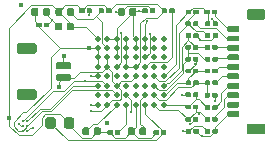
<source format=gbr>
G04 #@! TF.GenerationSoftware,KiCad,Pcbnew,(5.1.5-0-10_14)*
G04 #@! TF.CreationDate,2020-03-10T08:19:59-07:00*
G04 #@! TF.ProjectId,ARBO BT,4152424f-2042-4542-9e6b-696361645f70,rev?*
G04 #@! TF.SameCoordinates,Original*
G04 #@! TF.FileFunction,Copper,L4,Bot*
G04 #@! TF.FilePolarity,Positive*
%FSLAX46Y46*%
G04 Gerber Fmt 4.6, Leading zero omitted, Abs format (unit mm)*
G04 Created by KiCad (PCBNEW (5.1.5-0-10_14)) date 2020-03-10 08:19:59*
%MOMM*%
%LPD*%
G04 APERTURE LIST*
%ADD10C,0.500000*%
%ADD11C,0.100000*%
%ADD12C,0.230000*%
%ADD13C,0.279000*%
%ADD14C,0.450000*%
%ADD15C,0.076200*%
G04 APERTURE END LIST*
D10*
X131100000Y-80300000D03*
X131100000Y-79500000D03*
X131100000Y-78700000D03*
X131100000Y-77900000D03*
X131100000Y-77100000D03*
X131100000Y-76300000D03*
X131100000Y-75500000D03*
X131100000Y-74700000D03*
X131900000Y-80300000D03*
X131900000Y-79500000D03*
X131900000Y-78700000D03*
X131900000Y-77900000D03*
X131900000Y-77100000D03*
X131900000Y-76300000D03*
X131900000Y-75500000D03*
X131900000Y-74700000D03*
X132700000Y-80300000D03*
X132700000Y-79500000D03*
X132700000Y-78700000D03*
X132700000Y-77900000D03*
X132700000Y-77100000D03*
X132700000Y-76300000D03*
X132700000Y-75500000D03*
X132700000Y-74700000D03*
X133500000Y-80300000D03*
X133500000Y-79500000D03*
X133500000Y-78700000D03*
X133500000Y-77900000D03*
X133500000Y-77100000D03*
X133500000Y-76300000D03*
X133500000Y-75500000D03*
X133500000Y-74700000D03*
X134300000Y-80300000D03*
X134300000Y-79500000D03*
X134300000Y-78700000D03*
X134300000Y-77900000D03*
X134300000Y-77100000D03*
X134300000Y-76300000D03*
X134300000Y-75500000D03*
X134300000Y-74700000D03*
X135100000Y-80300000D03*
X135100000Y-79500000D03*
X135100000Y-78700000D03*
X135100000Y-77900000D03*
X135100000Y-77100000D03*
X135100000Y-76300000D03*
X135100000Y-75500000D03*
X135100000Y-74700000D03*
X135900000Y-80300000D03*
X135900000Y-79500000D03*
X135900000Y-78700000D03*
X135900000Y-77900000D03*
X135900000Y-77100000D03*
X135900000Y-76300000D03*
X135900000Y-75500000D03*
X135900000Y-74700000D03*
X136700000Y-80300000D03*
X136700000Y-79500000D03*
X136700000Y-78700000D03*
X136700000Y-77900000D03*
X136700000Y-77100000D03*
X136700000Y-76300000D03*
X136700000Y-75500000D03*
X136700000Y-74700000D03*
G04 #@! TA.AperFunction,SMDPad,CuDef*
D11*
G36*
X126909802Y-73350482D02*
G01*
X126919509Y-73351921D01*
X126929028Y-73354306D01*
X126938268Y-73357612D01*
X126947140Y-73361808D01*
X126955557Y-73366853D01*
X126963439Y-73372699D01*
X126970711Y-73379289D01*
X126977301Y-73386561D01*
X126983147Y-73394443D01*
X126988192Y-73402860D01*
X126992388Y-73411732D01*
X126995694Y-73420972D01*
X126998079Y-73430491D01*
X126999518Y-73440198D01*
X127000000Y-73450000D01*
X127000000Y-73650000D01*
X126999518Y-73659802D01*
X126998079Y-73669509D01*
X126995694Y-73679028D01*
X126992388Y-73688268D01*
X126988192Y-73697140D01*
X126983147Y-73705557D01*
X126977301Y-73713439D01*
X126970711Y-73720711D01*
X126963439Y-73727301D01*
X126955557Y-73733147D01*
X126947140Y-73738192D01*
X126938268Y-73742388D01*
X126929028Y-73745694D01*
X126919509Y-73748079D01*
X126909802Y-73749518D01*
X126900000Y-73750000D01*
X126640000Y-73750000D01*
X126630198Y-73749518D01*
X126620491Y-73748079D01*
X126610972Y-73745694D01*
X126601732Y-73742388D01*
X126592860Y-73738192D01*
X126584443Y-73733147D01*
X126576561Y-73727301D01*
X126569289Y-73720711D01*
X126562699Y-73713439D01*
X126556853Y-73705557D01*
X126551808Y-73697140D01*
X126547612Y-73688268D01*
X126544306Y-73679028D01*
X126541921Y-73669509D01*
X126540482Y-73659802D01*
X126540000Y-73650000D01*
X126540000Y-73450000D01*
X126540482Y-73440198D01*
X126541921Y-73430491D01*
X126544306Y-73420972D01*
X126547612Y-73411732D01*
X126551808Y-73402860D01*
X126556853Y-73394443D01*
X126562699Y-73386561D01*
X126569289Y-73379289D01*
X126576561Y-73372699D01*
X126584443Y-73366853D01*
X126592860Y-73361808D01*
X126601732Y-73357612D01*
X126610972Y-73354306D01*
X126620491Y-73351921D01*
X126630198Y-73350482D01*
X126640000Y-73350000D01*
X126900000Y-73350000D01*
X126909802Y-73350482D01*
G37*
G04 #@! TD.AperFunction*
G04 #@! TA.AperFunction,SMDPad,CuDef*
G36*
X126269802Y-73350482D02*
G01*
X126279509Y-73351921D01*
X126289028Y-73354306D01*
X126298268Y-73357612D01*
X126307140Y-73361808D01*
X126315557Y-73366853D01*
X126323439Y-73372699D01*
X126330711Y-73379289D01*
X126337301Y-73386561D01*
X126343147Y-73394443D01*
X126348192Y-73402860D01*
X126352388Y-73411732D01*
X126355694Y-73420972D01*
X126358079Y-73430491D01*
X126359518Y-73440198D01*
X126360000Y-73450000D01*
X126360000Y-73650000D01*
X126359518Y-73659802D01*
X126358079Y-73669509D01*
X126355694Y-73679028D01*
X126352388Y-73688268D01*
X126348192Y-73697140D01*
X126343147Y-73705557D01*
X126337301Y-73713439D01*
X126330711Y-73720711D01*
X126323439Y-73727301D01*
X126315557Y-73733147D01*
X126307140Y-73738192D01*
X126298268Y-73742388D01*
X126289028Y-73745694D01*
X126279509Y-73748079D01*
X126269802Y-73749518D01*
X126260000Y-73750000D01*
X126000000Y-73750000D01*
X125990198Y-73749518D01*
X125980491Y-73748079D01*
X125970972Y-73745694D01*
X125961732Y-73742388D01*
X125952860Y-73738192D01*
X125944443Y-73733147D01*
X125936561Y-73727301D01*
X125929289Y-73720711D01*
X125922699Y-73713439D01*
X125916853Y-73705557D01*
X125911808Y-73697140D01*
X125907612Y-73688268D01*
X125904306Y-73679028D01*
X125901921Y-73669509D01*
X125900482Y-73659802D01*
X125900000Y-73650000D01*
X125900000Y-73450000D01*
X125900482Y-73440198D01*
X125901921Y-73430491D01*
X125904306Y-73420972D01*
X125907612Y-73411732D01*
X125911808Y-73402860D01*
X125916853Y-73394443D01*
X125922699Y-73386561D01*
X125929289Y-73379289D01*
X125936561Y-73372699D01*
X125944443Y-73366853D01*
X125952860Y-73361808D01*
X125961732Y-73357612D01*
X125970972Y-73354306D01*
X125980491Y-73351921D01*
X125990198Y-73350482D01*
X126000000Y-73350000D01*
X126260000Y-73350000D01*
X126269802Y-73350482D01*
G37*
G04 #@! TD.AperFunction*
G04 #@! TA.AperFunction,SMDPad,CuDef*
G36*
X127976958Y-72130710D02*
G01*
X127991276Y-72132834D01*
X128005317Y-72136351D01*
X128018946Y-72141228D01*
X128032031Y-72147417D01*
X128044447Y-72154858D01*
X128056073Y-72163481D01*
X128066798Y-72173202D01*
X128076519Y-72183927D01*
X128085142Y-72195553D01*
X128092583Y-72207969D01*
X128098772Y-72221054D01*
X128103649Y-72234683D01*
X128107166Y-72248724D01*
X128109290Y-72263042D01*
X128110000Y-72277500D01*
X128110000Y-72622500D01*
X128109290Y-72636958D01*
X128107166Y-72651276D01*
X128103649Y-72665317D01*
X128098772Y-72678946D01*
X128092583Y-72692031D01*
X128085142Y-72704447D01*
X128076519Y-72716073D01*
X128066798Y-72726798D01*
X128056073Y-72736519D01*
X128044447Y-72745142D01*
X128032031Y-72752583D01*
X128018946Y-72758772D01*
X128005317Y-72763649D01*
X127991276Y-72767166D01*
X127976958Y-72769290D01*
X127962500Y-72770000D01*
X127667500Y-72770000D01*
X127653042Y-72769290D01*
X127638724Y-72767166D01*
X127624683Y-72763649D01*
X127611054Y-72758772D01*
X127597969Y-72752583D01*
X127585553Y-72745142D01*
X127573927Y-72736519D01*
X127563202Y-72726798D01*
X127553481Y-72716073D01*
X127544858Y-72704447D01*
X127537417Y-72692031D01*
X127531228Y-72678946D01*
X127526351Y-72665317D01*
X127522834Y-72651276D01*
X127520710Y-72636958D01*
X127520000Y-72622500D01*
X127520000Y-72277500D01*
X127520710Y-72263042D01*
X127522834Y-72248724D01*
X127526351Y-72234683D01*
X127531228Y-72221054D01*
X127537417Y-72207969D01*
X127544858Y-72195553D01*
X127553481Y-72183927D01*
X127563202Y-72173202D01*
X127573927Y-72163481D01*
X127585553Y-72154858D01*
X127597969Y-72147417D01*
X127611054Y-72141228D01*
X127624683Y-72136351D01*
X127638724Y-72132834D01*
X127653042Y-72130710D01*
X127667500Y-72130000D01*
X127962500Y-72130000D01*
X127976958Y-72130710D01*
G37*
G04 #@! TD.AperFunction*
G04 #@! TA.AperFunction,SMDPad,CuDef*
G36*
X128946958Y-72130710D02*
G01*
X128961276Y-72132834D01*
X128975317Y-72136351D01*
X128988946Y-72141228D01*
X129002031Y-72147417D01*
X129014447Y-72154858D01*
X129026073Y-72163481D01*
X129036798Y-72173202D01*
X129046519Y-72183927D01*
X129055142Y-72195553D01*
X129062583Y-72207969D01*
X129068772Y-72221054D01*
X129073649Y-72234683D01*
X129077166Y-72248724D01*
X129079290Y-72263042D01*
X129080000Y-72277500D01*
X129080000Y-72622500D01*
X129079290Y-72636958D01*
X129077166Y-72651276D01*
X129073649Y-72665317D01*
X129068772Y-72678946D01*
X129062583Y-72692031D01*
X129055142Y-72704447D01*
X129046519Y-72716073D01*
X129036798Y-72726798D01*
X129026073Y-72736519D01*
X129014447Y-72745142D01*
X129002031Y-72752583D01*
X128988946Y-72758772D01*
X128975317Y-72763649D01*
X128961276Y-72767166D01*
X128946958Y-72769290D01*
X128932500Y-72770000D01*
X128637500Y-72770000D01*
X128623042Y-72769290D01*
X128608724Y-72767166D01*
X128594683Y-72763649D01*
X128581054Y-72758772D01*
X128567969Y-72752583D01*
X128555553Y-72745142D01*
X128543927Y-72736519D01*
X128533202Y-72726798D01*
X128523481Y-72716073D01*
X128514858Y-72704447D01*
X128507417Y-72692031D01*
X128501228Y-72678946D01*
X128496351Y-72665317D01*
X128492834Y-72651276D01*
X128490710Y-72636958D01*
X128490000Y-72622500D01*
X128490000Y-72277500D01*
X128490710Y-72263042D01*
X128492834Y-72248724D01*
X128496351Y-72234683D01*
X128501228Y-72221054D01*
X128507417Y-72207969D01*
X128514858Y-72195553D01*
X128523481Y-72183927D01*
X128533202Y-72173202D01*
X128543927Y-72163481D01*
X128555553Y-72154858D01*
X128567969Y-72147417D01*
X128581054Y-72141228D01*
X128594683Y-72136351D01*
X128608724Y-72132834D01*
X128623042Y-72130710D01*
X128637500Y-72130000D01*
X128932500Y-72130000D01*
X128946958Y-72130710D01*
G37*
G04 #@! TD.AperFunction*
G04 #@! TA.AperFunction,SMDPad,CuDef*
G36*
X135879802Y-72150482D02*
G01*
X135889509Y-72151921D01*
X135899028Y-72154306D01*
X135908268Y-72157612D01*
X135917140Y-72161808D01*
X135925557Y-72166853D01*
X135933439Y-72172699D01*
X135940711Y-72179289D01*
X135947301Y-72186561D01*
X135953147Y-72194443D01*
X135958192Y-72202860D01*
X135962388Y-72211732D01*
X135965694Y-72220972D01*
X135968079Y-72230491D01*
X135969518Y-72240198D01*
X135970000Y-72250000D01*
X135970000Y-72450000D01*
X135969518Y-72459802D01*
X135968079Y-72469509D01*
X135965694Y-72479028D01*
X135962388Y-72488268D01*
X135958192Y-72497140D01*
X135953147Y-72505557D01*
X135947301Y-72513439D01*
X135940711Y-72520711D01*
X135933439Y-72527301D01*
X135925557Y-72533147D01*
X135917140Y-72538192D01*
X135908268Y-72542388D01*
X135899028Y-72545694D01*
X135889509Y-72548079D01*
X135879802Y-72549518D01*
X135870000Y-72550000D01*
X135610000Y-72550000D01*
X135600198Y-72549518D01*
X135590491Y-72548079D01*
X135580972Y-72545694D01*
X135571732Y-72542388D01*
X135562860Y-72538192D01*
X135554443Y-72533147D01*
X135546561Y-72527301D01*
X135539289Y-72520711D01*
X135532699Y-72513439D01*
X135526853Y-72505557D01*
X135521808Y-72497140D01*
X135517612Y-72488268D01*
X135514306Y-72479028D01*
X135511921Y-72469509D01*
X135510482Y-72459802D01*
X135510000Y-72450000D01*
X135510000Y-72250000D01*
X135510482Y-72240198D01*
X135511921Y-72230491D01*
X135514306Y-72220972D01*
X135517612Y-72211732D01*
X135521808Y-72202860D01*
X135526853Y-72194443D01*
X135532699Y-72186561D01*
X135539289Y-72179289D01*
X135546561Y-72172699D01*
X135554443Y-72166853D01*
X135562860Y-72161808D01*
X135571732Y-72157612D01*
X135580972Y-72154306D01*
X135590491Y-72151921D01*
X135600198Y-72150482D01*
X135610000Y-72150000D01*
X135870000Y-72150000D01*
X135879802Y-72150482D01*
G37*
G04 #@! TD.AperFunction*
G04 #@! TA.AperFunction,SMDPad,CuDef*
G36*
X135239802Y-72150482D02*
G01*
X135249509Y-72151921D01*
X135259028Y-72154306D01*
X135268268Y-72157612D01*
X135277140Y-72161808D01*
X135285557Y-72166853D01*
X135293439Y-72172699D01*
X135300711Y-72179289D01*
X135307301Y-72186561D01*
X135313147Y-72194443D01*
X135318192Y-72202860D01*
X135322388Y-72211732D01*
X135325694Y-72220972D01*
X135328079Y-72230491D01*
X135329518Y-72240198D01*
X135330000Y-72250000D01*
X135330000Y-72450000D01*
X135329518Y-72459802D01*
X135328079Y-72469509D01*
X135325694Y-72479028D01*
X135322388Y-72488268D01*
X135318192Y-72497140D01*
X135313147Y-72505557D01*
X135307301Y-72513439D01*
X135300711Y-72520711D01*
X135293439Y-72527301D01*
X135285557Y-72533147D01*
X135277140Y-72538192D01*
X135268268Y-72542388D01*
X135259028Y-72545694D01*
X135249509Y-72548079D01*
X135239802Y-72549518D01*
X135230000Y-72550000D01*
X134970000Y-72550000D01*
X134960198Y-72549518D01*
X134950491Y-72548079D01*
X134940972Y-72545694D01*
X134931732Y-72542388D01*
X134922860Y-72538192D01*
X134914443Y-72533147D01*
X134906561Y-72527301D01*
X134899289Y-72520711D01*
X134892699Y-72513439D01*
X134886853Y-72505557D01*
X134881808Y-72497140D01*
X134877612Y-72488268D01*
X134874306Y-72479028D01*
X134871921Y-72469509D01*
X134870482Y-72459802D01*
X134870000Y-72450000D01*
X134870000Y-72250000D01*
X134870482Y-72240198D01*
X134871921Y-72230491D01*
X134874306Y-72220972D01*
X134877612Y-72211732D01*
X134881808Y-72202860D01*
X134886853Y-72194443D01*
X134892699Y-72186561D01*
X134899289Y-72179289D01*
X134906561Y-72172699D01*
X134914443Y-72166853D01*
X134922860Y-72161808D01*
X134931732Y-72157612D01*
X134940972Y-72154306D01*
X134950491Y-72151921D01*
X134960198Y-72150482D01*
X134970000Y-72150000D01*
X135230000Y-72150000D01*
X135239802Y-72150482D01*
G37*
G04 #@! TD.AperFunction*
G04 #@! TA.AperFunction,SMDPad,CuDef*
G36*
X138899802Y-75250482D02*
G01*
X138909509Y-75251921D01*
X138919028Y-75254306D01*
X138928268Y-75257612D01*
X138937140Y-75261808D01*
X138945557Y-75266853D01*
X138953439Y-75272699D01*
X138960711Y-75279289D01*
X138967301Y-75286561D01*
X138973147Y-75294443D01*
X138978192Y-75302860D01*
X138982388Y-75311732D01*
X138985694Y-75320972D01*
X138988079Y-75330491D01*
X138989518Y-75340198D01*
X138990000Y-75350000D01*
X138990000Y-75550000D01*
X138989518Y-75559802D01*
X138988079Y-75569509D01*
X138985694Y-75579028D01*
X138982388Y-75588268D01*
X138978192Y-75597140D01*
X138973147Y-75605557D01*
X138967301Y-75613439D01*
X138960711Y-75620711D01*
X138953439Y-75627301D01*
X138945557Y-75633147D01*
X138937140Y-75638192D01*
X138928268Y-75642388D01*
X138919028Y-75645694D01*
X138909509Y-75648079D01*
X138899802Y-75649518D01*
X138890000Y-75650000D01*
X138630000Y-75650000D01*
X138620198Y-75649518D01*
X138610491Y-75648079D01*
X138600972Y-75645694D01*
X138591732Y-75642388D01*
X138582860Y-75638192D01*
X138574443Y-75633147D01*
X138566561Y-75627301D01*
X138559289Y-75620711D01*
X138552699Y-75613439D01*
X138546853Y-75605557D01*
X138541808Y-75597140D01*
X138537612Y-75588268D01*
X138534306Y-75579028D01*
X138531921Y-75569509D01*
X138530482Y-75559802D01*
X138530000Y-75550000D01*
X138530000Y-75350000D01*
X138530482Y-75340198D01*
X138531921Y-75330491D01*
X138534306Y-75320972D01*
X138537612Y-75311732D01*
X138541808Y-75302860D01*
X138546853Y-75294443D01*
X138552699Y-75286561D01*
X138559289Y-75279289D01*
X138566561Y-75272699D01*
X138574443Y-75266853D01*
X138582860Y-75261808D01*
X138591732Y-75257612D01*
X138600972Y-75254306D01*
X138610491Y-75251921D01*
X138620198Y-75250482D01*
X138630000Y-75250000D01*
X138890000Y-75250000D01*
X138899802Y-75250482D01*
G37*
G04 #@! TD.AperFunction*
G04 #@! TA.AperFunction,SMDPad,CuDef*
G36*
X139539802Y-75250482D02*
G01*
X139549509Y-75251921D01*
X139559028Y-75254306D01*
X139568268Y-75257612D01*
X139577140Y-75261808D01*
X139585557Y-75266853D01*
X139593439Y-75272699D01*
X139600711Y-75279289D01*
X139607301Y-75286561D01*
X139613147Y-75294443D01*
X139618192Y-75302860D01*
X139622388Y-75311732D01*
X139625694Y-75320972D01*
X139628079Y-75330491D01*
X139629518Y-75340198D01*
X139630000Y-75350000D01*
X139630000Y-75550000D01*
X139629518Y-75559802D01*
X139628079Y-75569509D01*
X139625694Y-75579028D01*
X139622388Y-75588268D01*
X139618192Y-75597140D01*
X139613147Y-75605557D01*
X139607301Y-75613439D01*
X139600711Y-75620711D01*
X139593439Y-75627301D01*
X139585557Y-75633147D01*
X139577140Y-75638192D01*
X139568268Y-75642388D01*
X139559028Y-75645694D01*
X139549509Y-75648079D01*
X139539802Y-75649518D01*
X139530000Y-75650000D01*
X139270000Y-75650000D01*
X139260198Y-75649518D01*
X139250491Y-75648079D01*
X139240972Y-75645694D01*
X139231732Y-75642388D01*
X139222860Y-75638192D01*
X139214443Y-75633147D01*
X139206561Y-75627301D01*
X139199289Y-75620711D01*
X139192699Y-75613439D01*
X139186853Y-75605557D01*
X139181808Y-75597140D01*
X139177612Y-75588268D01*
X139174306Y-75579028D01*
X139171921Y-75569509D01*
X139170482Y-75559802D01*
X139170000Y-75550000D01*
X139170000Y-75350000D01*
X139170482Y-75340198D01*
X139171921Y-75330491D01*
X139174306Y-75320972D01*
X139177612Y-75311732D01*
X139181808Y-75302860D01*
X139186853Y-75294443D01*
X139192699Y-75286561D01*
X139199289Y-75279289D01*
X139206561Y-75272699D01*
X139214443Y-75266853D01*
X139222860Y-75261808D01*
X139231732Y-75257612D01*
X139240972Y-75254306D01*
X139250491Y-75251921D01*
X139260198Y-75250482D01*
X139270000Y-75250000D01*
X139530000Y-75250000D01*
X139539802Y-75250482D01*
G37*
G04 #@! TD.AperFunction*
D12*
X125150000Y-81700000D03*
X125150000Y-82100000D03*
X125150000Y-82500000D03*
X124750000Y-81700000D03*
X124750000Y-82100000D03*
X124750000Y-82500000D03*
G04 #@! TA.AperFunction,SMDPad,CuDef*
D11*
G36*
X125722054Y-75101083D02*
G01*
X125743895Y-75104323D01*
X125765314Y-75109688D01*
X125786104Y-75117127D01*
X125806064Y-75126568D01*
X125825003Y-75137919D01*
X125842738Y-75151073D01*
X125859099Y-75165901D01*
X125873927Y-75182262D01*
X125887081Y-75199997D01*
X125898432Y-75218936D01*
X125907873Y-75238896D01*
X125915312Y-75259686D01*
X125920677Y-75281105D01*
X125923917Y-75302946D01*
X125925000Y-75325000D01*
X125925000Y-75775000D01*
X125923917Y-75797054D01*
X125920677Y-75818895D01*
X125915312Y-75840314D01*
X125907873Y-75861104D01*
X125898432Y-75881064D01*
X125887081Y-75900003D01*
X125873927Y-75917738D01*
X125859099Y-75934099D01*
X125842738Y-75948927D01*
X125825003Y-75962081D01*
X125806064Y-75973432D01*
X125786104Y-75982873D01*
X125765314Y-75990312D01*
X125743895Y-75995677D01*
X125722054Y-75998917D01*
X125700000Y-76000000D01*
X124450000Y-76000000D01*
X124427946Y-75998917D01*
X124406105Y-75995677D01*
X124384686Y-75990312D01*
X124363896Y-75982873D01*
X124343936Y-75973432D01*
X124324997Y-75962081D01*
X124307262Y-75948927D01*
X124290901Y-75934099D01*
X124276073Y-75917738D01*
X124262919Y-75900003D01*
X124251568Y-75881064D01*
X124242127Y-75861104D01*
X124234688Y-75840314D01*
X124229323Y-75818895D01*
X124226083Y-75797054D01*
X124225000Y-75775000D01*
X124225000Y-75325000D01*
X124226083Y-75302946D01*
X124229323Y-75281105D01*
X124234688Y-75259686D01*
X124242127Y-75238896D01*
X124251568Y-75218936D01*
X124262919Y-75199997D01*
X124276073Y-75182262D01*
X124290901Y-75165901D01*
X124307262Y-75151073D01*
X124324997Y-75137919D01*
X124343936Y-75126568D01*
X124363896Y-75117127D01*
X124384686Y-75109688D01*
X124406105Y-75104323D01*
X124427946Y-75101083D01*
X124450000Y-75100000D01*
X125700000Y-75100000D01*
X125722054Y-75101083D01*
G37*
G04 #@! TD.AperFunction*
G04 #@! TA.AperFunction,SMDPad,CuDef*
G36*
X125722054Y-79001083D02*
G01*
X125743895Y-79004323D01*
X125765314Y-79009688D01*
X125786104Y-79017127D01*
X125806064Y-79026568D01*
X125825003Y-79037919D01*
X125842738Y-79051073D01*
X125859099Y-79065901D01*
X125873927Y-79082262D01*
X125887081Y-79099997D01*
X125898432Y-79118936D01*
X125907873Y-79138896D01*
X125915312Y-79159686D01*
X125920677Y-79181105D01*
X125923917Y-79202946D01*
X125925000Y-79225000D01*
X125925000Y-79675000D01*
X125923917Y-79697054D01*
X125920677Y-79718895D01*
X125915312Y-79740314D01*
X125907873Y-79761104D01*
X125898432Y-79781064D01*
X125887081Y-79800003D01*
X125873927Y-79817738D01*
X125859099Y-79834099D01*
X125842738Y-79848927D01*
X125825003Y-79862081D01*
X125806064Y-79873432D01*
X125786104Y-79882873D01*
X125765314Y-79890312D01*
X125743895Y-79895677D01*
X125722054Y-79898917D01*
X125700000Y-79900000D01*
X124450000Y-79900000D01*
X124427946Y-79898917D01*
X124406105Y-79895677D01*
X124384686Y-79890312D01*
X124363896Y-79882873D01*
X124343936Y-79873432D01*
X124324997Y-79862081D01*
X124307262Y-79848927D01*
X124290901Y-79834099D01*
X124276073Y-79817738D01*
X124262919Y-79800003D01*
X124251568Y-79781064D01*
X124242127Y-79761104D01*
X124234688Y-79740314D01*
X124229323Y-79718895D01*
X124226083Y-79697054D01*
X124225000Y-79675000D01*
X124225000Y-79225000D01*
X124226083Y-79202946D01*
X124229323Y-79181105D01*
X124234688Y-79159686D01*
X124242127Y-79138896D01*
X124251568Y-79118936D01*
X124262919Y-79099997D01*
X124276073Y-79082262D01*
X124290901Y-79065901D01*
X124307262Y-79051073D01*
X124324997Y-79037919D01*
X124343936Y-79026568D01*
X124363896Y-79017127D01*
X124384686Y-79009688D01*
X124406105Y-79004323D01*
X124427946Y-79001083D01*
X124450000Y-79000000D01*
X125700000Y-79000000D01*
X125722054Y-79001083D01*
G37*
G04 #@! TD.AperFunction*
G04 #@! TA.AperFunction,SMDPad,CuDef*
G36*
X128689703Y-76700722D02*
G01*
X128704264Y-76702882D01*
X128718543Y-76706459D01*
X128732403Y-76711418D01*
X128745710Y-76717712D01*
X128758336Y-76725280D01*
X128770159Y-76734048D01*
X128781066Y-76743934D01*
X128790952Y-76754841D01*
X128799720Y-76766664D01*
X128807288Y-76779290D01*
X128813582Y-76792597D01*
X128818541Y-76806457D01*
X128822118Y-76820736D01*
X128824278Y-76835297D01*
X128825000Y-76850000D01*
X128825000Y-77150000D01*
X128824278Y-77164703D01*
X128822118Y-77179264D01*
X128818541Y-77193543D01*
X128813582Y-77207403D01*
X128807288Y-77220710D01*
X128799720Y-77233336D01*
X128790952Y-77245159D01*
X128781066Y-77256066D01*
X128770159Y-77265952D01*
X128758336Y-77274720D01*
X128745710Y-77282288D01*
X128732403Y-77288582D01*
X128718543Y-77293541D01*
X128704264Y-77297118D01*
X128689703Y-77299278D01*
X128675000Y-77300000D01*
X127725000Y-77300000D01*
X127710297Y-77299278D01*
X127695736Y-77297118D01*
X127681457Y-77293541D01*
X127667597Y-77288582D01*
X127654290Y-77282288D01*
X127641664Y-77274720D01*
X127629841Y-77265952D01*
X127618934Y-77256066D01*
X127609048Y-77245159D01*
X127600280Y-77233336D01*
X127592712Y-77220710D01*
X127586418Y-77207403D01*
X127581459Y-77193543D01*
X127577882Y-77179264D01*
X127575722Y-77164703D01*
X127575000Y-77150000D01*
X127575000Y-76850000D01*
X127575722Y-76835297D01*
X127577882Y-76820736D01*
X127581459Y-76806457D01*
X127586418Y-76792597D01*
X127592712Y-76779290D01*
X127600280Y-76766664D01*
X127609048Y-76754841D01*
X127618934Y-76743934D01*
X127629841Y-76734048D01*
X127641664Y-76725280D01*
X127654290Y-76717712D01*
X127667597Y-76711418D01*
X127681457Y-76706459D01*
X127695736Y-76702882D01*
X127710297Y-76700722D01*
X127725000Y-76700000D01*
X128675000Y-76700000D01*
X128689703Y-76700722D01*
G37*
G04 #@! TD.AperFunction*
G04 #@! TA.AperFunction,SMDPad,CuDef*
G36*
X128689703Y-77700722D02*
G01*
X128704264Y-77702882D01*
X128718543Y-77706459D01*
X128732403Y-77711418D01*
X128745710Y-77717712D01*
X128758336Y-77725280D01*
X128770159Y-77734048D01*
X128781066Y-77743934D01*
X128790952Y-77754841D01*
X128799720Y-77766664D01*
X128807288Y-77779290D01*
X128813582Y-77792597D01*
X128818541Y-77806457D01*
X128822118Y-77820736D01*
X128824278Y-77835297D01*
X128825000Y-77850000D01*
X128825000Y-78150000D01*
X128824278Y-78164703D01*
X128822118Y-78179264D01*
X128818541Y-78193543D01*
X128813582Y-78207403D01*
X128807288Y-78220710D01*
X128799720Y-78233336D01*
X128790952Y-78245159D01*
X128781066Y-78256066D01*
X128770159Y-78265952D01*
X128758336Y-78274720D01*
X128745710Y-78282288D01*
X128732403Y-78288582D01*
X128718543Y-78293541D01*
X128704264Y-78297118D01*
X128689703Y-78299278D01*
X128675000Y-78300000D01*
X127725000Y-78300000D01*
X127710297Y-78299278D01*
X127695736Y-78297118D01*
X127681457Y-78293541D01*
X127667597Y-78288582D01*
X127654290Y-78282288D01*
X127641664Y-78274720D01*
X127629841Y-78265952D01*
X127618934Y-78256066D01*
X127609048Y-78245159D01*
X127600280Y-78233336D01*
X127592712Y-78220710D01*
X127586418Y-78207403D01*
X127581459Y-78193543D01*
X127577882Y-78179264D01*
X127575722Y-78164703D01*
X127575000Y-78150000D01*
X127575000Y-77850000D01*
X127575722Y-77835297D01*
X127577882Y-77820736D01*
X127581459Y-77806457D01*
X127586418Y-77792597D01*
X127592712Y-77779290D01*
X127600280Y-77766664D01*
X127609048Y-77754841D01*
X127618934Y-77743934D01*
X127629841Y-77734048D01*
X127641664Y-77725280D01*
X127654290Y-77717712D01*
X127667597Y-77711418D01*
X127681457Y-77706459D01*
X127695736Y-77702882D01*
X127710297Y-77700722D01*
X127725000Y-77700000D01*
X128675000Y-77700000D01*
X128689703Y-77700722D01*
G37*
G04 #@! TD.AperFunction*
G04 #@! TA.AperFunction,SMDPad,CuDef*
G36*
X132189802Y-72150482D02*
G01*
X132199509Y-72151921D01*
X132209028Y-72154306D01*
X132218268Y-72157612D01*
X132227140Y-72161808D01*
X132235557Y-72166853D01*
X132243439Y-72172699D01*
X132250711Y-72179289D01*
X132257301Y-72186561D01*
X132263147Y-72194443D01*
X132268192Y-72202860D01*
X132272388Y-72211732D01*
X132275694Y-72220972D01*
X132278079Y-72230491D01*
X132279518Y-72240198D01*
X132280000Y-72250000D01*
X132280000Y-72450000D01*
X132279518Y-72459802D01*
X132278079Y-72469509D01*
X132275694Y-72479028D01*
X132272388Y-72488268D01*
X132268192Y-72497140D01*
X132263147Y-72505557D01*
X132257301Y-72513439D01*
X132250711Y-72520711D01*
X132243439Y-72527301D01*
X132235557Y-72533147D01*
X132227140Y-72538192D01*
X132218268Y-72542388D01*
X132209028Y-72545694D01*
X132199509Y-72548079D01*
X132189802Y-72549518D01*
X132180000Y-72550000D01*
X131920000Y-72550000D01*
X131910198Y-72549518D01*
X131900491Y-72548079D01*
X131890972Y-72545694D01*
X131881732Y-72542388D01*
X131872860Y-72538192D01*
X131864443Y-72533147D01*
X131856561Y-72527301D01*
X131849289Y-72520711D01*
X131842699Y-72513439D01*
X131836853Y-72505557D01*
X131831808Y-72497140D01*
X131827612Y-72488268D01*
X131824306Y-72479028D01*
X131821921Y-72469509D01*
X131820482Y-72459802D01*
X131820000Y-72450000D01*
X131820000Y-72250000D01*
X131820482Y-72240198D01*
X131821921Y-72230491D01*
X131824306Y-72220972D01*
X131827612Y-72211732D01*
X131831808Y-72202860D01*
X131836853Y-72194443D01*
X131842699Y-72186561D01*
X131849289Y-72179289D01*
X131856561Y-72172699D01*
X131864443Y-72166853D01*
X131872860Y-72161808D01*
X131881732Y-72157612D01*
X131890972Y-72154306D01*
X131900491Y-72151921D01*
X131910198Y-72150482D01*
X131920000Y-72150000D01*
X132180000Y-72150000D01*
X132189802Y-72150482D01*
G37*
G04 #@! TD.AperFunction*
G04 #@! TA.AperFunction,SMDPad,CuDef*
G36*
X131549802Y-72150482D02*
G01*
X131559509Y-72151921D01*
X131569028Y-72154306D01*
X131578268Y-72157612D01*
X131587140Y-72161808D01*
X131595557Y-72166853D01*
X131603439Y-72172699D01*
X131610711Y-72179289D01*
X131617301Y-72186561D01*
X131623147Y-72194443D01*
X131628192Y-72202860D01*
X131632388Y-72211732D01*
X131635694Y-72220972D01*
X131638079Y-72230491D01*
X131639518Y-72240198D01*
X131640000Y-72250000D01*
X131640000Y-72450000D01*
X131639518Y-72459802D01*
X131638079Y-72469509D01*
X131635694Y-72479028D01*
X131632388Y-72488268D01*
X131628192Y-72497140D01*
X131623147Y-72505557D01*
X131617301Y-72513439D01*
X131610711Y-72520711D01*
X131603439Y-72527301D01*
X131595557Y-72533147D01*
X131587140Y-72538192D01*
X131578268Y-72542388D01*
X131569028Y-72545694D01*
X131559509Y-72548079D01*
X131549802Y-72549518D01*
X131540000Y-72550000D01*
X131280000Y-72550000D01*
X131270198Y-72549518D01*
X131260491Y-72548079D01*
X131250972Y-72545694D01*
X131241732Y-72542388D01*
X131232860Y-72538192D01*
X131224443Y-72533147D01*
X131216561Y-72527301D01*
X131209289Y-72520711D01*
X131202699Y-72513439D01*
X131196853Y-72505557D01*
X131191808Y-72497140D01*
X131187612Y-72488268D01*
X131184306Y-72479028D01*
X131181921Y-72469509D01*
X131180482Y-72459802D01*
X131180000Y-72450000D01*
X131180000Y-72250000D01*
X131180482Y-72240198D01*
X131181921Y-72230491D01*
X131184306Y-72220972D01*
X131187612Y-72211732D01*
X131191808Y-72202860D01*
X131196853Y-72194443D01*
X131202699Y-72186561D01*
X131209289Y-72179289D01*
X131216561Y-72172699D01*
X131224443Y-72166853D01*
X131232860Y-72161808D01*
X131241732Y-72157612D01*
X131250972Y-72154306D01*
X131260491Y-72151921D01*
X131270198Y-72150482D01*
X131280000Y-72150000D01*
X131540000Y-72150000D01*
X131549802Y-72150482D01*
G37*
G04 #@! TD.AperFunction*
G04 #@! TA.AperFunction,SMDPad,CuDef*
G36*
X141189802Y-74250482D02*
G01*
X141199509Y-74251921D01*
X141209028Y-74254306D01*
X141218268Y-74257612D01*
X141227140Y-74261808D01*
X141235557Y-74266853D01*
X141243439Y-74272699D01*
X141250711Y-74279289D01*
X141257301Y-74286561D01*
X141263147Y-74294443D01*
X141268192Y-74302860D01*
X141272388Y-74311732D01*
X141275694Y-74320972D01*
X141278079Y-74330491D01*
X141279518Y-74340198D01*
X141280000Y-74350000D01*
X141280000Y-74550000D01*
X141279518Y-74559802D01*
X141278079Y-74569509D01*
X141275694Y-74579028D01*
X141272388Y-74588268D01*
X141268192Y-74597140D01*
X141263147Y-74605557D01*
X141257301Y-74613439D01*
X141250711Y-74620711D01*
X141243439Y-74627301D01*
X141235557Y-74633147D01*
X141227140Y-74638192D01*
X141218268Y-74642388D01*
X141209028Y-74645694D01*
X141199509Y-74648079D01*
X141189802Y-74649518D01*
X141180000Y-74650000D01*
X140920000Y-74650000D01*
X140910198Y-74649518D01*
X140900491Y-74648079D01*
X140890972Y-74645694D01*
X140881732Y-74642388D01*
X140872860Y-74638192D01*
X140864443Y-74633147D01*
X140856561Y-74627301D01*
X140849289Y-74620711D01*
X140842699Y-74613439D01*
X140836853Y-74605557D01*
X140831808Y-74597140D01*
X140827612Y-74588268D01*
X140824306Y-74579028D01*
X140821921Y-74569509D01*
X140820482Y-74559802D01*
X140820000Y-74550000D01*
X140820000Y-74350000D01*
X140820482Y-74340198D01*
X140821921Y-74330491D01*
X140824306Y-74320972D01*
X140827612Y-74311732D01*
X140831808Y-74302860D01*
X140836853Y-74294443D01*
X140842699Y-74286561D01*
X140849289Y-74279289D01*
X140856561Y-74272699D01*
X140864443Y-74266853D01*
X140872860Y-74261808D01*
X140881732Y-74257612D01*
X140890972Y-74254306D01*
X140900491Y-74251921D01*
X140910198Y-74250482D01*
X140920000Y-74250000D01*
X141180000Y-74250000D01*
X141189802Y-74250482D01*
G37*
G04 #@! TD.AperFunction*
G04 #@! TA.AperFunction,SMDPad,CuDef*
G36*
X140549802Y-74250482D02*
G01*
X140559509Y-74251921D01*
X140569028Y-74254306D01*
X140578268Y-74257612D01*
X140587140Y-74261808D01*
X140595557Y-74266853D01*
X140603439Y-74272699D01*
X140610711Y-74279289D01*
X140617301Y-74286561D01*
X140623147Y-74294443D01*
X140628192Y-74302860D01*
X140632388Y-74311732D01*
X140635694Y-74320972D01*
X140638079Y-74330491D01*
X140639518Y-74340198D01*
X140640000Y-74350000D01*
X140640000Y-74550000D01*
X140639518Y-74559802D01*
X140638079Y-74569509D01*
X140635694Y-74579028D01*
X140632388Y-74588268D01*
X140628192Y-74597140D01*
X140623147Y-74605557D01*
X140617301Y-74613439D01*
X140610711Y-74620711D01*
X140603439Y-74627301D01*
X140595557Y-74633147D01*
X140587140Y-74638192D01*
X140578268Y-74642388D01*
X140569028Y-74645694D01*
X140559509Y-74648079D01*
X140549802Y-74649518D01*
X140540000Y-74650000D01*
X140280000Y-74650000D01*
X140270198Y-74649518D01*
X140260491Y-74648079D01*
X140250972Y-74645694D01*
X140241732Y-74642388D01*
X140232860Y-74638192D01*
X140224443Y-74633147D01*
X140216561Y-74627301D01*
X140209289Y-74620711D01*
X140202699Y-74613439D01*
X140196853Y-74605557D01*
X140191808Y-74597140D01*
X140187612Y-74588268D01*
X140184306Y-74579028D01*
X140181921Y-74569509D01*
X140180482Y-74559802D01*
X140180000Y-74550000D01*
X140180000Y-74350000D01*
X140180482Y-74340198D01*
X140181921Y-74330491D01*
X140184306Y-74320972D01*
X140187612Y-74311732D01*
X140191808Y-74302860D01*
X140196853Y-74294443D01*
X140202699Y-74286561D01*
X140209289Y-74279289D01*
X140216561Y-74272699D01*
X140224443Y-74266853D01*
X140232860Y-74261808D01*
X140241732Y-74257612D01*
X140250972Y-74254306D01*
X140260491Y-74251921D01*
X140270198Y-74250482D01*
X140280000Y-74250000D01*
X140540000Y-74250000D01*
X140549802Y-74250482D01*
G37*
G04 #@! TD.AperFunction*
G04 #@! TA.AperFunction,SMDPad,CuDef*
G36*
X132289802Y-82450482D02*
G01*
X132299509Y-82451921D01*
X132309028Y-82454306D01*
X132318268Y-82457612D01*
X132327140Y-82461808D01*
X132335557Y-82466853D01*
X132343439Y-82472699D01*
X132350711Y-82479289D01*
X132357301Y-82486561D01*
X132363147Y-82494443D01*
X132368192Y-82502860D01*
X132372388Y-82511732D01*
X132375694Y-82520972D01*
X132378079Y-82530491D01*
X132379518Y-82540198D01*
X132380000Y-82550000D01*
X132380000Y-82750000D01*
X132379518Y-82759802D01*
X132378079Y-82769509D01*
X132375694Y-82779028D01*
X132372388Y-82788268D01*
X132368192Y-82797140D01*
X132363147Y-82805557D01*
X132357301Y-82813439D01*
X132350711Y-82820711D01*
X132343439Y-82827301D01*
X132335557Y-82833147D01*
X132327140Y-82838192D01*
X132318268Y-82842388D01*
X132309028Y-82845694D01*
X132299509Y-82848079D01*
X132289802Y-82849518D01*
X132280000Y-82850000D01*
X132020000Y-82850000D01*
X132010198Y-82849518D01*
X132000491Y-82848079D01*
X131990972Y-82845694D01*
X131981732Y-82842388D01*
X131972860Y-82838192D01*
X131964443Y-82833147D01*
X131956561Y-82827301D01*
X131949289Y-82820711D01*
X131942699Y-82813439D01*
X131936853Y-82805557D01*
X131931808Y-82797140D01*
X131927612Y-82788268D01*
X131924306Y-82779028D01*
X131921921Y-82769509D01*
X131920482Y-82759802D01*
X131920000Y-82750000D01*
X131920000Y-82550000D01*
X131920482Y-82540198D01*
X131921921Y-82530491D01*
X131924306Y-82520972D01*
X131927612Y-82511732D01*
X131931808Y-82502860D01*
X131936853Y-82494443D01*
X131942699Y-82486561D01*
X131949289Y-82479289D01*
X131956561Y-82472699D01*
X131964443Y-82466853D01*
X131972860Y-82461808D01*
X131981732Y-82457612D01*
X131990972Y-82454306D01*
X132000491Y-82451921D01*
X132010198Y-82450482D01*
X132020000Y-82450000D01*
X132280000Y-82450000D01*
X132289802Y-82450482D01*
G37*
G04 #@! TD.AperFunction*
G04 #@! TA.AperFunction,SMDPad,CuDef*
G36*
X132929802Y-82450482D02*
G01*
X132939509Y-82451921D01*
X132949028Y-82454306D01*
X132958268Y-82457612D01*
X132967140Y-82461808D01*
X132975557Y-82466853D01*
X132983439Y-82472699D01*
X132990711Y-82479289D01*
X132997301Y-82486561D01*
X133003147Y-82494443D01*
X133008192Y-82502860D01*
X133012388Y-82511732D01*
X133015694Y-82520972D01*
X133018079Y-82530491D01*
X133019518Y-82540198D01*
X133020000Y-82550000D01*
X133020000Y-82750000D01*
X133019518Y-82759802D01*
X133018079Y-82769509D01*
X133015694Y-82779028D01*
X133012388Y-82788268D01*
X133008192Y-82797140D01*
X133003147Y-82805557D01*
X132997301Y-82813439D01*
X132990711Y-82820711D01*
X132983439Y-82827301D01*
X132975557Y-82833147D01*
X132967140Y-82838192D01*
X132958268Y-82842388D01*
X132949028Y-82845694D01*
X132939509Y-82848079D01*
X132929802Y-82849518D01*
X132920000Y-82850000D01*
X132660000Y-82850000D01*
X132650198Y-82849518D01*
X132640491Y-82848079D01*
X132630972Y-82845694D01*
X132621732Y-82842388D01*
X132612860Y-82838192D01*
X132604443Y-82833147D01*
X132596561Y-82827301D01*
X132589289Y-82820711D01*
X132582699Y-82813439D01*
X132576853Y-82805557D01*
X132571808Y-82797140D01*
X132567612Y-82788268D01*
X132564306Y-82779028D01*
X132561921Y-82769509D01*
X132560482Y-82759802D01*
X132560000Y-82750000D01*
X132560000Y-82550000D01*
X132560482Y-82540198D01*
X132561921Y-82530491D01*
X132564306Y-82520972D01*
X132567612Y-82511732D01*
X132571808Y-82502860D01*
X132576853Y-82494443D01*
X132582699Y-82486561D01*
X132589289Y-82479289D01*
X132596561Y-82472699D01*
X132604443Y-82466853D01*
X132612860Y-82461808D01*
X132621732Y-82457612D01*
X132630972Y-82454306D01*
X132640491Y-82451921D01*
X132650198Y-82450482D01*
X132660000Y-82450000D01*
X132920000Y-82450000D01*
X132929802Y-82450482D01*
G37*
G04 #@! TD.AperFunction*
G04 #@! TA.AperFunction,SMDPad,CuDef*
G36*
X136189802Y-82450482D02*
G01*
X136199509Y-82451921D01*
X136209028Y-82454306D01*
X136218268Y-82457612D01*
X136227140Y-82461808D01*
X136235557Y-82466853D01*
X136243439Y-82472699D01*
X136250711Y-82479289D01*
X136257301Y-82486561D01*
X136263147Y-82494443D01*
X136268192Y-82502860D01*
X136272388Y-82511732D01*
X136275694Y-82520972D01*
X136278079Y-82530491D01*
X136279518Y-82540198D01*
X136280000Y-82550000D01*
X136280000Y-82750000D01*
X136279518Y-82759802D01*
X136278079Y-82769509D01*
X136275694Y-82779028D01*
X136272388Y-82788268D01*
X136268192Y-82797140D01*
X136263147Y-82805557D01*
X136257301Y-82813439D01*
X136250711Y-82820711D01*
X136243439Y-82827301D01*
X136235557Y-82833147D01*
X136227140Y-82838192D01*
X136218268Y-82842388D01*
X136209028Y-82845694D01*
X136199509Y-82848079D01*
X136189802Y-82849518D01*
X136180000Y-82850000D01*
X135920000Y-82850000D01*
X135910198Y-82849518D01*
X135900491Y-82848079D01*
X135890972Y-82845694D01*
X135881732Y-82842388D01*
X135872860Y-82838192D01*
X135864443Y-82833147D01*
X135856561Y-82827301D01*
X135849289Y-82820711D01*
X135842699Y-82813439D01*
X135836853Y-82805557D01*
X135831808Y-82797140D01*
X135827612Y-82788268D01*
X135824306Y-82779028D01*
X135821921Y-82769509D01*
X135820482Y-82759802D01*
X135820000Y-82750000D01*
X135820000Y-82550000D01*
X135820482Y-82540198D01*
X135821921Y-82530491D01*
X135824306Y-82520972D01*
X135827612Y-82511732D01*
X135831808Y-82502860D01*
X135836853Y-82494443D01*
X135842699Y-82486561D01*
X135849289Y-82479289D01*
X135856561Y-82472699D01*
X135864443Y-82466853D01*
X135872860Y-82461808D01*
X135881732Y-82457612D01*
X135890972Y-82454306D01*
X135900491Y-82451921D01*
X135910198Y-82450482D01*
X135920000Y-82450000D01*
X136180000Y-82450000D01*
X136189802Y-82450482D01*
G37*
G04 #@! TD.AperFunction*
G04 #@! TA.AperFunction,SMDPad,CuDef*
G36*
X136829802Y-82450482D02*
G01*
X136839509Y-82451921D01*
X136849028Y-82454306D01*
X136858268Y-82457612D01*
X136867140Y-82461808D01*
X136875557Y-82466853D01*
X136883439Y-82472699D01*
X136890711Y-82479289D01*
X136897301Y-82486561D01*
X136903147Y-82494443D01*
X136908192Y-82502860D01*
X136912388Y-82511732D01*
X136915694Y-82520972D01*
X136918079Y-82530491D01*
X136919518Y-82540198D01*
X136920000Y-82550000D01*
X136920000Y-82750000D01*
X136919518Y-82759802D01*
X136918079Y-82769509D01*
X136915694Y-82779028D01*
X136912388Y-82788268D01*
X136908192Y-82797140D01*
X136903147Y-82805557D01*
X136897301Y-82813439D01*
X136890711Y-82820711D01*
X136883439Y-82827301D01*
X136875557Y-82833147D01*
X136867140Y-82838192D01*
X136858268Y-82842388D01*
X136849028Y-82845694D01*
X136839509Y-82848079D01*
X136829802Y-82849518D01*
X136820000Y-82850000D01*
X136560000Y-82850000D01*
X136550198Y-82849518D01*
X136540491Y-82848079D01*
X136530972Y-82845694D01*
X136521732Y-82842388D01*
X136512860Y-82838192D01*
X136504443Y-82833147D01*
X136496561Y-82827301D01*
X136489289Y-82820711D01*
X136482699Y-82813439D01*
X136476853Y-82805557D01*
X136471808Y-82797140D01*
X136467612Y-82788268D01*
X136464306Y-82779028D01*
X136461921Y-82769509D01*
X136460482Y-82759802D01*
X136460000Y-82750000D01*
X136460000Y-82550000D01*
X136460482Y-82540198D01*
X136461921Y-82530491D01*
X136464306Y-82520972D01*
X136467612Y-82511732D01*
X136471808Y-82502860D01*
X136476853Y-82494443D01*
X136482699Y-82486561D01*
X136489289Y-82479289D01*
X136496561Y-82472699D01*
X136504443Y-82466853D01*
X136512860Y-82461808D01*
X136521732Y-82457612D01*
X136530972Y-82454306D01*
X136540491Y-82451921D01*
X136550198Y-82450482D01*
X136560000Y-82450000D01*
X136820000Y-82450000D01*
X136829802Y-82450482D01*
G37*
G04 #@! TD.AperFunction*
G04 #@! TA.AperFunction,SMDPad,CuDef*
G36*
X141159802Y-81350482D02*
G01*
X141169509Y-81351921D01*
X141179028Y-81354306D01*
X141188268Y-81357612D01*
X141197140Y-81361808D01*
X141205557Y-81366853D01*
X141213439Y-81372699D01*
X141220711Y-81379289D01*
X141227301Y-81386561D01*
X141233147Y-81394443D01*
X141238192Y-81402860D01*
X141242388Y-81411732D01*
X141245694Y-81420972D01*
X141248079Y-81430491D01*
X141249518Y-81440198D01*
X141250000Y-81450000D01*
X141250000Y-81650000D01*
X141249518Y-81659802D01*
X141248079Y-81669509D01*
X141245694Y-81679028D01*
X141242388Y-81688268D01*
X141238192Y-81697140D01*
X141233147Y-81705557D01*
X141227301Y-81713439D01*
X141220711Y-81720711D01*
X141213439Y-81727301D01*
X141205557Y-81733147D01*
X141197140Y-81738192D01*
X141188268Y-81742388D01*
X141179028Y-81745694D01*
X141169509Y-81748079D01*
X141159802Y-81749518D01*
X141150000Y-81750000D01*
X140890000Y-81750000D01*
X140880198Y-81749518D01*
X140870491Y-81748079D01*
X140860972Y-81745694D01*
X140851732Y-81742388D01*
X140842860Y-81738192D01*
X140834443Y-81733147D01*
X140826561Y-81727301D01*
X140819289Y-81720711D01*
X140812699Y-81713439D01*
X140806853Y-81705557D01*
X140801808Y-81697140D01*
X140797612Y-81688268D01*
X140794306Y-81679028D01*
X140791921Y-81669509D01*
X140790482Y-81659802D01*
X140790000Y-81650000D01*
X140790000Y-81450000D01*
X140790482Y-81440198D01*
X140791921Y-81430491D01*
X140794306Y-81420972D01*
X140797612Y-81411732D01*
X140801808Y-81402860D01*
X140806853Y-81394443D01*
X140812699Y-81386561D01*
X140819289Y-81379289D01*
X140826561Y-81372699D01*
X140834443Y-81366853D01*
X140842860Y-81361808D01*
X140851732Y-81357612D01*
X140860972Y-81354306D01*
X140870491Y-81351921D01*
X140880198Y-81350482D01*
X140890000Y-81350000D01*
X141150000Y-81350000D01*
X141159802Y-81350482D01*
G37*
G04 #@! TD.AperFunction*
G04 #@! TA.AperFunction,SMDPad,CuDef*
G36*
X140519802Y-81350482D02*
G01*
X140529509Y-81351921D01*
X140539028Y-81354306D01*
X140548268Y-81357612D01*
X140557140Y-81361808D01*
X140565557Y-81366853D01*
X140573439Y-81372699D01*
X140580711Y-81379289D01*
X140587301Y-81386561D01*
X140593147Y-81394443D01*
X140598192Y-81402860D01*
X140602388Y-81411732D01*
X140605694Y-81420972D01*
X140608079Y-81430491D01*
X140609518Y-81440198D01*
X140610000Y-81450000D01*
X140610000Y-81650000D01*
X140609518Y-81659802D01*
X140608079Y-81669509D01*
X140605694Y-81679028D01*
X140602388Y-81688268D01*
X140598192Y-81697140D01*
X140593147Y-81705557D01*
X140587301Y-81713439D01*
X140580711Y-81720711D01*
X140573439Y-81727301D01*
X140565557Y-81733147D01*
X140557140Y-81738192D01*
X140548268Y-81742388D01*
X140539028Y-81745694D01*
X140529509Y-81748079D01*
X140519802Y-81749518D01*
X140510000Y-81750000D01*
X140250000Y-81750000D01*
X140240198Y-81749518D01*
X140230491Y-81748079D01*
X140220972Y-81745694D01*
X140211732Y-81742388D01*
X140202860Y-81738192D01*
X140194443Y-81733147D01*
X140186561Y-81727301D01*
X140179289Y-81720711D01*
X140172699Y-81713439D01*
X140166853Y-81705557D01*
X140161808Y-81697140D01*
X140157612Y-81688268D01*
X140154306Y-81679028D01*
X140151921Y-81669509D01*
X140150482Y-81659802D01*
X140150000Y-81650000D01*
X140150000Y-81450000D01*
X140150482Y-81440198D01*
X140151921Y-81430491D01*
X140154306Y-81420972D01*
X140157612Y-81411732D01*
X140161808Y-81402860D01*
X140166853Y-81394443D01*
X140172699Y-81386561D01*
X140179289Y-81379289D01*
X140186561Y-81372699D01*
X140194443Y-81366853D01*
X140202860Y-81361808D01*
X140211732Y-81357612D01*
X140220972Y-81354306D01*
X140230491Y-81351921D01*
X140240198Y-81350482D01*
X140250000Y-81350000D01*
X140510000Y-81350000D01*
X140519802Y-81350482D01*
G37*
G04 #@! TD.AperFunction*
G04 #@! TA.AperFunction,SMDPad,CuDef*
G36*
X141179802Y-78250482D02*
G01*
X141189509Y-78251921D01*
X141199028Y-78254306D01*
X141208268Y-78257612D01*
X141217140Y-78261808D01*
X141225557Y-78266853D01*
X141233439Y-78272699D01*
X141240711Y-78279289D01*
X141247301Y-78286561D01*
X141253147Y-78294443D01*
X141258192Y-78302860D01*
X141262388Y-78311732D01*
X141265694Y-78320972D01*
X141268079Y-78330491D01*
X141269518Y-78340198D01*
X141270000Y-78350000D01*
X141270000Y-78550000D01*
X141269518Y-78559802D01*
X141268079Y-78569509D01*
X141265694Y-78579028D01*
X141262388Y-78588268D01*
X141258192Y-78597140D01*
X141253147Y-78605557D01*
X141247301Y-78613439D01*
X141240711Y-78620711D01*
X141233439Y-78627301D01*
X141225557Y-78633147D01*
X141217140Y-78638192D01*
X141208268Y-78642388D01*
X141199028Y-78645694D01*
X141189509Y-78648079D01*
X141179802Y-78649518D01*
X141170000Y-78650000D01*
X140910000Y-78650000D01*
X140900198Y-78649518D01*
X140890491Y-78648079D01*
X140880972Y-78645694D01*
X140871732Y-78642388D01*
X140862860Y-78638192D01*
X140854443Y-78633147D01*
X140846561Y-78627301D01*
X140839289Y-78620711D01*
X140832699Y-78613439D01*
X140826853Y-78605557D01*
X140821808Y-78597140D01*
X140817612Y-78588268D01*
X140814306Y-78579028D01*
X140811921Y-78569509D01*
X140810482Y-78559802D01*
X140810000Y-78550000D01*
X140810000Y-78350000D01*
X140810482Y-78340198D01*
X140811921Y-78330491D01*
X140814306Y-78320972D01*
X140817612Y-78311732D01*
X140821808Y-78302860D01*
X140826853Y-78294443D01*
X140832699Y-78286561D01*
X140839289Y-78279289D01*
X140846561Y-78272699D01*
X140854443Y-78266853D01*
X140862860Y-78261808D01*
X140871732Y-78257612D01*
X140880972Y-78254306D01*
X140890491Y-78251921D01*
X140900198Y-78250482D01*
X140910000Y-78250000D01*
X141170000Y-78250000D01*
X141179802Y-78250482D01*
G37*
G04 #@! TD.AperFunction*
G04 #@! TA.AperFunction,SMDPad,CuDef*
G36*
X140539802Y-78250482D02*
G01*
X140549509Y-78251921D01*
X140559028Y-78254306D01*
X140568268Y-78257612D01*
X140577140Y-78261808D01*
X140585557Y-78266853D01*
X140593439Y-78272699D01*
X140600711Y-78279289D01*
X140607301Y-78286561D01*
X140613147Y-78294443D01*
X140618192Y-78302860D01*
X140622388Y-78311732D01*
X140625694Y-78320972D01*
X140628079Y-78330491D01*
X140629518Y-78340198D01*
X140630000Y-78350000D01*
X140630000Y-78550000D01*
X140629518Y-78559802D01*
X140628079Y-78569509D01*
X140625694Y-78579028D01*
X140622388Y-78588268D01*
X140618192Y-78597140D01*
X140613147Y-78605557D01*
X140607301Y-78613439D01*
X140600711Y-78620711D01*
X140593439Y-78627301D01*
X140585557Y-78633147D01*
X140577140Y-78638192D01*
X140568268Y-78642388D01*
X140559028Y-78645694D01*
X140549509Y-78648079D01*
X140539802Y-78649518D01*
X140530000Y-78650000D01*
X140270000Y-78650000D01*
X140260198Y-78649518D01*
X140250491Y-78648079D01*
X140240972Y-78645694D01*
X140231732Y-78642388D01*
X140222860Y-78638192D01*
X140214443Y-78633147D01*
X140206561Y-78627301D01*
X140199289Y-78620711D01*
X140192699Y-78613439D01*
X140186853Y-78605557D01*
X140181808Y-78597140D01*
X140177612Y-78588268D01*
X140174306Y-78579028D01*
X140171921Y-78569509D01*
X140170482Y-78559802D01*
X140170000Y-78550000D01*
X140170000Y-78350000D01*
X140170482Y-78340198D01*
X140171921Y-78330491D01*
X140174306Y-78320972D01*
X140177612Y-78311732D01*
X140181808Y-78302860D01*
X140186853Y-78294443D01*
X140192699Y-78286561D01*
X140199289Y-78279289D01*
X140206561Y-78272699D01*
X140214443Y-78266853D01*
X140222860Y-78261808D01*
X140231732Y-78257612D01*
X140240972Y-78254306D01*
X140250491Y-78251921D01*
X140260198Y-78250482D01*
X140270000Y-78250000D01*
X140530000Y-78250000D01*
X140539802Y-78250482D01*
G37*
G04 #@! TD.AperFunction*
G04 #@! TA.AperFunction,SMDPad,CuDef*
G36*
X141179802Y-76250482D02*
G01*
X141189509Y-76251921D01*
X141199028Y-76254306D01*
X141208268Y-76257612D01*
X141217140Y-76261808D01*
X141225557Y-76266853D01*
X141233439Y-76272699D01*
X141240711Y-76279289D01*
X141247301Y-76286561D01*
X141253147Y-76294443D01*
X141258192Y-76302860D01*
X141262388Y-76311732D01*
X141265694Y-76320972D01*
X141268079Y-76330491D01*
X141269518Y-76340198D01*
X141270000Y-76350000D01*
X141270000Y-76550000D01*
X141269518Y-76559802D01*
X141268079Y-76569509D01*
X141265694Y-76579028D01*
X141262388Y-76588268D01*
X141258192Y-76597140D01*
X141253147Y-76605557D01*
X141247301Y-76613439D01*
X141240711Y-76620711D01*
X141233439Y-76627301D01*
X141225557Y-76633147D01*
X141217140Y-76638192D01*
X141208268Y-76642388D01*
X141199028Y-76645694D01*
X141189509Y-76648079D01*
X141179802Y-76649518D01*
X141170000Y-76650000D01*
X140910000Y-76650000D01*
X140900198Y-76649518D01*
X140890491Y-76648079D01*
X140880972Y-76645694D01*
X140871732Y-76642388D01*
X140862860Y-76638192D01*
X140854443Y-76633147D01*
X140846561Y-76627301D01*
X140839289Y-76620711D01*
X140832699Y-76613439D01*
X140826853Y-76605557D01*
X140821808Y-76597140D01*
X140817612Y-76588268D01*
X140814306Y-76579028D01*
X140811921Y-76569509D01*
X140810482Y-76559802D01*
X140810000Y-76550000D01*
X140810000Y-76350000D01*
X140810482Y-76340198D01*
X140811921Y-76330491D01*
X140814306Y-76320972D01*
X140817612Y-76311732D01*
X140821808Y-76302860D01*
X140826853Y-76294443D01*
X140832699Y-76286561D01*
X140839289Y-76279289D01*
X140846561Y-76272699D01*
X140854443Y-76266853D01*
X140862860Y-76261808D01*
X140871732Y-76257612D01*
X140880972Y-76254306D01*
X140890491Y-76251921D01*
X140900198Y-76250482D01*
X140910000Y-76250000D01*
X141170000Y-76250000D01*
X141179802Y-76250482D01*
G37*
G04 #@! TD.AperFunction*
G04 #@! TA.AperFunction,SMDPad,CuDef*
G36*
X140539802Y-76250482D02*
G01*
X140549509Y-76251921D01*
X140559028Y-76254306D01*
X140568268Y-76257612D01*
X140577140Y-76261808D01*
X140585557Y-76266853D01*
X140593439Y-76272699D01*
X140600711Y-76279289D01*
X140607301Y-76286561D01*
X140613147Y-76294443D01*
X140618192Y-76302860D01*
X140622388Y-76311732D01*
X140625694Y-76320972D01*
X140628079Y-76330491D01*
X140629518Y-76340198D01*
X140630000Y-76350000D01*
X140630000Y-76550000D01*
X140629518Y-76559802D01*
X140628079Y-76569509D01*
X140625694Y-76579028D01*
X140622388Y-76588268D01*
X140618192Y-76597140D01*
X140613147Y-76605557D01*
X140607301Y-76613439D01*
X140600711Y-76620711D01*
X140593439Y-76627301D01*
X140585557Y-76633147D01*
X140577140Y-76638192D01*
X140568268Y-76642388D01*
X140559028Y-76645694D01*
X140549509Y-76648079D01*
X140539802Y-76649518D01*
X140530000Y-76650000D01*
X140270000Y-76650000D01*
X140260198Y-76649518D01*
X140250491Y-76648079D01*
X140240972Y-76645694D01*
X140231732Y-76642388D01*
X140222860Y-76638192D01*
X140214443Y-76633147D01*
X140206561Y-76627301D01*
X140199289Y-76620711D01*
X140192699Y-76613439D01*
X140186853Y-76605557D01*
X140181808Y-76597140D01*
X140177612Y-76588268D01*
X140174306Y-76579028D01*
X140171921Y-76569509D01*
X140170482Y-76559802D01*
X140170000Y-76550000D01*
X140170000Y-76350000D01*
X140170482Y-76340198D01*
X140171921Y-76330491D01*
X140174306Y-76320972D01*
X140177612Y-76311732D01*
X140181808Y-76302860D01*
X140186853Y-76294443D01*
X140192699Y-76286561D01*
X140199289Y-76279289D01*
X140206561Y-76272699D01*
X140214443Y-76266853D01*
X140222860Y-76261808D01*
X140231732Y-76257612D01*
X140240972Y-76254306D01*
X140250491Y-76251921D01*
X140260198Y-76250482D01*
X140270000Y-76250000D01*
X140530000Y-76250000D01*
X140539802Y-76250482D01*
G37*
G04 #@! TD.AperFunction*
G04 #@! TA.AperFunction,SMDPad,CuDef*
G36*
X139539802Y-73250482D02*
G01*
X139549509Y-73251921D01*
X139559028Y-73254306D01*
X139568268Y-73257612D01*
X139577140Y-73261808D01*
X139585557Y-73266853D01*
X139593439Y-73272699D01*
X139600711Y-73279289D01*
X139607301Y-73286561D01*
X139613147Y-73294443D01*
X139618192Y-73302860D01*
X139622388Y-73311732D01*
X139625694Y-73320972D01*
X139628079Y-73330491D01*
X139629518Y-73340198D01*
X139630000Y-73350000D01*
X139630000Y-73550000D01*
X139629518Y-73559802D01*
X139628079Y-73569509D01*
X139625694Y-73579028D01*
X139622388Y-73588268D01*
X139618192Y-73597140D01*
X139613147Y-73605557D01*
X139607301Y-73613439D01*
X139600711Y-73620711D01*
X139593439Y-73627301D01*
X139585557Y-73633147D01*
X139577140Y-73638192D01*
X139568268Y-73642388D01*
X139559028Y-73645694D01*
X139549509Y-73648079D01*
X139539802Y-73649518D01*
X139530000Y-73650000D01*
X139270000Y-73650000D01*
X139260198Y-73649518D01*
X139250491Y-73648079D01*
X139240972Y-73645694D01*
X139231732Y-73642388D01*
X139222860Y-73638192D01*
X139214443Y-73633147D01*
X139206561Y-73627301D01*
X139199289Y-73620711D01*
X139192699Y-73613439D01*
X139186853Y-73605557D01*
X139181808Y-73597140D01*
X139177612Y-73588268D01*
X139174306Y-73579028D01*
X139171921Y-73569509D01*
X139170482Y-73559802D01*
X139170000Y-73550000D01*
X139170000Y-73350000D01*
X139170482Y-73340198D01*
X139171921Y-73330491D01*
X139174306Y-73320972D01*
X139177612Y-73311732D01*
X139181808Y-73302860D01*
X139186853Y-73294443D01*
X139192699Y-73286561D01*
X139199289Y-73279289D01*
X139206561Y-73272699D01*
X139214443Y-73266853D01*
X139222860Y-73261808D01*
X139231732Y-73257612D01*
X139240972Y-73254306D01*
X139250491Y-73251921D01*
X139260198Y-73250482D01*
X139270000Y-73250000D01*
X139530000Y-73250000D01*
X139539802Y-73250482D01*
G37*
G04 #@! TD.AperFunction*
G04 #@! TA.AperFunction,SMDPad,CuDef*
G36*
X138899802Y-73250482D02*
G01*
X138909509Y-73251921D01*
X138919028Y-73254306D01*
X138928268Y-73257612D01*
X138937140Y-73261808D01*
X138945557Y-73266853D01*
X138953439Y-73272699D01*
X138960711Y-73279289D01*
X138967301Y-73286561D01*
X138973147Y-73294443D01*
X138978192Y-73302860D01*
X138982388Y-73311732D01*
X138985694Y-73320972D01*
X138988079Y-73330491D01*
X138989518Y-73340198D01*
X138990000Y-73350000D01*
X138990000Y-73550000D01*
X138989518Y-73559802D01*
X138988079Y-73569509D01*
X138985694Y-73579028D01*
X138982388Y-73588268D01*
X138978192Y-73597140D01*
X138973147Y-73605557D01*
X138967301Y-73613439D01*
X138960711Y-73620711D01*
X138953439Y-73627301D01*
X138945557Y-73633147D01*
X138937140Y-73638192D01*
X138928268Y-73642388D01*
X138919028Y-73645694D01*
X138909509Y-73648079D01*
X138899802Y-73649518D01*
X138890000Y-73650000D01*
X138630000Y-73650000D01*
X138620198Y-73649518D01*
X138610491Y-73648079D01*
X138600972Y-73645694D01*
X138591732Y-73642388D01*
X138582860Y-73638192D01*
X138574443Y-73633147D01*
X138566561Y-73627301D01*
X138559289Y-73620711D01*
X138552699Y-73613439D01*
X138546853Y-73605557D01*
X138541808Y-73597140D01*
X138537612Y-73588268D01*
X138534306Y-73579028D01*
X138531921Y-73569509D01*
X138530482Y-73559802D01*
X138530000Y-73550000D01*
X138530000Y-73350000D01*
X138530482Y-73340198D01*
X138531921Y-73330491D01*
X138534306Y-73320972D01*
X138537612Y-73311732D01*
X138541808Y-73302860D01*
X138546853Y-73294443D01*
X138552699Y-73286561D01*
X138559289Y-73279289D01*
X138566561Y-73272699D01*
X138574443Y-73266853D01*
X138582860Y-73261808D01*
X138591732Y-73257612D01*
X138600972Y-73254306D01*
X138610491Y-73251921D01*
X138620198Y-73250482D01*
X138630000Y-73250000D01*
X138890000Y-73250000D01*
X138899802Y-73250482D01*
G37*
G04 #@! TD.AperFunction*
G04 #@! TA.AperFunction,SMDPad,CuDef*
G36*
X141159802Y-80350482D02*
G01*
X141169509Y-80351921D01*
X141179028Y-80354306D01*
X141188268Y-80357612D01*
X141197140Y-80361808D01*
X141205557Y-80366853D01*
X141213439Y-80372699D01*
X141220711Y-80379289D01*
X141227301Y-80386561D01*
X141233147Y-80394443D01*
X141238192Y-80402860D01*
X141242388Y-80411732D01*
X141245694Y-80420972D01*
X141248079Y-80430491D01*
X141249518Y-80440198D01*
X141250000Y-80450000D01*
X141250000Y-80650000D01*
X141249518Y-80659802D01*
X141248079Y-80669509D01*
X141245694Y-80679028D01*
X141242388Y-80688268D01*
X141238192Y-80697140D01*
X141233147Y-80705557D01*
X141227301Y-80713439D01*
X141220711Y-80720711D01*
X141213439Y-80727301D01*
X141205557Y-80733147D01*
X141197140Y-80738192D01*
X141188268Y-80742388D01*
X141179028Y-80745694D01*
X141169509Y-80748079D01*
X141159802Y-80749518D01*
X141150000Y-80750000D01*
X140890000Y-80750000D01*
X140880198Y-80749518D01*
X140870491Y-80748079D01*
X140860972Y-80745694D01*
X140851732Y-80742388D01*
X140842860Y-80738192D01*
X140834443Y-80733147D01*
X140826561Y-80727301D01*
X140819289Y-80720711D01*
X140812699Y-80713439D01*
X140806853Y-80705557D01*
X140801808Y-80697140D01*
X140797612Y-80688268D01*
X140794306Y-80679028D01*
X140791921Y-80669509D01*
X140790482Y-80659802D01*
X140790000Y-80650000D01*
X140790000Y-80450000D01*
X140790482Y-80440198D01*
X140791921Y-80430491D01*
X140794306Y-80420972D01*
X140797612Y-80411732D01*
X140801808Y-80402860D01*
X140806853Y-80394443D01*
X140812699Y-80386561D01*
X140819289Y-80379289D01*
X140826561Y-80372699D01*
X140834443Y-80366853D01*
X140842860Y-80361808D01*
X140851732Y-80357612D01*
X140860972Y-80354306D01*
X140870491Y-80351921D01*
X140880198Y-80350482D01*
X140890000Y-80350000D01*
X141150000Y-80350000D01*
X141159802Y-80350482D01*
G37*
G04 #@! TD.AperFunction*
G04 #@! TA.AperFunction,SMDPad,CuDef*
G36*
X140519802Y-80350482D02*
G01*
X140529509Y-80351921D01*
X140539028Y-80354306D01*
X140548268Y-80357612D01*
X140557140Y-80361808D01*
X140565557Y-80366853D01*
X140573439Y-80372699D01*
X140580711Y-80379289D01*
X140587301Y-80386561D01*
X140593147Y-80394443D01*
X140598192Y-80402860D01*
X140602388Y-80411732D01*
X140605694Y-80420972D01*
X140608079Y-80430491D01*
X140609518Y-80440198D01*
X140610000Y-80450000D01*
X140610000Y-80650000D01*
X140609518Y-80659802D01*
X140608079Y-80669509D01*
X140605694Y-80679028D01*
X140602388Y-80688268D01*
X140598192Y-80697140D01*
X140593147Y-80705557D01*
X140587301Y-80713439D01*
X140580711Y-80720711D01*
X140573439Y-80727301D01*
X140565557Y-80733147D01*
X140557140Y-80738192D01*
X140548268Y-80742388D01*
X140539028Y-80745694D01*
X140529509Y-80748079D01*
X140519802Y-80749518D01*
X140510000Y-80750000D01*
X140250000Y-80750000D01*
X140240198Y-80749518D01*
X140230491Y-80748079D01*
X140220972Y-80745694D01*
X140211732Y-80742388D01*
X140202860Y-80738192D01*
X140194443Y-80733147D01*
X140186561Y-80727301D01*
X140179289Y-80720711D01*
X140172699Y-80713439D01*
X140166853Y-80705557D01*
X140161808Y-80697140D01*
X140157612Y-80688268D01*
X140154306Y-80679028D01*
X140151921Y-80669509D01*
X140150482Y-80659802D01*
X140150000Y-80650000D01*
X140150000Y-80450000D01*
X140150482Y-80440198D01*
X140151921Y-80430491D01*
X140154306Y-80420972D01*
X140157612Y-80411732D01*
X140161808Y-80402860D01*
X140166853Y-80394443D01*
X140172699Y-80386561D01*
X140179289Y-80379289D01*
X140186561Y-80372699D01*
X140194443Y-80366853D01*
X140202860Y-80361808D01*
X140211732Y-80357612D01*
X140220972Y-80354306D01*
X140230491Y-80351921D01*
X140240198Y-80350482D01*
X140250000Y-80350000D01*
X140510000Y-80350000D01*
X140519802Y-80350482D01*
G37*
G04 #@! TD.AperFunction*
G04 #@! TA.AperFunction,SMDPad,CuDef*
G36*
X141159802Y-77250482D02*
G01*
X141169509Y-77251921D01*
X141179028Y-77254306D01*
X141188268Y-77257612D01*
X141197140Y-77261808D01*
X141205557Y-77266853D01*
X141213439Y-77272699D01*
X141220711Y-77279289D01*
X141227301Y-77286561D01*
X141233147Y-77294443D01*
X141238192Y-77302860D01*
X141242388Y-77311732D01*
X141245694Y-77320972D01*
X141248079Y-77330491D01*
X141249518Y-77340198D01*
X141250000Y-77350000D01*
X141250000Y-77550000D01*
X141249518Y-77559802D01*
X141248079Y-77569509D01*
X141245694Y-77579028D01*
X141242388Y-77588268D01*
X141238192Y-77597140D01*
X141233147Y-77605557D01*
X141227301Y-77613439D01*
X141220711Y-77620711D01*
X141213439Y-77627301D01*
X141205557Y-77633147D01*
X141197140Y-77638192D01*
X141188268Y-77642388D01*
X141179028Y-77645694D01*
X141169509Y-77648079D01*
X141159802Y-77649518D01*
X141150000Y-77650000D01*
X140890000Y-77650000D01*
X140880198Y-77649518D01*
X140870491Y-77648079D01*
X140860972Y-77645694D01*
X140851732Y-77642388D01*
X140842860Y-77638192D01*
X140834443Y-77633147D01*
X140826561Y-77627301D01*
X140819289Y-77620711D01*
X140812699Y-77613439D01*
X140806853Y-77605557D01*
X140801808Y-77597140D01*
X140797612Y-77588268D01*
X140794306Y-77579028D01*
X140791921Y-77569509D01*
X140790482Y-77559802D01*
X140790000Y-77550000D01*
X140790000Y-77350000D01*
X140790482Y-77340198D01*
X140791921Y-77330491D01*
X140794306Y-77320972D01*
X140797612Y-77311732D01*
X140801808Y-77302860D01*
X140806853Y-77294443D01*
X140812699Y-77286561D01*
X140819289Y-77279289D01*
X140826561Y-77272699D01*
X140834443Y-77266853D01*
X140842860Y-77261808D01*
X140851732Y-77257612D01*
X140860972Y-77254306D01*
X140870491Y-77251921D01*
X140880198Y-77250482D01*
X140890000Y-77250000D01*
X141150000Y-77250000D01*
X141159802Y-77250482D01*
G37*
G04 #@! TD.AperFunction*
G04 #@! TA.AperFunction,SMDPad,CuDef*
G36*
X140519802Y-77250482D02*
G01*
X140529509Y-77251921D01*
X140539028Y-77254306D01*
X140548268Y-77257612D01*
X140557140Y-77261808D01*
X140565557Y-77266853D01*
X140573439Y-77272699D01*
X140580711Y-77279289D01*
X140587301Y-77286561D01*
X140593147Y-77294443D01*
X140598192Y-77302860D01*
X140602388Y-77311732D01*
X140605694Y-77320972D01*
X140608079Y-77330491D01*
X140609518Y-77340198D01*
X140610000Y-77350000D01*
X140610000Y-77550000D01*
X140609518Y-77559802D01*
X140608079Y-77569509D01*
X140605694Y-77579028D01*
X140602388Y-77588268D01*
X140598192Y-77597140D01*
X140593147Y-77605557D01*
X140587301Y-77613439D01*
X140580711Y-77620711D01*
X140573439Y-77627301D01*
X140565557Y-77633147D01*
X140557140Y-77638192D01*
X140548268Y-77642388D01*
X140539028Y-77645694D01*
X140529509Y-77648079D01*
X140519802Y-77649518D01*
X140510000Y-77650000D01*
X140250000Y-77650000D01*
X140240198Y-77649518D01*
X140230491Y-77648079D01*
X140220972Y-77645694D01*
X140211732Y-77642388D01*
X140202860Y-77638192D01*
X140194443Y-77633147D01*
X140186561Y-77627301D01*
X140179289Y-77620711D01*
X140172699Y-77613439D01*
X140166853Y-77605557D01*
X140161808Y-77597140D01*
X140157612Y-77588268D01*
X140154306Y-77579028D01*
X140151921Y-77569509D01*
X140150482Y-77559802D01*
X140150000Y-77550000D01*
X140150000Y-77350000D01*
X140150482Y-77340198D01*
X140151921Y-77330491D01*
X140154306Y-77320972D01*
X140157612Y-77311732D01*
X140161808Y-77302860D01*
X140166853Y-77294443D01*
X140172699Y-77286561D01*
X140179289Y-77279289D01*
X140186561Y-77272699D01*
X140194443Y-77266853D01*
X140202860Y-77261808D01*
X140211732Y-77257612D01*
X140220972Y-77254306D01*
X140230491Y-77251921D01*
X140240198Y-77250482D01*
X140250000Y-77250000D01*
X140510000Y-77250000D01*
X140519802Y-77250482D01*
G37*
G04 #@! TD.AperFunction*
G04 #@! TA.AperFunction,SMDPad,CuDef*
G36*
X141159802Y-75250482D02*
G01*
X141169509Y-75251921D01*
X141179028Y-75254306D01*
X141188268Y-75257612D01*
X141197140Y-75261808D01*
X141205557Y-75266853D01*
X141213439Y-75272699D01*
X141220711Y-75279289D01*
X141227301Y-75286561D01*
X141233147Y-75294443D01*
X141238192Y-75302860D01*
X141242388Y-75311732D01*
X141245694Y-75320972D01*
X141248079Y-75330491D01*
X141249518Y-75340198D01*
X141250000Y-75350000D01*
X141250000Y-75550000D01*
X141249518Y-75559802D01*
X141248079Y-75569509D01*
X141245694Y-75579028D01*
X141242388Y-75588268D01*
X141238192Y-75597140D01*
X141233147Y-75605557D01*
X141227301Y-75613439D01*
X141220711Y-75620711D01*
X141213439Y-75627301D01*
X141205557Y-75633147D01*
X141197140Y-75638192D01*
X141188268Y-75642388D01*
X141179028Y-75645694D01*
X141169509Y-75648079D01*
X141159802Y-75649518D01*
X141150000Y-75650000D01*
X140890000Y-75650000D01*
X140880198Y-75649518D01*
X140870491Y-75648079D01*
X140860972Y-75645694D01*
X140851732Y-75642388D01*
X140842860Y-75638192D01*
X140834443Y-75633147D01*
X140826561Y-75627301D01*
X140819289Y-75620711D01*
X140812699Y-75613439D01*
X140806853Y-75605557D01*
X140801808Y-75597140D01*
X140797612Y-75588268D01*
X140794306Y-75579028D01*
X140791921Y-75569509D01*
X140790482Y-75559802D01*
X140790000Y-75550000D01*
X140790000Y-75350000D01*
X140790482Y-75340198D01*
X140791921Y-75330491D01*
X140794306Y-75320972D01*
X140797612Y-75311732D01*
X140801808Y-75302860D01*
X140806853Y-75294443D01*
X140812699Y-75286561D01*
X140819289Y-75279289D01*
X140826561Y-75272699D01*
X140834443Y-75266853D01*
X140842860Y-75261808D01*
X140851732Y-75257612D01*
X140860972Y-75254306D01*
X140870491Y-75251921D01*
X140880198Y-75250482D01*
X140890000Y-75250000D01*
X141150000Y-75250000D01*
X141159802Y-75250482D01*
G37*
G04 #@! TD.AperFunction*
G04 #@! TA.AperFunction,SMDPad,CuDef*
G36*
X140519802Y-75250482D02*
G01*
X140529509Y-75251921D01*
X140539028Y-75254306D01*
X140548268Y-75257612D01*
X140557140Y-75261808D01*
X140565557Y-75266853D01*
X140573439Y-75272699D01*
X140580711Y-75279289D01*
X140587301Y-75286561D01*
X140593147Y-75294443D01*
X140598192Y-75302860D01*
X140602388Y-75311732D01*
X140605694Y-75320972D01*
X140608079Y-75330491D01*
X140609518Y-75340198D01*
X140610000Y-75350000D01*
X140610000Y-75550000D01*
X140609518Y-75559802D01*
X140608079Y-75569509D01*
X140605694Y-75579028D01*
X140602388Y-75588268D01*
X140598192Y-75597140D01*
X140593147Y-75605557D01*
X140587301Y-75613439D01*
X140580711Y-75620711D01*
X140573439Y-75627301D01*
X140565557Y-75633147D01*
X140557140Y-75638192D01*
X140548268Y-75642388D01*
X140539028Y-75645694D01*
X140529509Y-75648079D01*
X140519802Y-75649518D01*
X140510000Y-75650000D01*
X140250000Y-75650000D01*
X140240198Y-75649518D01*
X140230491Y-75648079D01*
X140220972Y-75645694D01*
X140211732Y-75642388D01*
X140202860Y-75638192D01*
X140194443Y-75633147D01*
X140186561Y-75627301D01*
X140179289Y-75620711D01*
X140172699Y-75613439D01*
X140166853Y-75605557D01*
X140161808Y-75597140D01*
X140157612Y-75588268D01*
X140154306Y-75579028D01*
X140151921Y-75569509D01*
X140150482Y-75559802D01*
X140150000Y-75550000D01*
X140150000Y-75350000D01*
X140150482Y-75340198D01*
X140151921Y-75330491D01*
X140154306Y-75320972D01*
X140157612Y-75311732D01*
X140161808Y-75302860D01*
X140166853Y-75294443D01*
X140172699Y-75286561D01*
X140179289Y-75279289D01*
X140186561Y-75272699D01*
X140194443Y-75266853D01*
X140202860Y-75261808D01*
X140211732Y-75257612D01*
X140220972Y-75254306D01*
X140230491Y-75251921D01*
X140240198Y-75250482D01*
X140250000Y-75250000D01*
X140510000Y-75250000D01*
X140519802Y-75250482D01*
G37*
G04 #@! TD.AperFunction*
G04 #@! TA.AperFunction,SMDPad,CuDef*
G36*
X141139802Y-72250482D02*
G01*
X141149509Y-72251921D01*
X141159028Y-72254306D01*
X141168268Y-72257612D01*
X141177140Y-72261808D01*
X141185557Y-72266853D01*
X141193439Y-72272699D01*
X141200711Y-72279289D01*
X141207301Y-72286561D01*
X141213147Y-72294443D01*
X141218192Y-72302860D01*
X141222388Y-72311732D01*
X141225694Y-72320972D01*
X141228079Y-72330491D01*
X141229518Y-72340198D01*
X141230000Y-72350000D01*
X141230000Y-72550000D01*
X141229518Y-72559802D01*
X141228079Y-72569509D01*
X141225694Y-72579028D01*
X141222388Y-72588268D01*
X141218192Y-72597140D01*
X141213147Y-72605557D01*
X141207301Y-72613439D01*
X141200711Y-72620711D01*
X141193439Y-72627301D01*
X141185557Y-72633147D01*
X141177140Y-72638192D01*
X141168268Y-72642388D01*
X141159028Y-72645694D01*
X141149509Y-72648079D01*
X141139802Y-72649518D01*
X141130000Y-72650000D01*
X140870000Y-72650000D01*
X140860198Y-72649518D01*
X140850491Y-72648079D01*
X140840972Y-72645694D01*
X140831732Y-72642388D01*
X140822860Y-72638192D01*
X140814443Y-72633147D01*
X140806561Y-72627301D01*
X140799289Y-72620711D01*
X140792699Y-72613439D01*
X140786853Y-72605557D01*
X140781808Y-72597140D01*
X140777612Y-72588268D01*
X140774306Y-72579028D01*
X140771921Y-72569509D01*
X140770482Y-72559802D01*
X140770000Y-72550000D01*
X140770000Y-72350000D01*
X140770482Y-72340198D01*
X140771921Y-72330491D01*
X140774306Y-72320972D01*
X140777612Y-72311732D01*
X140781808Y-72302860D01*
X140786853Y-72294443D01*
X140792699Y-72286561D01*
X140799289Y-72279289D01*
X140806561Y-72272699D01*
X140814443Y-72266853D01*
X140822860Y-72261808D01*
X140831732Y-72257612D01*
X140840972Y-72254306D01*
X140850491Y-72251921D01*
X140860198Y-72250482D01*
X140870000Y-72250000D01*
X141130000Y-72250000D01*
X141139802Y-72250482D01*
G37*
G04 #@! TD.AperFunction*
G04 #@! TA.AperFunction,SMDPad,CuDef*
G36*
X140499802Y-72250482D02*
G01*
X140509509Y-72251921D01*
X140519028Y-72254306D01*
X140528268Y-72257612D01*
X140537140Y-72261808D01*
X140545557Y-72266853D01*
X140553439Y-72272699D01*
X140560711Y-72279289D01*
X140567301Y-72286561D01*
X140573147Y-72294443D01*
X140578192Y-72302860D01*
X140582388Y-72311732D01*
X140585694Y-72320972D01*
X140588079Y-72330491D01*
X140589518Y-72340198D01*
X140590000Y-72350000D01*
X140590000Y-72550000D01*
X140589518Y-72559802D01*
X140588079Y-72569509D01*
X140585694Y-72579028D01*
X140582388Y-72588268D01*
X140578192Y-72597140D01*
X140573147Y-72605557D01*
X140567301Y-72613439D01*
X140560711Y-72620711D01*
X140553439Y-72627301D01*
X140545557Y-72633147D01*
X140537140Y-72638192D01*
X140528268Y-72642388D01*
X140519028Y-72645694D01*
X140509509Y-72648079D01*
X140499802Y-72649518D01*
X140490000Y-72650000D01*
X140230000Y-72650000D01*
X140220198Y-72649518D01*
X140210491Y-72648079D01*
X140200972Y-72645694D01*
X140191732Y-72642388D01*
X140182860Y-72638192D01*
X140174443Y-72633147D01*
X140166561Y-72627301D01*
X140159289Y-72620711D01*
X140152699Y-72613439D01*
X140146853Y-72605557D01*
X140141808Y-72597140D01*
X140137612Y-72588268D01*
X140134306Y-72579028D01*
X140131921Y-72569509D01*
X140130482Y-72559802D01*
X140130000Y-72550000D01*
X140130000Y-72350000D01*
X140130482Y-72340198D01*
X140131921Y-72330491D01*
X140134306Y-72320972D01*
X140137612Y-72311732D01*
X140141808Y-72302860D01*
X140146853Y-72294443D01*
X140152699Y-72286561D01*
X140159289Y-72279289D01*
X140166561Y-72272699D01*
X140174443Y-72266853D01*
X140182860Y-72261808D01*
X140191732Y-72257612D01*
X140200972Y-72254306D01*
X140210491Y-72251921D01*
X140220198Y-72250482D01*
X140230000Y-72250000D01*
X140490000Y-72250000D01*
X140499802Y-72250482D01*
G37*
G04 #@! TD.AperFunction*
G04 #@! TA.AperFunction,SMDPad,CuDef*
G36*
X139539802Y-81350482D02*
G01*
X139549509Y-81351921D01*
X139559028Y-81354306D01*
X139568268Y-81357612D01*
X139577140Y-81361808D01*
X139585557Y-81366853D01*
X139593439Y-81372699D01*
X139600711Y-81379289D01*
X139607301Y-81386561D01*
X139613147Y-81394443D01*
X139618192Y-81402860D01*
X139622388Y-81411732D01*
X139625694Y-81420972D01*
X139628079Y-81430491D01*
X139629518Y-81440198D01*
X139630000Y-81450000D01*
X139630000Y-81650000D01*
X139629518Y-81659802D01*
X139628079Y-81669509D01*
X139625694Y-81679028D01*
X139622388Y-81688268D01*
X139618192Y-81697140D01*
X139613147Y-81705557D01*
X139607301Y-81713439D01*
X139600711Y-81720711D01*
X139593439Y-81727301D01*
X139585557Y-81733147D01*
X139577140Y-81738192D01*
X139568268Y-81742388D01*
X139559028Y-81745694D01*
X139549509Y-81748079D01*
X139539802Y-81749518D01*
X139530000Y-81750000D01*
X139270000Y-81750000D01*
X139260198Y-81749518D01*
X139250491Y-81748079D01*
X139240972Y-81745694D01*
X139231732Y-81742388D01*
X139222860Y-81738192D01*
X139214443Y-81733147D01*
X139206561Y-81727301D01*
X139199289Y-81720711D01*
X139192699Y-81713439D01*
X139186853Y-81705557D01*
X139181808Y-81697140D01*
X139177612Y-81688268D01*
X139174306Y-81679028D01*
X139171921Y-81669509D01*
X139170482Y-81659802D01*
X139170000Y-81650000D01*
X139170000Y-81450000D01*
X139170482Y-81440198D01*
X139171921Y-81430491D01*
X139174306Y-81420972D01*
X139177612Y-81411732D01*
X139181808Y-81402860D01*
X139186853Y-81394443D01*
X139192699Y-81386561D01*
X139199289Y-81379289D01*
X139206561Y-81372699D01*
X139214443Y-81366853D01*
X139222860Y-81361808D01*
X139231732Y-81357612D01*
X139240972Y-81354306D01*
X139250491Y-81351921D01*
X139260198Y-81350482D01*
X139270000Y-81350000D01*
X139530000Y-81350000D01*
X139539802Y-81350482D01*
G37*
G04 #@! TD.AperFunction*
G04 #@! TA.AperFunction,SMDPad,CuDef*
G36*
X138899802Y-81350482D02*
G01*
X138909509Y-81351921D01*
X138919028Y-81354306D01*
X138928268Y-81357612D01*
X138937140Y-81361808D01*
X138945557Y-81366853D01*
X138953439Y-81372699D01*
X138960711Y-81379289D01*
X138967301Y-81386561D01*
X138973147Y-81394443D01*
X138978192Y-81402860D01*
X138982388Y-81411732D01*
X138985694Y-81420972D01*
X138988079Y-81430491D01*
X138989518Y-81440198D01*
X138990000Y-81450000D01*
X138990000Y-81650000D01*
X138989518Y-81659802D01*
X138988079Y-81669509D01*
X138985694Y-81679028D01*
X138982388Y-81688268D01*
X138978192Y-81697140D01*
X138973147Y-81705557D01*
X138967301Y-81713439D01*
X138960711Y-81720711D01*
X138953439Y-81727301D01*
X138945557Y-81733147D01*
X138937140Y-81738192D01*
X138928268Y-81742388D01*
X138919028Y-81745694D01*
X138909509Y-81748079D01*
X138899802Y-81749518D01*
X138890000Y-81750000D01*
X138630000Y-81750000D01*
X138620198Y-81749518D01*
X138610491Y-81748079D01*
X138600972Y-81745694D01*
X138591732Y-81742388D01*
X138582860Y-81738192D01*
X138574443Y-81733147D01*
X138566561Y-81727301D01*
X138559289Y-81720711D01*
X138552699Y-81713439D01*
X138546853Y-81705557D01*
X138541808Y-81697140D01*
X138537612Y-81688268D01*
X138534306Y-81679028D01*
X138531921Y-81669509D01*
X138530482Y-81659802D01*
X138530000Y-81650000D01*
X138530000Y-81450000D01*
X138530482Y-81440198D01*
X138531921Y-81430491D01*
X138534306Y-81420972D01*
X138537612Y-81411732D01*
X138541808Y-81402860D01*
X138546853Y-81394443D01*
X138552699Y-81386561D01*
X138559289Y-81379289D01*
X138566561Y-81372699D01*
X138574443Y-81366853D01*
X138582860Y-81361808D01*
X138591732Y-81357612D01*
X138600972Y-81354306D01*
X138610491Y-81351921D01*
X138620198Y-81350482D01*
X138630000Y-81350000D01*
X138890000Y-81350000D01*
X138899802Y-81350482D01*
G37*
G04 #@! TD.AperFunction*
G04 #@! TA.AperFunction,SMDPad,CuDef*
G36*
X139539802Y-80300482D02*
G01*
X139549509Y-80301921D01*
X139559028Y-80304306D01*
X139568268Y-80307612D01*
X139577140Y-80311808D01*
X139585557Y-80316853D01*
X139593439Y-80322699D01*
X139600711Y-80329289D01*
X139607301Y-80336561D01*
X139613147Y-80344443D01*
X139618192Y-80352860D01*
X139622388Y-80361732D01*
X139625694Y-80370972D01*
X139628079Y-80380491D01*
X139629518Y-80390198D01*
X139630000Y-80400000D01*
X139630000Y-80600000D01*
X139629518Y-80609802D01*
X139628079Y-80619509D01*
X139625694Y-80629028D01*
X139622388Y-80638268D01*
X139618192Y-80647140D01*
X139613147Y-80655557D01*
X139607301Y-80663439D01*
X139600711Y-80670711D01*
X139593439Y-80677301D01*
X139585557Y-80683147D01*
X139577140Y-80688192D01*
X139568268Y-80692388D01*
X139559028Y-80695694D01*
X139549509Y-80698079D01*
X139539802Y-80699518D01*
X139530000Y-80700000D01*
X139270000Y-80700000D01*
X139260198Y-80699518D01*
X139250491Y-80698079D01*
X139240972Y-80695694D01*
X139231732Y-80692388D01*
X139222860Y-80688192D01*
X139214443Y-80683147D01*
X139206561Y-80677301D01*
X139199289Y-80670711D01*
X139192699Y-80663439D01*
X139186853Y-80655557D01*
X139181808Y-80647140D01*
X139177612Y-80638268D01*
X139174306Y-80629028D01*
X139171921Y-80619509D01*
X139170482Y-80609802D01*
X139170000Y-80600000D01*
X139170000Y-80400000D01*
X139170482Y-80390198D01*
X139171921Y-80380491D01*
X139174306Y-80370972D01*
X139177612Y-80361732D01*
X139181808Y-80352860D01*
X139186853Y-80344443D01*
X139192699Y-80336561D01*
X139199289Y-80329289D01*
X139206561Y-80322699D01*
X139214443Y-80316853D01*
X139222860Y-80311808D01*
X139231732Y-80307612D01*
X139240972Y-80304306D01*
X139250491Y-80301921D01*
X139260198Y-80300482D01*
X139270000Y-80300000D01*
X139530000Y-80300000D01*
X139539802Y-80300482D01*
G37*
G04 #@! TD.AperFunction*
G04 #@! TA.AperFunction,SMDPad,CuDef*
G36*
X138899802Y-80300482D02*
G01*
X138909509Y-80301921D01*
X138919028Y-80304306D01*
X138928268Y-80307612D01*
X138937140Y-80311808D01*
X138945557Y-80316853D01*
X138953439Y-80322699D01*
X138960711Y-80329289D01*
X138967301Y-80336561D01*
X138973147Y-80344443D01*
X138978192Y-80352860D01*
X138982388Y-80361732D01*
X138985694Y-80370972D01*
X138988079Y-80380491D01*
X138989518Y-80390198D01*
X138990000Y-80400000D01*
X138990000Y-80600000D01*
X138989518Y-80609802D01*
X138988079Y-80619509D01*
X138985694Y-80629028D01*
X138982388Y-80638268D01*
X138978192Y-80647140D01*
X138973147Y-80655557D01*
X138967301Y-80663439D01*
X138960711Y-80670711D01*
X138953439Y-80677301D01*
X138945557Y-80683147D01*
X138937140Y-80688192D01*
X138928268Y-80692388D01*
X138919028Y-80695694D01*
X138909509Y-80698079D01*
X138899802Y-80699518D01*
X138890000Y-80700000D01*
X138630000Y-80700000D01*
X138620198Y-80699518D01*
X138610491Y-80698079D01*
X138600972Y-80695694D01*
X138591732Y-80692388D01*
X138582860Y-80688192D01*
X138574443Y-80683147D01*
X138566561Y-80677301D01*
X138559289Y-80670711D01*
X138552699Y-80663439D01*
X138546853Y-80655557D01*
X138541808Y-80647140D01*
X138537612Y-80638268D01*
X138534306Y-80629028D01*
X138531921Y-80619509D01*
X138530482Y-80609802D01*
X138530000Y-80600000D01*
X138530000Y-80400000D01*
X138530482Y-80390198D01*
X138531921Y-80380491D01*
X138534306Y-80370972D01*
X138537612Y-80361732D01*
X138541808Y-80352860D01*
X138546853Y-80344443D01*
X138552699Y-80336561D01*
X138559289Y-80329289D01*
X138566561Y-80322699D01*
X138574443Y-80316853D01*
X138582860Y-80311808D01*
X138591732Y-80307612D01*
X138600972Y-80304306D01*
X138610491Y-80301921D01*
X138620198Y-80300482D01*
X138630000Y-80300000D01*
X138890000Y-80300000D01*
X138899802Y-80300482D01*
G37*
G04 #@! TD.AperFunction*
G04 #@! TA.AperFunction,SMDPad,CuDef*
G36*
X138899802Y-79250482D02*
G01*
X138909509Y-79251921D01*
X138919028Y-79254306D01*
X138928268Y-79257612D01*
X138937140Y-79261808D01*
X138945557Y-79266853D01*
X138953439Y-79272699D01*
X138960711Y-79279289D01*
X138967301Y-79286561D01*
X138973147Y-79294443D01*
X138978192Y-79302860D01*
X138982388Y-79311732D01*
X138985694Y-79320972D01*
X138988079Y-79330491D01*
X138989518Y-79340198D01*
X138990000Y-79350000D01*
X138990000Y-79550000D01*
X138989518Y-79559802D01*
X138988079Y-79569509D01*
X138985694Y-79579028D01*
X138982388Y-79588268D01*
X138978192Y-79597140D01*
X138973147Y-79605557D01*
X138967301Y-79613439D01*
X138960711Y-79620711D01*
X138953439Y-79627301D01*
X138945557Y-79633147D01*
X138937140Y-79638192D01*
X138928268Y-79642388D01*
X138919028Y-79645694D01*
X138909509Y-79648079D01*
X138899802Y-79649518D01*
X138890000Y-79650000D01*
X138630000Y-79650000D01*
X138620198Y-79649518D01*
X138610491Y-79648079D01*
X138600972Y-79645694D01*
X138591732Y-79642388D01*
X138582860Y-79638192D01*
X138574443Y-79633147D01*
X138566561Y-79627301D01*
X138559289Y-79620711D01*
X138552699Y-79613439D01*
X138546853Y-79605557D01*
X138541808Y-79597140D01*
X138537612Y-79588268D01*
X138534306Y-79579028D01*
X138531921Y-79569509D01*
X138530482Y-79559802D01*
X138530000Y-79550000D01*
X138530000Y-79350000D01*
X138530482Y-79340198D01*
X138531921Y-79330491D01*
X138534306Y-79320972D01*
X138537612Y-79311732D01*
X138541808Y-79302860D01*
X138546853Y-79294443D01*
X138552699Y-79286561D01*
X138559289Y-79279289D01*
X138566561Y-79272699D01*
X138574443Y-79266853D01*
X138582860Y-79261808D01*
X138591732Y-79257612D01*
X138600972Y-79254306D01*
X138610491Y-79251921D01*
X138620198Y-79250482D01*
X138630000Y-79250000D01*
X138890000Y-79250000D01*
X138899802Y-79250482D01*
G37*
G04 #@! TD.AperFunction*
G04 #@! TA.AperFunction,SMDPad,CuDef*
G36*
X139539802Y-79250482D02*
G01*
X139549509Y-79251921D01*
X139559028Y-79254306D01*
X139568268Y-79257612D01*
X139577140Y-79261808D01*
X139585557Y-79266853D01*
X139593439Y-79272699D01*
X139600711Y-79279289D01*
X139607301Y-79286561D01*
X139613147Y-79294443D01*
X139618192Y-79302860D01*
X139622388Y-79311732D01*
X139625694Y-79320972D01*
X139628079Y-79330491D01*
X139629518Y-79340198D01*
X139630000Y-79350000D01*
X139630000Y-79550000D01*
X139629518Y-79559802D01*
X139628079Y-79569509D01*
X139625694Y-79579028D01*
X139622388Y-79588268D01*
X139618192Y-79597140D01*
X139613147Y-79605557D01*
X139607301Y-79613439D01*
X139600711Y-79620711D01*
X139593439Y-79627301D01*
X139585557Y-79633147D01*
X139577140Y-79638192D01*
X139568268Y-79642388D01*
X139559028Y-79645694D01*
X139549509Y-79648079D01*
X139539802Y-79649518D01*
X139530000Y-79650000D01*
X139270000Y-79650000D01*
X139260198Y-79649518D01*
X139250491Y-79648079D01*
X139240972Y-79645694D01*
X139231732Y-79642388D01*
X139222860Y-79638192D01*
X139214443Y-79633147D01*
X139206561Y-79627301D01*
X139199289Y-79620711D01*
X139192699Y-79613439D01*
X139186853Y-79605557D01*
X139181808Y-79597140D01*
X139177612Y-79588268D01*
X139174306Y-79579028D01*
X139171921Y-79569509D01*
X139170482Y-79559802D01*
X139170000Y-79550000D01*
X139170000Y-79350000D01*
X139170482Y-79340198D01*
X139171921Y-79330491D01*
X139174306Y-79320972D01*
X139177612Y-79311732D01*
X139181808Y-79302860D01*
X139186853Y-79294443D01*
X139192699Y-79286561D01*
X139199289Y-79279289D01*
X139206561Y-79272699D01*
X139214443Y-79266853D01*
X139222860Y-79261808D01*
X139231732Y-79257612D01*
X139240972Y-79254306D01*
X139250491Y-79251921D01*
X139260198Y-79250482D01*
X139270000Y-79250000D01*
X139530000Y-79250000D01*
X139539802Y-79250482D01*
G37*
G04 #@! TD.AperFunction*
G04 #@! TA.AperFunction,SMDPad,CuDef*
G36*
X141159802Y-79300482D02*
G01*
X141169509Y-79301921D01*
X141179028Y-79304306D01*
X141188268Y-79307612D01*
X141197140Y-79311808D01*
X141205557Y-79316853D01*
X141213439Y-79322699D01*
X141220711Y-79329289D01*
X141227301Y-79336561D01*
X141233147Y-79344443D01*
X141238192Y-79352860D01*
X141242388Y-79361732D01*
X141245694Y-79370972D01*
X141248079Y-79380491D01*
X141249518Y-79390198D01*
X141250000Y-79400000D01*
X141250000Y-79600000D01*
X141249518Y-79609802D01*
X141248079Y-79619509D01*
X141245694Y-79629028D01*
X141242388Y-79638268D01*
X141238192Y-79647140D01*
X141233147Y-79655557D01*
X141227301Y-79663439D01*
X141220711Y-79670711D01*
X141213439Y-79677301D01*
X141205557Y-79683147D01*
X141197140Y-79688192D01*
X141188268Y-79692388D01*
X141179028Y-79695694D01*
X141169509Y-79698079D01*
X141159802Y-79699518D01*
X141150000Y-79700000D01*
X140890000Y-79700000D01*
X140880198Y-79699518D01*
X140870491Y-79698079D01*
X140860972Y-79695694D01*
X140851732Y-79692388D01*
X140842860Y-79688192D01*
X140834443Y-79683147D01*
X140826561Y-79677301D01*
X140819289Y-79670711D01*
X140812699Y-79663439D01*
X140806853Y-79655557D01*
X140801808Y-79647140D01*
X140797612Y-79638268D01*
X140794306Y-79629028D01*
X140791921Y-79619509D01*
X140790482Y-79609802D01*
X140790000Y-79600000D01*
X140790000Y-79400000D01*
X140790482Y-79390198D01*
X140791921Y-79380491D01*
X140794306Y-79370972D01*
X140797612Y-79361732D01*
X140801808Y-79352860D01*
X140806853Y-79344443D01*
X140812699Y-79336561D01*
X140819289Y-79329289D01*
X140826561Y-79322699D01*
X140834443Y-79316853D01*
X140842860Y-79311808D01*
X140851732Y-79307612D01*
X140860972Y-79304306D01*
X140870491Y-79301921D01*
X140880198Y-79300482D01*
X140890000Y-79300000D01*
X141150000Y-79300000D01*
X141159802Y-79300482D01*
G37*
G04 #@! TD.AperFunction*
G04 #@! TA.AperFunction,SMDPad,CuDef*
G36*
X140519802Y-79300482D02*
G01*
X140529509Y-79301921D01*
X140539028Y-79304306D01*
X140548268Y-79307612D01*
X140557140Y-79311808D01*
X140565557Y-79316853D01*
X140573439Y-79322699D01*
X140580711Y-79329289D01*
X140587301Y-79336561D01*
X140593147Y-79344443D01*
X140598192Y-79352860D01*
X140602388Y-79361732D01*
X140605694Y-79370972D01*
X140608079Y-79380491D01*
X140609518Y-79390198D01*
X140610000Y-79400000D01*
X140610000Y-79600000D01*
X140609518Y-79609802D01*
X140608079Y-79619509D01*
X140605694Y-79629028D01*
X140602388Y-79638268D01*
X140598192Y-79647140D01*
X140593147Y-79655557D01*
X140587301Y-79663439D01*
X140580711Y-79670711D01*
X140573439Y-79677301D01*
X140565557Y-79683147D01*
X140557140Y-79688192D01*
X140548268Y-79692388D01*
X140539028Y-79695694D01*
X140529509Y-79698079D01*
X140519802Y-79699518D01*
X140510000Y-79700000D01*
X140250000Y-79700000D01*
X140240198Y-79699518D01*
X140230491Y-79698079D01*
X140220972Y-79695694D01*
X140211732Y-79692388D01*
X140202860Y-79688192D01*
X140194443Y-79683147D01*
X140186561Y-79677301D01*
X140179289Y-79670711D01*
X140172699Y-79663439D01*
X140166853Y-79655557D01*
X140161808Y-79647140D01*
X140157612Y-79638268D01*
X140154306Y-79629028D01*
X140151921Y-79619509D01*
X140150482Y-79609802D01*
X140150000Y-79600000D01*
X140150000Y-79400000D01*
X140150482Y-79390198D01*
X140151921Y-79380491D01*
X140154306Y-79370972D01*
X140157612Y-79361732D01*
X140161808Y-79352860D01*
X140166853Y-79344443D01*
X140172699Y-79336561D01*
X140179289Y-79329289D01*
X140186561Y-79322699D01*
X140194443Y-79316853D01*
X140202860Y-79311808D01*
X140211732Y-79307612D01*
X140220972Y-79304306D01*
X140230491Y-79301921D01*
X140240198Y-79300482D01*
X140250000Y-79300000D01*
X140510000Y-79300000D01*
X140519802Y-79300482D01*
G37*
G04 #@! TD.AperFunction*
G04 #@! TA.AperFunction,SMDPad,CuDef*
G36*
X139559802Y-78250482D02*
G01*
X139569509Y-78251921D01*
X139579028Y-78254306D01*
X139588268Y-78257612D01*
X139597140Y-78261808D01*
X139605557Y-78266853D01*
X139613439Y-78272699D01*
X139620711Y-78279289D01*
X139627301Y-78286561D01*
X139633147Y-78294443D01*
X139638192Y-78302860D01*
X139642388Y-78311732D01*
X139645694Y-78320972D01*
X139648079Y-78330491D01*
X139649518Y-78340198D01*
X139650000Y-78350000D01*
X139650000Y-78550000D01*
X139649518Y-78559802D01*
X139648079Y-78569509D01*
X139645694Y-78579028D01*
X139642388Y-78588268D01*
X139638192Y-78597140D01*
X139633147Y-78605557D01*
X139627301Y-78613439D01*
X139620711Y-78620711D01*
X139613439Y-78627301D01*
X139605557Y-78633147D01*
X139597140Y-78638192D01*
X139588268Y-78642388D01*
X139579028Y-78645694D01*
X139569509Y-78648079D01*
X139559802Y-78649518D01*
X139550000Y-78650000D01*
X139290000Y-78650000D01*
X139280198Y-78649518D01*
X139270491Y-78648079D01*
X139260972Y-78645694D01*
X139251732Y-78642388D01*
X139242860Y-78638192D01*
X139234443Y-78633147D01*
X139226561Y-78627301D01*
X139219289Y-78620711D01*
X139212699Y-78613439D01*
X139206853Y-78605557D01*
X139201808Y-78597140D01*
X139197612Y-78588268D01*
X139194306Y-78579028D01*
X139191921Y-78569509D01*
X139190482Y-78559802D01*
X139190000Y-78550000D01*
X139190000Y-78350000D01*
X139190482Y-78340198D01*
X139191921Y-78330491D01*
X139194306Y-78320972D01*
X139197612Y-78311732D01*
X139201808Y-78302860D01*
X139206853Y-78294443D01*
X139212699Y-78286561D01*
X139219289Y-78279289D01*
X139226561Y-78272699D01*
X139234443Y-78266853D01*
X139242860Y-78261808D01*
X139251732Y-78257612D01*
X139260972Y-78254306D01*
X139270491Y-78251921D01*
X139280198Y-78250482D01*
X139290000Y-78250000D01*
X139550000Y-78250000D01*
X139559802Y-78250482D01*
G37*
G04 #@! TD.AperFunction*
G04 #@! TA.AperFunction,SMDPad,CuDef*
G36*
X138919802Y-78250482D02*
G01*
X138929509Y-78251921D01*
X138939028Y-78254306D01*
X138948268Y-78257612D01*
X138957140Y-78261808D01*
X138965557Y-78266853D01*
X138973439Y-78272699D01*
X138980711Y-78279289D01*
X138987301Y-78286561D01*
X138993147Y-78294443D01*
X138998192Y-78302860D01*
X139002388Y-78311732D01*
X139005694Y-78320972D01*
X139008079Y-78330491D01*
X139009518Y-78340198D01*
X139010000Y-78350000D01*
X139010000Y-78550000D01*
X139009518Y-78559802D01*
X139008079Y-78569509D01*
X139005694Y-78579028D01*
X139002388Y-78588268D01*
X138998192Y-78597140D01*
X138993147Y-78605557D01*
X138987301Y-78613439D01*
X138980711Y-78620711D01*
X138973439Y-78627301D01*
X138965557Y-78633147D01*
X138957140Y-78638192D01*
X138948268Y-78642388D01*
X138939028Y-78645694D01*
X138929509Y-78648079D01*
X138919802Y-78649518D01*
X138910000Y-78650000D01*
X138650000Y-78650000D01*
X138640198Y-78649518D01*
X138630491Y-78648079D01*
X138620972Y-78645694D01*
X138611732Y-78642388D01*
X138602860Y-78638192D01*
X138594443Y-78633147D01*
X138586561Y-78627301D01*
X138579289Y-78620711D01*
X138572699Y-78613439D01*
X138566853Y-78605557D01*
X138561808Y-78597140D01*
X138557612Y-78588268D01*
X138554306Y-78579028D01*
X138551921Y-78569509D01*
X138550482Y-78559802D01*
X138550000Y-78550000D01*
X138550000Y-78350000D01*
X138550482Y-78340198D01*
X138551921Y-78330491D01*
X138554306Y-78320972D01*
X138557612Y-78311732D01*
X138561808Y-78302860D01*
X138566853Y-78294443D01*
X138572699Y-78286561D01*
X138579289Y-78279289D01*
X138586561Y-78272699D01*
X138594443Y-78266853D01*
X138602860Y-78261808D01*
X138611732Y-78257612D01*
X138620972Y-78254306D01*
X138630491Y-78251921D01*
X138640198Y-78250482D01*
X138650000Y-78250000D01*
X138910000Y-78250000D01*
X138919802Y-78250482D01*
G37*
G04 #@! TD.AperFunction*
G04 #@! TA.AperFunction,SMDPad,CuDef*
G36*
X138899802Y-77250482D02*
G01*
X138909509Y-77251921D01*
X138919028Y-77254306D01*
X138928268Y-77257612D01*
X138937140Y-77261808D01*
X138945557Y-77266853D01*
X138953439Y-77272699D01*
X138960711Y-77279289D01*
X138967301Y-77286561D01*
X138973147Y-77294443D01*
X138978192Y-77302860D01*
X138982388Y-77311732D01*
X138985694Y-77320972D01*
X138988079Y-77330491D01*
X138989518Y-77340198D01*
X138990000Y-77350000D01*
X138990000Y-77550000D01*
X138989518Y-77559802D01*
X138988079Y-77569509D01*
X138985694Y-77579028D01*
X138982388Y-77588268D01*
X138978192Y-77597140D01*
X138973147Y-77605557D01*
X138967301Y-77613439D01*
X138960711Y-77620711D01*
X138953439Y-77627301D01*
X138945557Y-77633147D01*
X138937140Y-77638192D01*
X138928268Y-77642388D01*
X138919028Y-77645694D01*
X138909509Y-77648079D01*
X138899802Y-77649518D01*
X138890000Y-77650000D01*
X138630000Y-77650000D01*
X138620198Y-77649518D01*
X138610491Y-77648079D01*
X138600972Y-77645694D01*
X138591732Y-77642388D01*
X138582860Y-77638192D01*
X138574443Y-77633147D01*
X138566561Y-77627301D01*
X138559289Y-77620711D01*
X138552699Y-77613439D01*
X138546853Y-77605557D01*
X138541808Y-77597140D01*
X138537612Y-77588268D01*
X138534306Y-77579028D01*
X138531921Y-77569509D01*
X138530482Y-77559802D01*
X138530000Y-77550000D01*
X138530000Y-77350000D01*
X138530482Y-77340198D01*
X138531921Y-77330491D01*
X138534306Y-77320972D01*
X138537612Y-77311732D01*
X138541808Y-77302860D01*
X138546853Y-77294443D01*
X138552699Y-77286561D01*
X138559289Y-77279289D01*
X138566561Y-77272699D01*
X138574443Y-77266853D01*
X138582860Y-77261808D01*
X138591732Y-77257612D01*
X138600972Y-77254306D01*
X138610491Y-77251921D01*
X138620198Y-77250482D01*
X138630000Y-77250000D01*
X138890000Y-77250000D01*
X138899802Y-77250482D01*
G37*
G04 #@! TD.AperFunction*
G04 #@! TA.AperFunction,SMDPad,CuDef*
G36*
X139539802Y-77250482D02*
G01*
X139549509Y-77251921D01*
X139559028Y-77254306D01*
X139568268Y-77257612D01*
X139577140Y-77261808D01*
X139585557Y-77266853D01*
X139593439Y-77272699D01*
X139600711Y-77279289D01*
X139607301Y-77286561D01*
X139613147Y-77294443D01*
X139618192Y-77302860D01*
X139622388Y-77311732D01*
X139625694Y-77320972D01*
X139628079Y-77330491D01*
X139629518Y-77340198D01*
X139630000Y-77350000D01*
X139630000Y-77550000D01*
X139629518Y-77559802D01*
X139628079Y-77569509D01*
X139625694Y-77579028D01*
X139622388Y-77588268D01*
X139618192Y-77597140D01*
X139613147Y-77605557D01*
X139607301Y-77613439D01*
X139600711Y-77620711D01*
X139593439Y-77627301D01*
X139585557Y-77633147D01*
X139577140Y-77638192D01*
X139568268Y-77642388D01*
X139559028Y-77645694D01*
X139549509Y-77648079D01*
X139539802Y-77649518D01*
X139530000Y-77650000D01*
X139270000Y-77650000D01*
X139260198Y-77649518D01*
X139250491Y-77648079D01*
X139240972Y-77645694D01*
X139231732Y-77642388D01*
X139222860Y-77638192D01*
X139214443Y-77633147D01*
X139206561Y-77627301D01*
X139199289Y-77620711D01*
X139192699Y-77613439D01*
X139186853Y-77605557D01*
X139181808Y-77597140D01*
X139177612Y-77588268D01*
X139174306Y-77579028D01*
X139171921Y-77569509D01*
X139170482Y-77559802D01*
X139170000Y-77550000D01*
X139170000Y-77350000D01*
X139170482Y-77340198D01*
X139171921Y-77330491D01*
X139174306Y-77320972D01*
X139177612Y-77311732D01*
X139181808Y-77302860D01*
X139186853Y-77294443D01*
X139192699Y-77286561D01*
X139199289Y-77279289D01*
X139206561Y-77272699D01*
X139214443Y-77266853D01*
X139222860Y-77261808D01*
X139231732Y-77257612D01*
X139240972Y-77254306D01*
X139250491Y-77251921D01*
X139260198Y-77250482D01*
X139270000Y-77250000D01*
X139530000Y-77250000D01*
X139539802Y-77250482D01*
G37*
G04 #@! TD.AperFunction*
G04 #@! TA.AperFunction,SMDPad,CuDef*
G36*
X139529802Y-76250482D02*
G01*
X139539509Y-76251921D01*
X139549028Y-76254306D01*
X139558268Y-76257612D01*
X139567140Y-76261808D01*
X139575557Y-76266853D01*
X139583439Y-76272699D01*
X139590711Y-76279289D01*
X139597301Y-76286561D01*
X139603147Y-76294443D01*
X139608192Y-76302860D01*
X139612388Y-76311732D01*
X139615694Y-76320972D01*
X139618079Y-76330491D01*
X139619518Y-76340198D01*
X139620000Y-76350000D01*
X139620000Y-76550000D01*
X139619518Y-76559802D01*
X139618079Y-76569509D01*
X139615694Y-76579028D01*
X139612388Y-76588268D01*
X139608192Y-76597140D01*
X139603147Y-76605557D01*
X139597301Y-76613439D01*
X139590711Y-76620711D01*
X139583439Y-76627301D01*
X139575557Y-76633147D01*
X139567140Y-76638192D01*
X139558268Y-76642388D01*
X139549028Y-76645694D01*
X139539509Y-76648079D01*
X139529802Y-76649518D01*
X139520000Y-76650000D01*
X139260000Y-76650000D01*
X139250198Y-76649518D01*
X139240491Y-76648079D01*
X139230972Y-76645694D01*
X139221732Y-76642388D01*
X139212860Y-76638192D01*
X139204443Y-76633147D01*
X139196561Y-76627301D01*
X139189289Y-76620711D01*
X139182699Y-76613439D01*
X139176853Y-76605557D01*
X139171808Y-76597140D01*
X139167612Y-76588268D01*
X139164306Y-76579028D01*
X139161921Y-76569509D01*
X139160482Y-76559802D01*
X139160000Y-76550000D01*
X139160000Y-76350000D01*
X139160482Y-76340198D01*
X139161921Y-76330491D01*
X139164306Y-76320972D01*
X139167612Y-76311732D01*
X139171808Y-76302860D01*
X139176853Y-76294443D01*
X139182699Y-76286561D01*
X139189289Y-76279289D01*
X139196561Y-76272699D01*
X139204443Y-76266853D01*
X139212860Y-76261808D01*
X139221732Y-76257612D01*
X139230972Y-76254306D01*
X139240491Y-76251921D01*
X139250198Y-76250482D01*
X139260000Y-76250000D01*
X139520000Y-76250000D01*
X139529802Y-76250482D01*
G37*
G04 #@! TD.AperFunction*
G04 #@! TA.AperFunction,SMDPad,CuDef*
G36*
X138889802Y-76250482D02*
G01*
X138899509Y-76251921D01*
X138909028Y-76254306D01*
X138918268Y-76257612D01*
X138927140Y-76261808D01*
X138935557Y-76266853D01*
X138943439Y-76272699D01*
X138950711Y-76279289D01*
X138957301Y-76286561D01*
X138963147Y-76294443D01*
X138968192Y-76302860D01*
X138972388Y-76311732D01*
X138975694Y-76320972D01*
X138978079Y-76330491D01*
X138979518Y-76340198D01*
X138980000Y-76350000D01*
X138980000Y-76550000D01*
X138979518Y-76559802D01*
X138978079Y-76569509D01*
X138975694Y-76579028D01*
X138972388Y-76588268D01*
X138968192Y-76597140D01*
X138963147Y-76605557D01*
X138957301Y-76613439D01*
X138950711Y-76620711D01*
X138943439Y-76627301D01*
X138935557Y-76633147D01*
X138927140Y-76638192D01*
X138918268Y-76642388D01*
X138909028Y-76645694D01*
X138899509Y-76648079D01*
X138889802Y-76649518D01*
X138880000Y-76650000D01*
X138620000Y-76650000D01*
X138610198Y-76649518D01*
X138600491Y-76648079D01*
X138590972Y-76645694D01*
X138581732Y-76642388D01*
X138572860Y-76638192D01*
X138564443Y-76633147D01*
X138556561Y-76627301D01*
X138549289Y-76620711D01*
X138542699Y-76613439D01*
X138536853Y-76605557D01*
X138531808Y-76597140D01*
X138527612Y-76588268D01*
X138524306Y-76579028D01*
X138521921Y-76569509D01*
X138520482Y-76559802D01*
X138520000Y-76550000D01*
X138520000Y-76350000D01*
X138520482Y-76340198D01*
X138521921Y-76330491D01*
X138524306Y-76320972D01*
X138527612Y-76311732D01*
X138531808Y-76302860D01*
X138536853Y-76294443D01*
X138542699Y-76286561D01*
X138549289Y-76279289D01*
X138556561Y-76272699D01*
X138564443Y-76266853D01*
X138572860Y-76261808D01*
X138581732Y-76257612D01*
X138590972Y-76254306D01*
X138600491Y-76251921D01*
X138610198Y-76250482D01*
X138620000Y-76250000D01*
X138880000Y-76250000D01*
X138889802Y-76250482D01*
G37*
G04 #@! TD.AperFunction*
G04 #@! TA.AperFunction,SMDPad,CuDef*
G36*
X139559802Y-74250482D02*
G01*
X139569509Y-74251921D01*
X139579028Y-74254306D01*
X139588268Y-74257612D01*
X139597140Y-74261808D01*
X139605557Y-74266853D01*
X139613439Y-74272699D01*
X139620711Y-74279289D01*
X139627301Y-74286561D01*
X139633147Y-74294443D01*
X139638192Y-74302860D01*
X139642388Y-74311732D01*
X139645694Y-74320972D01*
X139648079Y-74330491D01*
X139649518Y-74340198D01*
X139650000Y-74350000D01*
X139650000Y-74550000D01*
X139649518Y-74559802D01*
X139648079Y-74569509D01*
X139645694Y-74579028D01*
X139642388Y-74588268D01*
X139638192Y-74597140D01*
X139633147Y-74605557D01*
X139627301Y-74613439D01*
X139620711Y-74620711D01*
X139613439Y-74627301D01*
X139605557Y-74633147D01*
X139597140Y-74638192D01*
X139588268Y-74642388D01*
X139579028Y-74645694D01*
X139569509Y-74648079D01*
X139559802Y-74649518D01*
X139550000Y-74650000D01*
X139290000Y-74650000D01*
X139280198Y-74649518D01*
X139270491Y-74648079D01*
X139260972Y-74645694D01*
X139251732Y-74642388D01*
X139242860Y-74638192D01*
X139234443Y-74633147D01*
X139226561Y-74627301D01*
X139219289Y-74620711D01*
X139212699Y-74613439D01*
X139206853Y-74605557D01*
X139201808Y-74597140D01*
X139197612Y-74588268D01*
X139194306Y-74579028D01*
X139191921Y-74569509D01*
X139190482Y-74559802D01*
X139190000Y-74550000D01*
X139190000Y-74350000D01*
X139190482Y-74340198D01*
X139191921Y-74330491D01*
X139194306Y-74320972D01*
X139197612Y-74311732D01*
X139201808Y-74302860D01*
X139206853Y-74294443D01*
X139212699Y-74286561D01*
X139219289Y-74279289D01*
X139226561Y-74272699D01*
X139234443Y-74266853D01*
X139242860Y-74261808D01*
X139251732Y-74257612D01*
X139260972Y-74254306D01*
X139270491Y-74251921D01*
X139280198Y-74250482D01*
X139290000Y-74250000D01*
X139550000Y-74250000D01*
X139559802Y-74250482D01*
G37*
G04 #@! TD.AperFunction*
G04 #@! TA.AperFunction,SMDPad,CuDef*
G36*
X138919802Y-74250482D02*
G01*
X138929509Y-74251921D01*
X138939028Y-74254306D01*
X138948268Y-74257612D01*
X138957140Y-74261808D01*
X138965557Y-74266853D01*
X138973439Y-74272699D01*
X138980711Y-74279289D01*
X138987301Y-74286561D01*
X138993147Y-74294443D01*
X138998192Y-74302860D01*
X139002388Y-74311732D01*
X139005694Y-74320972D01*
X139008079Y-74330491D01*
X139009518Y-74340198D01*
X139010000Y-74350000D01*
X139010000Y-74550000D01*
X139009518Y-74559802D01*
X139008079Y-74569509D01*
X139005694Y-74579028D01*
X139002388Y-74588268D01*
X138998192Y-74597140D01*
X138993147Y-74605557D01*
X138987301Y-74613439D01*
X138980711Y-74620711D01*
X138973439Y-74627301D01*
X138965557Y-74633147D01*
X138957140Y-74638192D01*
X138948268Y-74642388D01*
X138939028Y-74645694D01*
X138929509Y-74648079D01*
X138919802Y-74649518D01*
X138910000Y-74650000D01*
X138650000Y-74650000D01*
X138640198Y-74649518D01*
X138630491Y-74648079D01*
X138620972Y-74645694D01*
X138611732Y-74642388D01*
X138602860Y-74638192D01*
X138594443Y-74633147D01*
X138586561Y-74627301D01*
X138579289Y-74620711D01*
X138572699Y-74613439D01*
X138566853Y-74605557D01*
X138561808Y-74597140D01*
X138557612Y-74588268D01*
X138554306Y-74579028D01*
X138551921Y-74569509D01*
X138550482Y-74559802D01*
X138550000Y-74550000D01*
X138550000Y-74350000D01*
X138550482Y-74340198D01*
X138551921Y-74330491D01*
X138554306Y-74320972D01*
X138557612Y-74311732D01*
X138561808Y-74302860D01*
X138566853Y-74294443D01*
X138572699Y-74286561D01*
X138579289Y-74279289D01*
X138586561Y-74272699D01*
X138594443Y-74266853D01*
X138602860Y-74261808D01*
X138611732Y-74257612D01*
X138620972Y-74254306D01*
X138630491Y-74251921D01*
X138640198Y-74250482D01*
X138650000Y-74250000D01*
X138910000Y-74250000D01*
X138919802Y-74250482D01*
G37*
G04 #@! TD.AperFunction*
G04 #@! TA.AperFunction,SMDPad,CuDef*
G36*
X139559802Y-72250482D02*
G01*
X139569509Y-72251921D01*
X139579028Y-72254306D01*
X139588268Y-72257612D01*
X139597140Y-72261808D01*
X139605557Y-72266853D01*
X139613439Y-72272699D01*
X139620711Y-72279289D01*
X139627301Y-72286561D01*
X139633147Y-72294443D01*
X139638192Y-72302860D01*
X139642388Y-72311732D01*
X139645694Y-72320972D01*
X139648079Y-72330491D01*
X139649518Y-72340198D01*
X139650000Y-72350000D01*
X139650000Y-72550000D01*
X139649518Y-72559802D01*
X139648079Y-72569509D01*
X139645694Y-72579028D01*
X139642388Y-72588268D01*
X139638192Y-72597140D01*
X139633147Y-72605557D01*
X139627301Y-72613439D01*
X139620711Y-72620711D01*
X139613439Y-72627301D01*
X139605557Y-72633147D01*
X139597140Y-72638192D01*
X139588268Y-72642388D01*
X139579028Y-72645694D01*
X139569509Y-72648079D01*
X139559802Y-72649518D01*
X139550000Y-72650000D01*
X139290000Y-72650000D01*
X139280198Y-72649518D01*
X139270491Y-72648079D01*
X139260972Y-72645694D01*
X139251732Y-72642388D01*
X139242860Y-72638192D01*
X139234443Y-72633147D01*
X139226561Y-72627301D01*
X139219289Y-72620711D01*
X139212699Y-72613439D01*
X139206853Y-72605557D01*
X139201808Y-72597140D01*
X139197612Y-72588268D01*
X139194306Y-72579028D01*
X139191921Y-72569509D01*
X139190482Y-72559802D01*
X139190000Y-72550000D01*
X139190000Y-72350000D01*
X139190482Y-72340198D01*
X139191921Y-72330491D01*
X139194306Y-72320972D01*
X139197612Y-72311732D01*
X139201808Y-72302860D01*
X139206853Y-72294443D01*
X139212699Y-72286561D01*
X139219289Y-72279289D01*
X139226561Y-72272699D01*
X139234443Y-72266853D01*
X139242860Y-72261808D01*
X139251732Y-72257612D01*
X139260972Y-72254306D01*
X139270491Y-72251921D01*
X139280198Y-72250482D01*
X139290000Y-72250000D01*
X139550000Y-72250000D01*
X139559802Y-72250482D01*
G37*
G04 #@! TD.AperFunction*
G04 #@! TA.AperFunction,SMDPad,CuDef*
G36*
X138919802Y-72250482D02*
G01*
X138929509Y-72251921D01*
X138939028Y-72254306D01*
X138948268Y-72257612D01*
X138957140Y-72261808D01*
X138965557Y-72266853D01*
X138973439Y-72272699D01*
X138980711Y-72279289D01*
X138987301Y-72286561D01*
X138993147Y-72294443D01*
X138998192Y-72302860D01*
X139002388Y-72311732D01*
X139005694Y-72320972D01*
X139008079Y-72330491D01*
X139009518Y-72340198D01*
X139010000Y-72350000D01*
X139010000Y-72550000D01*
X139009518Y-72559802D01*
X139008079Y-72569509D01*
X139005694Y-72579028D01*
X139002388Y-72588268D01*
X138998192Y-72597140D01*
X138993147Y-72605557D01*
X138987301Y-72613439D01*
X138980711Y-72620711D01*
X138973439Y-72627301D01*
X138965557Y-72633147D01*
X138957140Y-72638192D01*
X138948268Y-72642388D01*
X138939028Y-72645694D01*
X138929509Y-72648079D01*
X138919802Y-72649518D01*
X138910000Y-72650000D01*
X138650000Y-72650000D01*
X138640198Y-72649518D01*
X138630491Y-72648079D01*
X138620972Y-72645694D01*
X138611732Y-72642388D01*
X138602860Y-72638192D01*
X138594443Y-72633147D01*
X138586561Y-72627301D01*
X138579289Y-72620711D01*
X138572699Y-72613439D01*
X138566853Y-72605557D01*
X138561808Y-72597140D01*
X138557612Y-72588268D01*
X138554306Y-72579028D01*
X138551921Y-72569509D01*
X138550482Y-72559802D01*
X138550000Y-72550000D01*
X138550000Y-72350000D01*
X138550482Y-72340198D01*
X138551921Y-72330491D01*
X138554306Y-72320972D01*
X138557612Y-72311732D01*
X138561808Y-72302860D01*
X138566853Y-72294443D01*
X138572699Y-72286561D01*
X138579289Y-72279289D01*
X138586561Y-72272699D01*
X138594443Y-72266853D01*
X138602860Y-72261808D01*
X138611732Y-72257612D01*
X138620972Y-72254306D01*
X138630491Y-72251921D01*
X138640198Y-72250482D01*
X138650000Y-72250000D01*
X138910000Y-72250000D01*
X138919802Y-72250482D01*
G37*
G04 #@! TD.AperFunction*
G04 #@! TA.AperFunction,SMDPad,CuDef*
G36*
X141189802Y-73250482D02*
G01*
X141199509Y-73251921D01*
X141209028Y-73254306D01*
X141218268Y-73257612D01*
X141227140Y-73261808D01*
X141235557Y-73266853D01*
X141243439Y-73272699D01*
X141250711Y-73279289D01*
X141257301Y-73286561D01*
X141263147Y-73294443D01*
X141268192Y-73302860D01*
X141272388Y-73311732D01*
X141275694Y-73320972D01*
X141278079Y-73330491D01*
X141279518Y-73340198D01*
X141280000Y-73350000D01*
X141280000Y-73550000D01*
X141279518Y-73559802D01*
X141278079Y-73569509D01*
X141275694Y-73579028D01*
X141272388Y-73588268D01*
X141268192Y-73597140D01*
X141263147Y-73605557D01*
X141257301Y-73613439D01*
X141250711Y-73620711D01*
X141243439Y-73627301D01*
X141235557Y-73633147D01*
X141227140Y-73638192D01*
X141218268Y-73642388D01*
X141209028Y-73645694D01*
X141199509Y-73648079D01*
X141189802Y-73649518D01*
X141180000Y-73650000D01*
X140920000Y-73650000D01*
X140910198Y-73649518D01*
X140900491Y-73648079D01*
X140890972Y-73645694D01*
X140881732Y-73642388D01*
X140872860Y-73638192D01*
X140864443Y-73633147D01*
X140856561Y-73627301D01*
X140849289Y-73620711D01*
X140842699Y-73613439D01*
X140836853Y-73605557D01*
X140831808Y-73597140D01*
X140827612Y-73588268D01*
X140824306Y-73579028D01*
X140821921Y-73569509D01*
X140820482Y-73559802D01*
X140820000Y-73550000D01*
X140820000Y-73350000D01*
X140820482Y-73340198D01*
X140821921Y-73330491D01*
X140824306Y-73320972D01*
X140827612Y-73311732D01*
X140831808Y-73302860D01*
X140836853Y-73294443D01*
X140842699Y-73286561D01*
X140849289Y-73279289D01*
X140856561Y-73272699D01*
X140864443Y-73266853D01*
X140872860Y-73261808D01*
X140881732Y-73257612D01*
X140890972Y-73254306D01*
X140900491Y-73251921D01*
X140910198Y-73250482D01*
X140920000Y-73250000D01*
X141180000Y-73250000D01*
X141189802Y-73250482D01*
G37*
G04 #@! TD.AperFunction*
G04 #@! TA.AperFunction,SMDPad,CuDef*
G36*
X140549802Y-73250482D02*
G01*
X140559509Y-73251921D01*
X140569028Y-73254306D01*
X140578268Y-73257612D01*
X140587140Y-73261808D01*
X140595557Y-73266853D01*
X140603439Y-73272699D01*
X140610711Y-73279289D01*
X140617301Y-73286561D01*
X140623147Y-73294443D01*
X140628192Y-73302860D01*
X140632388Y-73311732D01*
X140635694Y-73320972D01*
X140638079Y-73330491D01*
X140639518Y-73340198D01*
X140640000Y-73350000D01*
X140640000Y-73550000D01*
X140639518Y-73559802D01*
X140638079Y-73569509D01*
X140635694Y-73579028D01*
X140632388Y-73588268D01*
X140628192Y-73597140D01*
X140623147Y-73605557D01*
X140617301Y-73613439D01*
X140610711Y-73620711D01*
X140603439Y-73627301D01*
X140595557Y-73633147D01*
X140587140Y-73638192D01*
X140578268Y-73642388D01*
X140569028Y-73645694D01*
X140559509Y-73648079D01*
X140549802Y-73649518D01*
X140540000Y-73650000D01*
X140280000Y-73650000D01*
X140270198Y-73649518D01*
X140260491Y-73648079D01*
X140250972Y-73645694D01*
X140241732Y-73642388D01*
X140232860Y-73638192D01*
X140224443Y-73633147D01*
X140216561Y-73627301D01*
X140209289Y-73620711D01*
X140202699Y-73613439D01*
X140196853Y-73605557D01*
X140191808Y-73597140D01*
X140187612Y-73588268D01*
X140184306Y-73579028D01*
X140181921Y-73569509D01*
X140180482Y-73559802D01*
X140180000Y-73550000D01*
X140180000Y-73350000D01*
X140180482Y-73340198D01*
X140181921Y-73330491D01*
X140184306Y-73320972D01*
X140187612Y-73311732D01*
X140191808Y-73302860D01*
X140196853Y-73294443D01*
X140202699Y-73286561D01*
X140209289Y-73279289D01*
X140216561Y-73272699D01*
X140224443Y-73266853D01*
X140232860Y-73261808D01*
X140241732Y-73257612D01*
X140250972Y-73254306D01*
X140260491Y-73251921D01*
X140270198Y-73250482D01*
X140280000Y-73250000D01*
X140540000Y-73250000D01*
X140549802Y-73250482D01*
G37*
G04 #@! TD.AperFunction*
G04 #@! TA.AperFunction,SMDPad,CuDef*
G36*
X145097054Y-81901083D02*
G01*
X145118895Y-81904323D01*
X145140314Y-81909688D01*
X145161104Y-81917127D01*
X145181064Y-81926568D01*
X145200003Y-81937919D01*
X145217738Y-81951073D01*
X145234099Y-81965901D01*
X145248927Y-81982262D01*
X145262081Y-81999997D01*
X145273432Y-82018936D01*
X145282873Y-82038896D01*
X145290312Y-82059686D01*
X145295677Y-82081105D01*
X145298917Y-82102946D01*
X145300000Y-82125000D01*
X145300000Y-82575000D01*
X145298917Y-82597054D01*
X145295677Y-82618895D01*
X145290312Y-82640314D01*
X145282873Y-82661104D01*
X145273432Y-82681064D01*
X145262081Y-82700003D01*
X145248927Y-82717738D01*
X145234099Y-82734099D01*
X145217738Y-82748927D01*
X145200003Y-82762081D01*
X145181064Y-82773432D01*
X145161104Y-82782873D01*
X145140314Y-82790312D01*
X145118895Y-82795677D01*
X145097054Y-82798917D01*
X145075000Y-82800000D01*
X143925000Y-82800000D01*
X143902946Y-82798917D01*
X143881105Y-82795677D01*
X143859686Y-82790312D01*
X143838896Y-82782873D01*
X143818936Y-82773432D01*
X143799997Y-82762081D01*
X143782262Y-82748927D01*
X143765901Y-82734099D01*
X143751073Y-82717738D01*
X143737919Y-82700003D01*
X143726568Y-82681064D01*
X143717127Y-82661104D01*
X143709688Y-82640314D01*
X143704323Y-82618895D01*
X143701083Y-82597054D01*
X143700000Y-82575000D01*
X143700000Y-82125000D01*
X143701083Y-82102946D01*
X143704323Y-82081105D01*
X143709688Y-82059686D01*
X143717127Y-82038896D01*
X143726568Y-82018936D01*
X143737919Y-81999997D01*
X143751073Y-81982262D01*
X143765901Y-81965901D01*
X143782262Y-81951073D01*
X143799997Y-81937919D01*
X143818936Y-81926568D01*
X143838896Y-81917127D01*
X143859686Y-81909688D01*
X143881105Y-81904323D01*
X143902946Y-81901083D01*
X143925000Y-81900000D01*
X145075000Y-81900000D01*
X145097054Y-81901083D01*
G37*
G04 #@! TD.AperFunction*
G04 #@! TA.AperFunction,SMDPad,CuDef*
G36*
X145097054Y-72201083D02*
G01*
X145118895Y-72204323D01*
X145140314Y-72209688D01*
X145161104Y-72217127D01*
X145181064Y-72226568D01*
X145200003Y-72237919D01*
X145217738Y-72251073D01*
X145234099Y-72265901D01*
X145248927Y-72282262D01*
X145262081Y-72299997D01*
X145273432Y-72318936D01*
X145282873Y-72338896D01*
X145290312Y-72359686D01*
X145295677Y-72381105D01*
X145298917Y-72402946D01*
X145300000Y-72425000D01*
X145300000Y-72875000D01*
X145298917Y-72897054D01*
X145295677Y-72918895D01*
X145290312Y-72940314D01*
X145282873Y-72961104D01*
X145273432Y-72981064D01*
X145262081Y-73000003D01*
X145248927Y-73017738D01*
X145234099Y-73034099D01*
X145217738Y-73048927D01*
X145200003Y-73062081D01*
X145181064Y-73073432D01*
X145161104Y-73082873D01*
X145140314Y-73090312D01*
X145118895Y-73095677D01*
X145097054Y-73098917D01*
X145075000Y-73100000D01*
X143925000Y-73100000D01*
X143902946Y-73098917D01*
X143881105Y-73095677D01*
X143859686Y-73090312D01*
X143838896Y-73082873D01*
X143818936Y-73073432D01*
X143799997Y-73062081D01*
X143782262Y-73048927D01*
X143765901Y-73034099D01*
X143751073Y-73017738D01*
X143737919Y-73000003D01*
X143726568Y-72981064D01*
X143717127Y-72961104D01*
X143709688Y-72940314D01*
X143704323Y-72918895D01*
X143701083Y-72897054D01*
X143700000Y-72875000D01*
X143700000Y-72425000D01*
X143701083Y-72402946D01*
X143704323Y-72381105D01*
X143709688Y-72359686D01*
X143717127Y-72338896D01*
X143726568Y-72318936D01*
X143737919Y-72299997D01*
X143751073Y-72282262D01*
X143765901Y-72265901D01*
X143782262Y-72251073D01*
X143799997Y-72237919D01*
X143818936Y-72226568D01*
X143838896Y-72217127D01*
X143859686Y-72209688D01*
X143881105Y-72204323D01*
X143902946Y-72201083D01*
X143925000Y-72200000D01*
X145075000Y-72200000D01*
X145097054Y-72201083D01*
G37*
G04 #@! TD.AperFunction*
G04 #@! TA.AperFunction,SMDPad,CuDef*
G36*
X142967252Y-80850602D02*
G01*
X142979386Y-80852402D01*
X142991286Y-80855382D01*
X143002835Y-80859515D01*
X143013925Y-80864760D01*
X143024446Y-80871066D01*
X143034299Y-80878374D01*
X143043388Y-80886612D01*
X143051626Y-80895701D01*
X143058934Y-80905554D01*
X143065240Y-80916075D01*
X143070485Y-80927165D01*
X143074618Y-80938714D01*
X143077598Y-80950614D01*
X143079398Y-80962748D01*
X143080000Y-80975000D01*
X143080000Y-81225000D01*
X143079398Y-81237252D01*
X143077598Y-81249386D01*
X143074618Y-81261286D01*
X143070485Y-81272835D01*
X143065240Y-81283925D01*
X143058934Y-81294446D01*
X143051626Y-81304299D01*
X143043388Y-81313388D01*
X143034299Y-81321626D01*
X143024446Y-81328934D01*
X143013925Y-81335240D01*
X143002835Y-81340485D01*
X142991286Y-81344618D01*
X142979386Y-81347598D01*
X142967252Y-81349398D01*
X142955000Y-81350000D01*
X142205000Y-81350000D01*
X142192748Y-81349398D01*
X142180614Y-81347598D01*
X142168714Y-81344618D01*
X142157165Y-81340485D01*
X142146075Y-81335240D01*
X142135554Y-81328934D01*
X142125701Y-81321626D01*
X142116612Y-81313388D01*
X142108374Y-81304299D01*
X142101066Y-81294446D01*
X142094760Y-81283925D01*
X142089515Y-81272835D01*
X142085382Y-81261286D01*
X142082402Y-81249386D01*
X142080602Y-81237252D01*
X142080000Y-81225000D01*
X142080000Y-80975000D01*
X142080602Y-80962748D01*
X142082402Y-80950614D01*
X142085382Y-80938714D01*
X142089515Y-80927165D01*
X142094760Y-80916075D01*
X142101066Y-80905554D01*
X142108374Y-80895701D01*
X142116612Y-80886612D01*
X142125701Y-80878374D01*
X142135554Y-80871066D01*
X142146075Y-80864760D01*
X142157165Y-80859515D01*
X142168714Y-80855382D01*
X142180614Y-80852402D01*
X142192748Y-80850602D01*
X142205000Y-80850000D01*
X142955000Y-80850000D01*
X142967252Y-80850602D01*
G37*
G04 #@! TD.AperFunction*
G04 #@! TA.AperFunction,SMDPad,CuDef*
G36*
X142967252Y-80050602D02*
G01*
X142979386Y-80052402D01*
X142991286Y-80055382D01*
X143002835Y-80059515D01*
X143013925Y-80064760D01*
X143024446Y-80071066D01*
X143034299Y-80078374D01*
X143043388Y-80086612D01*
X143051626Y-80095701D01*
X143058934Y-80105554D01*
X143065240Y-80116075D01*
X143070485Y-80127165D01*
X143074618Y-80138714D01*
X143077598Y-80150614D01*
X143079398Y-80162748D01*
X143080000Y-80175000D01*
X143080000Y-80425000D01*
X143079398Y-80437252D01*
X143077598Y-80449386D01*
X143074618Y-80461286D01*
X143070485Y-80472835D01*
X143065240Y-80483925D01*
X143058934Y-80494446D01*
X143051626Y-80504299D01*
X143043388Y-80513388D01*
X143034299Y-80521626D01*
X143024446Y-80528934D01*
X143013925Y-80535240D01*
X143002835Y-80540485D01*
X142991286Y-80544618D01*
X142979386Y-80547598D01*
X142967252Y-80549398D01*
X142955000Y-80550000D01*
X142205000Y-80550000D01*
X142192748Y-80549398D01*
X142180614Y-80547598D01*
X142168714Y-80544618D01*
X142157165Y-80540485D01*
X142146075Y-80535240D01*
X142135554Y-80528934D01*
X142125701Y-80521626D01*
X142116612Y-80513388D01*
X142108374Y-80504299D01*
X142101066Y-80494446D01*
X142094760Y-80483925D01*
X142089515Y-80472835D01*
X142085382Y-80461286D01*
X142082402Y-80449386D01*
X142080602Y-80437252D01*
X142080000Y-80425000D01*
X142080000Y-80175000D01*
X142080602Y-80162748D01*
X142082402Y-80150614D01*
X142085382Y-80138714D01*
X142089515Y-80127165D01*
X142094760Y-80116075D01*
X142101066Y-80105554D01*
X142108374Y-80095701D01*
X142116612Y-80086612D01*
X142125701Y-80078374D01*
X142135554Y-80071066D01*
X142146075Y-80064760D01*
X142157165Y-80059515D01*
X142168714Y-80055382D01*
X142180614Y-80052402D01*
X142192748Y-80050602D01*
X142205000Y-80050000D01*
X142955000Y-80050000D01*
X142967252Y-80050602D01*
G37*
G04 #@! TD.AperFunction*
G04 #@! TA.AperFunction,SMDPad,CuDef*
G36*
X142967252Y-79250602D02*
G01*
X142979386Y-79252402D01*
X142991286Y-79255382D01*
X143002835Y-79259515D01*
X143013925Y-79264760D01*
X143024446Y-79271066D01*
X143034299Y-79278374D01*
X143043388Y-79286612D01*
X143051626Y-79295701D01*
X143058934Y-79305554D01*
X143065240Y-79316075D01*
X143070485Y-79327165D01*
X143074618Y-79338714D01*
X143077598Y-79350614D01*
X143079398Y-79362748D01*
X143080000Y-79375000D01*
X143080000Y-79625000D01*
X143079398Y-79637252D01*
X143077598Y-79649386D01*
X143074618Y-79661286D01*
X143070485Y-79672835D01*
X143065240Y-79683925D01*
X143058934Y-79694446D01*
X143051626Y-79704299D01*
X143043388Y-79713388D01*
X143034299Y-79721626D01*
X143024446Y-79728934D01*
X143013925Y-79735240D01*
X143002835Y-79740485D01*
X142991286Y-79744618D01*
X142979386Y-79747598D01*
X142967252Y-79749398D01*
X142955000Y-79750000D01*
X142205000Y-79750000D01*
X142192748Y-79749398D01*
X142180614Y-79747598D01*
X142168714Y-79744618D01*
X142157165Y-79740485D01*
X142146075Y-79735240D01*
X142135554Y-79728934D01*
X142125701Y-79721626D01*
X142116612Y-79713388D01*
X142108374Y-79704299D01*
X142101066Y-79694446D01*
X142094760Y-79683925D01*
X142089515Y-79672835D01*
X142085382Y-79661286D01*
X142082402Y-79649386D01*
X142080602Y-79637252D01*
X142080000Y-79625000D01*
X142080000Y-79375000D01*
X142080602Y-79362748D01*
X142082402Y-79350614D01*
X142085382Y-79338714D01*
X142089515Y-79327165D01*
X142094760Y-79316075D01*
X142101066Y-79305554D01*
X142108374Y-79295701D01*
X142116612Y-79286612D01*
X142125701Y-79278374D01*
X142135554Y-79271066D01*
X142146075Y-79264760D01*
X142157165Y-79259515D01*
X142168714Y-79255382D01*
X142180614Y-79252402D01*
X142192748Y-79250602D01*
X142205000Y-79250000D01*
X142955000Y-79250000D01*
X142967252Y-79250602D01*
G37*
G04 #@! TD.AperFunction*
G04 #@! TA.AperFunction,SMDPad,CuDef*
G36*
X142967252Y-78450602D02*
G01*
X142979386Y-78452402D01*
X142991286Y-78455382D01*
X143002835Y-78459515D01*
X143013925Y-78464760D01*
X143024446Y-78471066D01*
X143034299Y-78478374D01*
X143043388Y-78486612D01*
X143051626Y-78495701D01*
X143058934Y-78505554D01*
X143065240Y-78516075D01*
X143070485Y-78527165D01*
X143074618Y-78538714D01*
X143077598Y-78550614D01*
X143079398Y-78562748D01*
X143080000Y-78575000D01*
X143080000Y-78825000D01*
X143079398Y-78837252D01*
X143077598Y-78849386D01*
X143074618Y-78861286D01*
X143070485Y-78872835D01*
X143065240Y-78883925D01*
X143058934Y-78894446D01*
X143051626Y-78904299D01*
X143043388Y-78913388D01*
X143034299Y-78921626D01*
X143024446Y-78928934D01*
X143013925Y-78935240D01*
X143002835Y-78940485D01*
X142991286Y-78944618D01*
X142979386Y-78947598D01*
X142967252Y-78949398D01*
X142955000Y-78950000D01*
X142205000Y-78950000D01*
X142192748Y-78949398D01*
X142180614Y-78947598D01*
X142168714Y-78944618D01*
X142157165Y-78940485D01*
X142146075Y-78935240D01*
X142135554Y-78928934D01*
X142125701Y-78921626D01*
X142116612Y-78913388D01*
X142108374Y-78904299D01*
X142101066Y-78894446D01*
X142094760Y-78883925D01*
X142089515Y-78872835D01*
X142085382Y-78861286D01*
X142082402Y-78849386D01*
X142080602Y-78837252D01*
X142080000Y-78825000D01*
X142080000Y-78575000D01*
X142080602Y-78562748D01*
X142082402Y-78550614D01*
X142085382Y-78538714D01*
X142089515Y-78527165D01*
X142094760Y-78516075D01*
X142101066Y-78505554D01*
X142108374Y-78495701D01*
X142116612Y-78486612D01*
X142125701Y-78478374D01*
X142135554Y-78471066D01*
X142146075Y-78464760D01*
X142157165Y-78459515D01*
X142168714Y-78455382D01*
X142180614Y-78452402D01*
X142192748Y-78450602D01*
X142205000Y-78450000D01*
X142955000Y-78450000D01*
X142967252Y-78450602D01*
G37*
G04 #@! TD.AperFunction*
G04 #@! TA.AperFunction,SMDPad,CuDef*
G36*
X142967252Y-77650602D02*
G01*
X142979386Y-77652402D01*
X142991286Y-77655382D01*
X143002835Y-77659515D01*
X143013925Y-77664760D01*
X143024446Y-77671066D01*
X143034299Y-77678374D01*
X143043388Y-77686612D01*
X143051626Y-77695701D01*
X143058934Y-77705554D01*
X143065240Y-77716075D01*
X143070485Y-77727165D01*
X143074618Y-77738714D01*
X143077598Y-77750614D01*
X143079398Y-77762748D01*
X143080000Y-77775000D01*
X143080000Y-78025000D01*
X143079398Y-78037252D01*
X143077598Y-78049386D01*
X143074618Y-78061286D01*
X143070485Y-78072835D01*
X143065240Y-78083925D01*
X143058934Y-78094446D01*
X143051626Y-78104299D01*
X143043388Y-78113388D01*
X143034299Y-78121626D01*
X143024446Y-78128934D01*
X143013925Y-78135240D01*
X143002835Y-78140485D01*
X142991286Y-78144618D01*
X142979386Y-78147598D01*
X142967252Y-78149398D01*
X142955000Y-78150000D01*
X142205000Y-78150000D01*
X142192748Y-78149398D01*
X142180614Y-78147598D01*
X142168714Y-78144618D01*
X142157165Y-78140485D01*
X142146075Y-78135240D01*
X142135554Y-78128934D01*
X142125701Y-78121626D01*
X142116612Y-78113388D01*
X142108374Y-78104299D01*
X142101066Y-78094446D01*
X142094760Y-78083925D01*
X142089515Y-78072835D01*
X142085382Y-78061286D01*
X142082402Y-78049386D01*
X142080602Y-78037252D01*
X142080000Y-78025000D01*
X142080000Y-77775000D01*
X142080602Y-77762748D01*
X142082402Y-77750614D01*
X142085382Y-77738714D01*
X142089515Y-77727165D01*
X142094760Y-77716075D01*
X142101066Y-77705554D01*
X142108374Y-77695701D01*
X142116612Y-77686612D01*
X142125701Y-77678374D01*
X142135554Y-77671066D01*
X142146075Y-77664760D01*
X142157165Y-77659515D01*
X142168714Y-77655382D01*
X142180614Y-77652402D01*
X142192748Y-77650602D01*
X142205000Y-77650000D01*
X142955000Y-77650000D01*
X142967252Y-77650602D01*
G37*
G04 #@! TD.AperFunction*
G04 #@! TA.AperFunction,SMDPad,CuDef*
G36*
X142967252Y-76850602D02*
G01*
X142979386Y-76852402D01*
X142991286Y-76855382D01*
X143002835Y-76859515D01*
X143013925Y-76864760D01*
X143024446Y-76871066D01*
X143034299Y-76878374D01*
X143043388Y-76886612D01*
X143051626Y-76895701D01*
X143058934Y-76905554D01*
X143065240Y-76916075D01*
X143070485Y-76927165D01*
X143074618Y-76938714D01*
X143077598Y-76950614D01*
X143079398Y-76962748D01*
X143080000Y-76975000D01*
X143080000Y-77225000D01*
X143079398Y-77237252D01*
X143077598Y-77249386D01*
X143074618Y-77261286D01*
X143070485Y-77272835D01*
X143065240Y-77283925D01*
X143058934Y-77294446D01*
X143051626Y-77304299D01*
X143043388Y-77313388D01*
X143034299Y-77321626D01*
X143024446Y-77328934D01*
X143013925Y-77335240D01*
X143002835Y-77340485D01*
X142991286Y-77344618D01*
X142979386Y-77347598D01*
X142967252Y-77349398D01*
X142955000Y-77350000D01*
X142205000Y-77350000D01*
X142192748Y-77349398D01*
X142180614Y-77347598D01*
X142168714Y-77344618D01*
X142157165Y-77340485D01*
X142146075Y-77335240D01*
X142135554Y-77328934D01*
X142125701Y-77321626D01*
X142116612Y-77313388D01*
X142108374Y-77304299D01*
X142101066Y-77294446D01*
X142094760Y-77283925D01*
X142089515Y-77272835D01*
X142085382Y-77261286D01*
X142082402Y-77249386D01*
X142080602Y-77237252D01*
X142080000Y-77225000D01*
X142080000Y-76975000D01*
X142080602Y-76962748D01*
X142082402Y-76950614D01*
X142085382Y-76938714D01*
X142089515Y-76927165D01*
X142094760Y-76916075D01*
X142101066Y-76905554D01*
X142108374Y-76895701D01*
X142116612Y-76886612D01*
X142125701Y-76878374D01*
X142135554Y-76871066D01*
X142146075Y-76864760D01*
X142157165Y-76859515D01*
X142168714Y-76855382D01*
X142180614Y-76852402D01*
X142192748Y-76850602D01*
X142205000Y-76850000D01*
X142955000Y-76850000D01*
X142967252Y-76850602D01*
G37*
G04 #@! TD.AperFunction*
G04 #@! TA.AperFunction,SMDPad,CuDef*
G36*
X142967252Y-76050602D02*
G01*
X142979386Y-76052402D01*
X142991286Y-76055382D01*
X143002835Y-76059515D01*
X143013925Y-76064760D01*
X143024446Y-76071066D01*
X143034299Y-76078374D01*
X143043388Y-76086612D01*
X143051626Y-76095701D01*
X143058934Y-76105554D01*
X143065240Y-76116075D01*
X143070485Y-76127165D01*
X143074618Y-76138714D01*
X143077598Y-76150614D01*
X143079398Y-76162748D01*
X143080000Y-76175000D01*
X143080000Y-76425000D01*
X143079398Y-76437252D01*
X143077598Y-76449386D01*
X143074618Y-76461286D01*
X143070485Y-76472835D01*
X143065240Y-76483925D01*
X143058934Y-76494446D01*
X143051626Y-76504299D01*
X143043388Y-76513388D01*
X143034299Y-76521626D01*
X143024446Y-76528934D01*
X143013925Y-76535240D01*
X143002835Y-76540485D01*
X142991286Y-76544618D01*
X142979386Y-76547598D01*
X142967252Y-76549398D01*
X142955000Y-76550000D01*
X142205000Y-76550000D01*
X142192748Y-76549398D01*
X142180614Y-76547598D01*
X142168714Y-76544618D01*
X142157165Y-76540485D01*
X142146075Y-76535240D01*
X142135554Y-76528934D01*
X142125701Y-76521626D01*
X142116612Y-76513388D01*
X142108374Y-76504299D01*
X142101066Y-76494446D01*
X142094760Y-76483925D01*
X142089515Y-76472835D01*
X142085382Y-76461286D01*
X142082402Y-76449386D01*
X142080602Y-76437252D01*
X142080000Y-76425000D01*
X142080000Y-76175000D01*
X142080602Y-76162748D01*
X142082402Y-76150614D01*
X142085382Y-76138714D01*
X142089515Y-76127165D01*
X142094760Y-76116075D01*
X142101066Y-76105554D01*
X142108374Y-76095701D01*
X142116612Y-76086612D01*
X142125701Y-76078374D01*
X142135554Y-76071066D01*
X142146075Y-76064760D01*
X142157165Y-76059515D01*
X142168714Y-76055382D01*
X142180614Y-76052402D01*
X142192748Y-76050602D01*
X142205000Y-76050000D01*
X142955000Y-76050000D01*
X142967252Y-76050602D01*
G37*
G04 #@! TD.AperFunction*
G04 #@! TA.AperFunction,SMDPad,CuDef*
G36*
X142967252Y-75250602D02*
G01*
X142979386Y-75252402D01*
X142991286Y-75255382D01*
X143002835Y-75259515D01*
X143013925Y-75264760D01*
X143024446Y-75271066D01*
X143034299Y-75278374D01*
X143043388Y-75286612D01*
X143051626Y-75295701D01*
X143058934Y-75305554D01*
X143065240Y-75316075D01*
X143070485Y-75327165D01*
X143074618Y-75338714D01*
X143077598Y-75350614D01*
X143079398Y-75362748D01*
X143080000Y-75375000D01*
X143080000Y-75625000D01*
X143079398Y-75637252D01*
X143077598Y-75649386D01*
X143074618Y-75661286D01*
X143070485Y-75672835D01*
X143065240Y-75683925D01*
X143058934Y-75694446D01*
X143051626Y-75704299D01*
X143043388Y-75713388D01*
X143034299Y-75721626D01*
X143024446Y-75728934D01*
X143013925Y-75735240D01*
X143002835Y-75740485D01*
X142991286Y-75744618D01*
X142979386Y-75747598D01*
X142967252Y-75749398D01*
X142955000Y-75750000D01*
X142205000Y-75750000D01*
X142192748Y-75749398D01*
X142180614Y-75747598D01*
X142168714Y-75744618D01*
X142157165Y-75740485D01*
X142146075Y-75735240D01*
X142135554Y-75728934D01*
X142125701Y-75721626D01*
X142116612Y-75713388D01*
X142108374Y-75704299D01*
X142101066Y-75694446D01*
X142094760Y-75683925D01*
X142089515Y-75672835D01*
X142085382Y-75661286D01*
X142082402Y-75649386D01*
X142080602Y-75637252D01*
X142080000Y-75625000D01*
X142080000Y-75375000D01*
X142080602Y-75362748D01*
X142082402Y-75350614D01*
X142085382Y-75338714D01*
X142089515Y-75327165D01*
X142094760Y-75316075D01*
X142101066Y-75305554D01*
X142108374Y-75295701D01*
X142116612Y-75286612D01*
X142125701Y-75278374D01*
X142135554Y-75271066D01*
X142146075Y-75264760D01*
X142157165Y-75259515D01*
X142168714Y-75255382D01*
X142180614Y-75252402D01*
X142192748Y-75250602D01*
X142205000Y-75250000D01*
X142955000Y-75250000D01*
X142967252Y-75250602D01*
G37*
G04 #@! TD.AperFunction*
G04 #@! TA.AperFunction,SMDPad,CuDef*
G36*
X142967252Y-74450602D02*
G01*
X142979386Y-74452402D01*
X142991286Y-74455382D01*
X143002835Y-74459515D01*
X143013925Y-74464760D01*
X143024446Y-74471066D01*
X143034299Y-74478374D01*
X143043388Y-74486612D01*
X143051626Y-74495701D01*
X143058934Y-74505554D01*
X143065240Y-74516075D01*
X143070485Y-74527165D01*
X143074618Y-74538714D01*
X143077598Y-74550614D01*
X143079398Y-74562748D01*
X143080000Y-74575000D01*
X143080000Y-74825000D01*
X143079398Y-74837252D01*
X143077598Y-74849386D01*
X143074618Y-74861286D01*
X143070485Y-74872835D01*
X143065240Y-74883925D01*
X143058934Y-74894446D01*
X143051626Y-74904299D01*
X143043388Y-74913388D01*
X143034299Y-74921626D01*
X143024446Y-74928934D01*
X143013925Y-74935240D01*
X143002835Y-74940485D01*
X142991286Y-74944618D01*
X142979386Y-74947598D01*
X142967252Y-74949398D01*
X142955000Y-74950000D01*
X142205000Y-74950000D01*
X142192748Y-74949398D01*
X142180614Y-74947598D01*
X142168714Y-74944618D01*
X142157165Y-74940485D01*
X142146075Y-74935240D01*
X142135554Y-74928934D01*
X142125701Y-74921626D01*
X142116612Y-74913388D01*
X142108374Y-74904299D01*
X142101066Y-74894446D01*
X142094760Y-74883925D01*
X142089515Y-74872835D01*
X142085382Y-74861286D01*
X142082402Y-74849386D01*
X142080602Y-74837252D01*
X142080000Y-74825000D01*
X142080000Y-74575000D01*
X142080602Y-74562748D01*
X142082402Y-74550614D01*
X142085382Y-74538714D01*
X142089515Y-74527165D01*
X142094760Y-74516075D01*
X142101066Y-74505554D01*
X142108374Y-74495701D01*
X142116612Y-74486612D01*
X142125701Y-74478374D01*
X142135554Y-74471066D01*
X142146075Y-74464760D01*
X142157165Y-74459515D01*
X142168714Y-74455382D01*
X142180614Y-74452402D01*
X142192748Y-74450602D01*
X142205000Y-74450000D01*
X142955000Y-74450000D01*
X142967252Y-74450602D01*
G37*
G04 #@! TD.AperFunction*
G04 #@! TA.AperFunction,SMDPad,CuDef*
G36*
X142967252Y-73650602D02*
G01*
X142979386Y-73652402D01*
X142991286Y-73655382D01*
X143002835Y-73659515D01*
X143013925Y-73664760D01*
X143024446Y-73671066D01*
X143034299Y-73678374D01*
X143043388Y-73686612D01*
X143051626Y-73695701D01*
X143058934Y-73705554D01*
X143065240Y-73716075D01*
X143070485Y-73727165D01*
X143074618Y-73738714D01*
X143077598Y-73750614D01*
X143079398Y-73762748D01*
X143080000Y-73775000D01*
X143080000Y-74025000D01*
X143079398Y-74037252D01*
X143077598Y-74049386D01*
X143074618Y-74061286D01*
X143070485Y-74072835D01*
X143065240Y-74083925D01*
X143058934Y-74094446D01*
X143051626Y-74104299D01*
X143043388Y-74113388D01*
X143034299Y-74121626D01*
X143024446Y-74128934D01*
X143013925Y-74135240D01*
X143002835Y-74140485D01*
X142991286Y-74144618D01*
X142979386Y-74147598D01*
X142967252Y-74149398D01*
X142955000Y-74150000D01*
X142205000Y-74150000D01*
X142192748Y-74149398D01*
X142180614Y-74147598D01*
X142168714Y-74144618D01*
X142157165Y-74140485D01*
X142146075Y-74135240D01*
X142135554Y-74128934D01*
X142125701Y-74121626D01*
X142116612Y-74113388D01*
X142108374Y-74104299D01*
X142101066Y-74094446D01*
X142094760Y-74083925D01*
X142089515Y-74072835D01*
X142085382Y-74061286D01*
X142082402Y-74049386D01*
X142080602Y-74037252D01*
X142080000Y-74025000D01*
X142080000Y-73775000D01*
X142080602Y-73762748D01*
X142082402Y-73750614D01*
X142085382Y-73738714D01*
X142089515Y-73727165D01*
X142094760Y-73716075D01*
X142101066Y-73705554D01*
X142108374Y-73695701D01*
X142116612Y-73686612D01*
X142125701Y-73678374D01*
X142135554Y-73671066D01*
X142146075Y-73664760D01*
X142157165Y-73659515D01*
X142168714Y-73655382D01*
X142180614Y-73652402D01*
X142192748Y-73650602D01*
X142205000Y-73650000D01*
X142955000Y-73650000D01*
X142967252Y-73650602D01*
G37*
G04 #@! TD.AperFunction*
G04 #@! TA.AperFunction,SMDPad,CuDef*
G36*
X140539802Y-82350482D02*
G01*
X140549509Y-82351921D01*
X140559028Y-82354306D01*
X140568268Y-82357612D01*
X140577140Y-82361808D01*
X140585557Y-82366853D01*
X140593439Y-82372699D01*
X140600711Y-82379289D01*
X140607301Y-82386561D01*
X140613147Y-82394443D01*
X140618192Y-82402860D01*
X140622388Y-82411732D01*
X140625694Y-82420972D01*
X140628079Y-82430491D01*
X140629518Y-82440198D01*
X140630000Y-82450000D01*
X140630000Y-82650000D01*
X140629518Y-82659802D01*
X140628079Y-82669509D01*
X140625694Y-82679028D01*
X140622388Y-82688268D01*
X140618192Y-82697140D01*
X140613147Y-82705557D01*
X140607301Y-82713439D01*
X140600711Y-82720711D01*
X140593439Y-82727301D01*
X140585557Y-82733147D01*
X140577140Y-82738192D01*
X140568268Y-82742388D01*
X140559028Y-82745694D01*
X140549509Y-82748079D01*
X140539802Y-82749518D01*
X140530000Y-82750000D01*
X140270000Y-82750000D01*
X140260198Y-82749518D01*
X140250491Y-82748079D01*
X140240972Y-82745694D01*
X140231732Y-82742388D01*
X140222860Y-82738192D01*
X140214443Y-82733147D01*
X140206561Y-82727301D01*
X140199289Y-82720711D01*
X140192699Y-82713439D01*
X140186853Y-82705557D01*
X140181808Y-82697140D01*
X140177612Y-82688268D01*
X140174306Y-82679028D01*
X140171921Y-82669509D01*
X140170482Y-82659802D01*
X140170000Y-82650000D01*
X140170000Y-82450000D01*
X140170482Y-82440198D01*
X140171921Y-82430491D01*
X140174306Y-82420972D01*
X140177612Y-82411732D01*
X140181808Y-82402860D01*
X140186853Y-82394443D01*
X140192699Y-82386561D01*
X140199289Y-82379289D01*
X140206561Y-82372699D01*
X140214443Y-82366853D01*
X140222860Y-82361808D01*
X140231732Y-82357612D01*
X140240972Y-82354306D01*
X140250491Y-82351921D01*
X140260198Y-82350482D01*
X140270000Y-82350000D01*
X140530000Y-82350000D01*
X140539802Y-82350482D01*
G37*
G04 #@! TD.AperFunction*
G04 #@! TA.AperFunction,SMDPad,CuDef*
G36*
X141179802Y-82350482D02*
G01*
X141189509Y-82351921D01*
X141199028Y-82354306D01*
X141208268Y-82357612D01*
X141217140Y-82361808D01*
X141225557Y-82366853D01*
X141233439Y-82372699D01*
X141240711Y-82379289D01*
X141247301Y-82386561D01*
X141253147Y-82394443D01*
X141258192Y-82402860D01*
X141262388Y-82411732D01*
X141265694Y-82420972D01*
X141268079Y-82430491D01*
X141269518Y-82440198D01*
X141270000Y-82450000D01*
X141270000Y-82650000D01*
X141269518Y-82659802D01*
X141268079Y-82669509D01*
X141265694Y-82679028D01*
X141262388Y-82688268D01*
X141258192Y-82697140D01*
X141253147Y-82705557D01*
X141247301Y-82713439D01*
X141240711Y-82720711D01*
X141233439Y-82727301D01*
X141225557Y-82733147D01*
X141217140Y-82738192D01*
X141208268Y-82742388D01*
X141199028Y-82745694D01*
X141189509Y-82748079D01*
X141179802Y-82749518D01*
X141170000Y-82750000D01*
X140910000Y-82750000D01*
X140900198Y-82749518D01*
X140890491Y-82748079D01*
X140880972Y-82745694D01*
X140871732Y-82742388D01*
X140862860Y-82738192D01*
X140854443Y-82733147D01*
X140846561Y-82727301D01*
X140839289Y-82720711D01*
X140832699Y-82713439D01*
X140826853Y-82705557D01*
X140821808Y-82697140D01*
X140817612Y-82688268D01*
X140814306Y-82679028D01*
X140811921Y-82669509D01*
X140810482Y-82659802D01*
X140810000Y-82650000D01*
X140810000Y-82450000D01*
X140810482Y-82440198D01*
X140811921Y-82430491D01*
X140814306Y-82420972D01*
X140817612Y-82411732D01*
X140821808Y-82402860D01*
X140826853Y-82394443D01*
X140832699Y-82386561D01*
X140839289Y-82379289D01*
X140846561Y-82372699D01*
X140854443Y-82366853D01*
X140862860Y-82361808D01*
X140871732Y-82357612D01*
X140880972Y-82354306D01*
X140890491Y-82351921D01*
X140900198Y-82350482D01*
X140910000Y-82350000D01*
X141170000Y-82350000D01*
X141179802Y-82350482D01*
G37*
G04 #@! TD.AperFunction*
G04 #@! TA.AperFunction,SMDPad,CuDef*
G36*
X127961958Y-73380710D02*
G01*
X127976276Y-73382834D01*
X127990317Y-73386351D01*
X128003946Y-73391228D01*
X128017031Y-73397417D01*
X128029447Y-73404858D01*
X128041073Y-73413481D01*
X128051798Y-73423202D01*
X128061519Y-73433927D01*
X128070142Y-73445553D01*
X128077583Y-73457969D01*
X128083772Y-73471054D01*
X128088649Y-73484683D01*
X128092166Y-73498724D01*
X128094290Y-73513042D01*
X128095000Y-73527500D01*
X128095000Y-73872500D01*
X128094290Y-73886958D01*
X128092166Y-73901276D01*
X128088649Y-73915317D01*
X128083772Y-73928946D01*
X128077583Y-73942031D01*
X128070142Y-73954447D01*
X128061519Y-73966073D01*
X128051798Y-73976798D01*
X128041073Y-73986519D01*
X128029447Y-73995142D01*
X128017031Y-74002583D01*
X128003946Y-74008772D01*
X127990317Y-74013649D01*
X127976276Y-74017166D01*
X127961958Y-74019290D01*
X127947500Y-74020000D01*
X127652500Y-74020000D01*
X127638042Y-74019290D01*
X127623724Y-74017166D01*
X127609683Y-74013649D01*
X127596054Y-74008772D01*
X127582969Y-74002583D01*
X127570553Y-73995142D01*
X127558927Y-73986519D01*
X127548202Y-73976798D01*
X127538481Y-73966073D01*
X127529858Y-73954447D01*
X127522417Y-73942031D01*
X127516228Y-73928946D01*
X127511351Y-73915317D01*
X127507834Y-73901276D01*
X127505710Y-73886958D01*
X127505000Y-73872500D01*
X127505000Y-73527500D01*
X127505710Y-73513042D01*
X127507834Y-73498724D01*
X127511351Y-73484683D01*
X127516228Y-73471054D01*
X127522417Y-73457969D01*
X127529858Y-73445553D01*
X127538481Y-73433927D01*
X127548202Y-73423202D01*
X127558927Y-73413481D01*
X127570553Y-73404858D01*
X127582969Y-73397417D01*
X127596054Y-73391228D01*
X127609683Y-73386351D01*
X127623724Y-73382834D01*
X127638042Y-73380710D01*
X127652500Y-73380000D01*
X127947500Y-73380000D01*
X127961958Y-73380710D01*
G37*
G04 #@! TD.AperFunction*
G04 #@! TA.AperFunction,SMDPad,CuDef*
G36*
X128931958Y-73380710D02*
G01*
X128946276Y-73382834D01*
X128960317Y-73386351D01*
X128973946Y-73391228D01*
X128987031Y-73397417D01*
X128999447Y-73404858D01*
X129011073Y-73413481D01*
X129021798Y-73423202D01*
X129031519Y-73433927D01*
X129040142Y-73445553D01*
X129047583Y-73457969D01*
X129053772Y-73471054D01*
X129058649Y-73484683D01*
X129062166Y-73498724D01*
X129064290Y-73513042D01*
X129065000Y-73527500D01*
X129065000Y-73872500D01*
X129064290Y-73886958D01*
X129062166Y-73901276D01*
X129058649Y-73915317D01*
X129053772Y-73928946D01*
X129047583Y-73942031D01*
X129040142Y-73954447D01*
X129031519Y-73966073D01*
X129021798Y-73976798D01*
X129011073Y-73986519D01*
X128999447Y-73995142D01*
X128987031Y-74002583D01*
X128973946Y-74008772D01*
X128960317Y-74013649D01*
X128946276Y-74017166D01*
X128931958Y-74019290D01*
X128917500Y-74020000D01*
X128622500Y-74020000D01*
X128608042Y-74019290D01*
X128593724Y-74017166D01*
X128579683Y-74013649D01*
X128566054Y-74008772D01*
X128552969Y-74002583D01*
X128540553Y-73995142D01*
X128528927Y-73986519D01*
X128518202Y-73976798D01*
X128508481Y-73966073D01*
X128499858Y-73954447D01*
X128492417Y-73942031D01*
X128486228Y-73928946D01*
X128481351Y-73915317D01*
X128477834Y-73901276D01*
X128475710Y-73886958D01*
X128475000Y-73872500D01*
X128475000Y-73527500D01*
X128475710Y-73513042D01*
X128477834Y-73498724D01*
X128481351Y-73484683D01*
X128486228Y-73471054D01*
X128492417Y-73457969D01*
X128499858Y-73445553D01*
X128508481Y-73433927D01*
X128518202Y-73423202D01*
X128528927Y-73413481D01*
X128540553Y-73404858D01*
X128552969Y-73397417D01*
X128566054Y-73391228D01*
X128579683Y-73386351D01*
X128593724Y-73382834D01*
X128608042Y-73380710D01*
X128622500Y-73380000D01*
X128917500Y-73380000D01*
X128931958Y-73380710D01*
G37*
G04 #@! TD.AperFunction*
G04 #@! TA.AperFunction,SMDPad,CuDef*
G36*
X130539802Y-72150482D02*
G01*
X130549509Y-72151921D01*
X130559028Y-72154306D01*
X130568268Y-72157612D01*
X130577140Y-72161808D01*
X130585557Y-72166853D01*
X130593439Y-72172699D01*
X130600711Y-72179289D01*
X130607301Y-72186561D01*
X130613147Y-72194443D01*
X130618192Y-72202860D01*
X130622388Y-72211732D01*
X130625694Y-72220972D01*
X130628079Y-72230491D01*
X130629518Y-72240198D01*
X130630000Y-72250000D01*
X130630000Y-72450000D01*
X130629518Y-72459802D01*
X130628079Y-72469509D01*
X130625694Y-72479028D01*
X130622388Y-72488268D01*
X130618192Y-72497140D01*
X130613147Y-72505557D01*
X130607301Y-72513439D01*
X130600711Y-72520711D01*
X130593439Y-72527301D01*
X130585557Y-72533147D01*
X130577140Y-72538192D01*
X130568268Y-72542388D01*
X130559028Y-72545694D01*
X130549509Y-72548079D01*
X130539802Y-72549518D01*
X130530000Y-72550000D01*
X130270000Y-72550000D01*
X130260198Y-72549518D01*
X130250491Y-72548079D01*
X130240972Y-72545694D01*
X130231732Y-72542388D01*
X130222860Y-72538192D01*
X130214443Y-72533147D01*
X130206561Y-72527301D01*
X130199289Y-72520711D01*
X130192699Y-72513439D01*
X130186853Y-72505557D01*
X130181808Y-72497140D01*
X130177612Y-72488268D01*
X130174306Y-72479028D01*
X130171921Y-72469509D01*
X130170482Y-72459802D01*
X130170000Y-72450000D01*
X130170000Y-72250000D01*
X130170482Y-72240198D01*
X130171921Y-72230491D01*
X130174306Y-72220972D01*
X130177612Y-72211732D01*
X130181808Y-72202860D01*
X130186853Y-72194443D01*
X130192699Y-72186561D01*
X130199289Y-72179289D01*
X130206561Y-72172699D01*
X130214443Y-72166853D01*
X130222860Y-72161808D01*
X130231732Y-72157612D01*
X130240972Y-72154306D01*
X130250491Y-72151921D01*
X130260198Y-72150482D01*
X130270000Y-72150000D01*
X130530000Y-72150000D01*
X130539802Y-72150482D01*
G37*
G04 #@! TD.AperFunction*
G04 #@! TA.AperFunction,SMDPad,CuDef*
G36*
X129899802Y-72150482D02*
G01*
X129909509Y-72151921D01*
X129919028Y-72154306D01*
X129928268Y-72157612D01*
X129937140Y-72161808D01*
X129945557Y-72166853D01*
X129953439Y-72172699D01*
X129960711Y-72179289D01*
X129967301Y-72186561D01*
X129973147Y-72194443D01*
X129978192Y-72202860D01*
X129982388Y-72211732D01*
X129985694Y-72220972D01*
X129988079Y-72230491D01*
X129989518Y-72240198D01*
X129990000Y-72250000D01*
X129990000Y-72450000D01*
X129989518Y-72459802D01*
X129988079Y-72469509D01*
X129985694Y-72479028D01*
X129982388Y-72488268D01*
X129978192Y-72497140D01*
X129973147Y-72505557D01*
X129967301Y-72513439D01*
X129960711Y-72520711D01*
X129953439Y-72527301D01*
X129945557Y-72533147D01*
X129937140Y-72538192D01*
X129928268Y-72542388D01*
X129919028Y-72545694D01*
X129909509Y-72548079D01*
X129899802Y-72549518D01*
X129890000Y-72550000D01*
X129630000Y-72550000D01*
X129620198Y-72549518D01*
X129610491Y-72548079D01*
X129600972Y-72545694D01*
X129591732Y-72542388D01*
X129582860Y-72538192D01*
X129574443Y-72533147D01*
X129566561Y-72527301D01*
X129559289Y-72520711D01*
X129552699Y-72513439D01*
X129546853Y-72505557D01*
X129541808Y-72497140D01*
X129537612Y-72488268D01*
X129534306Y-72479028D01*
X129531921Y-72469509D01*
X129530482Y-72459802D01*
X129530000Y-72450000D01*
X129530000Y-72250000D01*
X129530482Y-72240198D01*
X129531921Y-72230491D01*
X129534306Y-72220972D01*
X129537612Y-72211732D01*
X129541808Y-72202860D01*
X129546853Y-72194443D01*
X129552699Y-72186561D01*
X129559289Y-72179289D01*
X129566561Y-72172699D01*
X129574443Y-72166853D01*
X129582860Y-72161808D01*
X129591732Y-72157612D01*
X129600972Y-72154306D01*
X129610491Y-72151921D01*
X129620198Y-72150482D01*
X129630000Y-72150000D01*
X129890000Y-72150000D01*
X129899802Y-72150482D01*
G37*
G04 #@! TD.AperFunction*
G04 #@! TA.AperFunction,SMDPad,CuDef*
G36*
X138919802Y-82350482D02*
G01*
X138929509Y-82351921D01*
X138939028Y-82354306D01*
X138948268Y-82357612D01*
X138957140Y-82361808D01*
X138965557Y-82366853D01*
X138973439Y-82372699D01*
X138980711Y-82379289D01*
X138987301Y-82386561D01*
X138993147Y-82394443D01*
X138998192Y-82402860D01*
X139002388Y-82411732D01*
X139005694Y-82420972D01*
X139008079Y-82430491D01*
X139009518Y-82440198D01*
X139010000Y-82450000D01*
X139010000Y-82650000D01*
X139009518Y-82659802D01*
X139008079Y-82669509D01*
X139005694Y-82679028D01*
X139002388Y-82688268D01*
X138998192Y-82697140D01*
X138993147Y-82705557D01*
X138987301Y-82713439D01*
X138980711Y-82720711D01*
X138973439Y-82727301D01*
X138965557Y-82733147D01*
X138957140Y-82738192D01*
X138948268Y-82742388D01*
X138939028Y-82745694D01*
X138929509Y-82748079D01*
X138919802Y-82749518D01*
X138910000Y-82750000D01*
X138650000Y-82750000D01*
X138640198Y-82749518D01*
X138630491Y-82748079D01*
X138620972Y-82745694D01*
X138611732Y-82742388D01*
X138602860Y-82738192D01*
X138594443Y-82733147D01*
X138586561Y-82727301D01*
X138579289Y-82720711D01*
X138572699Y-82713439D01*
X138566853Y-82705557D01*
X138561808Y-82697140D01*
X138557612Y-82688268D01*
X138554306Y-82679028D01*
X138551921Y-82669509D01*
X138550482Y-82659802D01*
X138550000Y-82650000D01*
X138550000Y-82450000D01*
X138550482Y-82440198D01*
X138551921Y-82430491D01*
X138554306Y-82420972D01*
X138557612Y-82411732D01*
X138561808Y-82402860D01*
X138566853Y-82394443D01*
X138572699Y-82386561D01*
X138579289Y-82379289D01*
X138586561Y-82372699D01*
X138594443Y-82366853D01*
X138602860Y-82361808D01*
X138611732Y-82357612D01*
X138620972Y-82354306D01*
X138630491Y-82351921D01*
X138640198Y-82350482D01*
X138650000Y-82350000D01*
X138910000Y-82350000D01*
X138919802Y-82350482D01*
G37*
G04 #@! TD.AperFunction*
G04 #@! TA.AperFunction,SMDPad,CuDef*
G36*
X139559802Y-82350482D02*
G01*
X139569509Y-82351921D01*
X139579028Y-82354306D01*
X139588268Y-82357612D01*
X139597140Y-82361808D01*
X139605557Y-82366853D01*
X139613439Y-82372699D01*
X139620711Y-82379289D01*
X139627301Y-82386561D01*
X139633147Y-82394443D01*
X139638192Y-82402860D01*
X139642388Y-82411732D01*
X139645694Y-82420972D01*
X139648079Y-82430491D01*
X139649518Y-82440198D01*
X139650000Y-82450000D01*
X139650000Y-82650000D01*
X139649518Y-82659802D01*
X139648079Y-82669509D01*
X139645694Y-82679028D01*
X139642388Y-82688268D01*
X139638192Y-82697140D01*
X139633147Y-82705557D01*
X139627301Y-82713439D01*
X139620711Y-82720711D01*
X139613439Y-82727301D01*
X139605557Y-82733147D01*
X139597140Y-82738192D01*
X139588268Y-82742388D01*
X139579028Y-82745694D01*
X139569509Y-82748079D01*
X139559802Y-82749518D01*
X139550000Y-82750000D01*
X139290000Y-82750000D01*
X139280198Y-82749518D01*
X139270491Y-82748079D01*
X139260972Y-82745694D01*
X139251732Y-82742388D01*
X139242860Y-82738192D01*
X139234443Y-82733147D01*
X139226561Y-82727301D01*
X139219289Y-82720711D01*
X139212699Y-82713439D01*
X139206853Y-82705557D01*
X139201808Y-82697140D01*
X139197612Y-82688268D01*
X139194306Y-82679028D01*
X139191921Y-82669509D01*
X139190482Y-82659802D01*
X139190000Y-82650000D01*
X139190000Y-82450000D01*
X139190482Y-82440198D01*
X139191921Y-82430491D01*
X139194306Y-82420972D01*
X139197612Y-82411732D01*
X139201808Y-82402860D01*
X139206853Y-82394443D01*
X139212699Y-82386561D01*
X139219289Y-82379289D01*
X139226561Y-82372699D01*
X139234443Y-82366853D01*
X139242860Y-82361808D01*
X139251732Y-82357612D01*
X139260972Y-82354306D01*
X139270491Y-82351921D01*
X139280198Y-82350482D01*
X139290000Y-82350000D01*
X139550000Y-82350000D01*
X139559802Y-82350482D01*
G37*
G04 #@! TD.AperFunction*
G04 #@! TA.AperFunction,SMDPad,CuDef*
G36*
X128915191Y-81376053D02*
G01*
X128936426Y-81379203D01*
X128957250Y-81384419D01*
X128977462Y-81391651D01*
X128996868Y-81400830D01*
X129015281Y-81411866D01*
X129032524Y-81424654D01*
X129048430Y-81439070D01*
X129062846Y-81454976D01*
X129075634Y-81472219D01*
X129086670Y-81490632D01*
X129095849Y-81510038D01*
X129103081Y-81530250D01*
X129108297Y-81551074D01*
X129111447Y-81572309D01*
X129112500Y-81593750D01*
X129112500Y-82106250D01*
X129111447Y-82127691D01*
X129108297Y-82148926D01*
X129103081Y-82169750D01*
X129095849Y-82189962D01*
X129086670Y-82209368D01*
X129075634Y-82227781D01*
X129062846Y-82245024D01*
X129048430Y-82260930D01*
X129032524Y-82275346D01*
X129015281Y-82288134D01*
X128996868Y-82299170D01*
X128977462Y-82308349D01*
X128957250Y-82315581D01*
X128936426Y-82320797D01*
X128915191Y-82323947D01*
X128893750Y-82325000D01*
X128456250Y-82325000D01*
X128434809Y-82323947D01*
X128413574Y-82320797D01*
X128392750Y-82315581D01*
X128372538Y-82308349D01*
X128353132Y-82299170D01*
X128334719Y-82288134D01*
X128317476Y-82275346D01*
X128301570Y-82260930D01*
X128287154Y-82245024D01*
X128274366Y-82227781D01*
X128263330Y-82209368D01*
X128254151Y-82189962D01*
X128246919Y-82169750D01*
X128241703Y-82148926D01*
X128238553Y-82127691D01*
X128237500Y-82106250D01*
X128237500Y-81593750D01*
X128238553Y-81572309D01*
X128241703Y-81551074D01*
X128246919Y-81530250D01*
X128254151Y-81510038D01*
X128263330Y-81490632D01*
X128274366Y-81472219D01*
X128287154Y-81454976D01*
X128301570Y-81439070D01*
X128317476Y-81424654D01*
X128334719Y-81411866D01*
X128353132Y-81400830D01*
X128372538Y-81391651D01*
X128392750Y-81384419D01*
X128413574Y-81379203D01*
X128434809Y-81376053D01*
X128456250Y-81375000D01*
X128893750Y-81375000D01*
X128915191Y-81376053D01*
G37*
G04 #@! TD.AperFunction*
G04 #@! TA.AperFunction,SMDPad,CuDef*
G36*
X127340191Y-81376053D02*
G01*
X127361426Y-81379203D01*
X127382250Y-81384419D01*
X127402462Y-81391651D01*
X127421868Y-81400830D01*
X127440281Y-81411866D01*
X127457524Y-81424654D01*
X127473430Y-81439070D01*
X127487846Y-81454976D01*
X127500634Y-81472219D01*
X127511670Y-81490632D01*
X127520849Y-81510038D01*
X127528081Y-81530250D01*
X127533297Y-81551074D01*
X127536447Y-81572309D01*
X127537500Y-81593750D01*
X127537500Y-82106250D01*
X127536447Y-82127691D01*
X127533297Y-82148926D01*
X127528081Y-82169750D01*
X127520849Y-82189962D01*
X127511670Y-82209368D01*
X127500634Y-82227781D01*
X127487846Y-82245024D01*
X127473430Y-82260930D01*
X127457524Y-82275346D01*
X127440281Y-82288134D01*
X127421868Y-82299170D01*
X127402462Y-82308349D01*
X127382250Y-82315581D01*
X127361426Y-82320797D01*
X127340191Y-82323947D01*
X127318750Y-82325000D01*
X126881250Y-82325000D01*
X126859809Y-82323947D01*
X126838574Y-82320797D01*
X126817750Y-82315581D01*
X126797538Y-82308349D01*
X126778132Y-82299170D01*
X126759719Y-82288134D01*
X126742476Y-82275346D01*
X126726570Y-82260930D01*
X126712154Y-82245024D01*
X126699366Y-82227781D01*
X126688330Y-82209368D01*
X126679151Y-82189962D01*
X126671919Y-82169750D01*
X126666703Y-82148926D01*
X126663553Y-82127691D01*
X126662500Y-82106250D01*
X126662500Y-81593750D01*
X126663553Y-81572309D01*
X126666703Y-81551074D01*
X126671919Y-81530250D01*
X126679151Y-81510038D01*
X126688330Y-81490632D01*
X126699366Y-81472219D01*
X126712154Y-81454976D01*
X126726570Y-81439070D01*
X126742476Y-81424654D01*
X126759719Y-81411866D01*
X126778132Y-81400830D01*
X126797538Y-81391651D01*
X126817750Y-81384419D01*
X126838574Y-81379203D01*
X126859809Y-81376053D01*
X126881250Y-81375000D01*
X127318750Y-81375000D01*
X127340191Y-81376053D01*
G37*
G04 #@! TD.AperFunction*
G04 #@! TA.AperFunction,SMDPad,CuDef*
G36*
X136889802Y-72150482D02*
G01*
X136899509Y-72151921D01*
X136909028Y-72154306D01*
X136918268Y-72157612D01*
X136927140Y-72161808D01*
X136935557Y-72166853D01*
X136943439Y-72172699D01*
X136950711Y-72179289D01*
X136957301Y-72186561D01*
X136963147Y-72194443D01*
X136968192Y-72202860D01*
X136972388Y-72211732D01*
X136975694Y-72220972D01*
X136978079Y-72230491D01*
X136979518Y-72240198D01*
X136980000Y-72250000D01*
X136980000Y-72450000D01*
X136979518Y-72459802D01*
X136978079Y-72469509D01*
X136975694Y-72479028D01*
X136972388Y-72488268D01*
X136968192Y-72497140D01*
X136963147Y-72505557D01*
X136957301Y-72513439D01*
X136950711Y-72520711D01*
X136943439Y-72527301D01*
X136935557Y-72533147D01*
X136927140Y-72538192D01*
X136918268Y-72542388D01*
X136909028Y-72545694D01*
X136899509Y-72548079D01*
X136889802Y-72549518D01*
X136880000Y-72550000D01*
X136620000Y-72550000D01*
X136610198Y-72549518D01*
X136600491Y-72548079D01*
X136590972Y-72545694D01*
X136581732Y-72542388D01*
X136572860Y-72538192D01*
X136564443Y-72533147D01*
X136556561Y-72527301D01*
X136549289Y-72520711D01*
X136542699Y-72513439D01*
X136536853Y-72505557D01*
X136531808Y-72497140D01*
X136527612Y-72488268D01*
X136524306Y-72479028D01*
X136521921Y-72469509D01*
X136520482Y-72459802D01*
X136520000Y-72450000D01*
X136520000Y-72250000D01*
X136520482Y-72240198D01*
X136521921Y-72230491D01*
X136524306Y-72220972D01*
X136527612Y-72211732D01*
X136531808Y-72202860D01*
X136536853Y-72194443D01*
X136542699Y-72186561D01*
X136549289Y-72179289D01*
X136556561Y-72172699D01*
X136564443Y-72166853D01*
X136572860Y-72161808D01*
X136581732Y-72157612D01*
X136590972Y-72154306D01*
X136600491Y-72151921D01*
X136610198Y-72150482D01*
X136620000Y-72150000D01*
X136880000Y-72150000D01*
X136889802Y-72150482D01*
G37*
G04 #@! TD.AperFunction*
G04 #@! TA.AperFunction,SMDPad,CuDef*
G36*
X137529802Y-72150482D02*
G01*
X137539509Y-72151921D01*
X137549028Y-72154306D01*
X137558268Y-72157612D01*
X137567140Y-72161808D01*
X137575557Y-72166853D01*
X137583439Y-72172699D01*
X137590711Y-72179289D01*
X137597301Y-72186561D01*
X137603147Y-72194443D01*
X137608192Y-72202860D01*
X137612388Y-72211732D01*
X137615694Y-72220972D01*
X137618079Y-72230491D01*
X137619518Y-72240198D01*
X137620000Y-72250000D01*
X137620000Y-72450000D01*
X137619518Y-72459802D01*
X137618079Y-72469509D01*
X137615694Y-72479028D01*
X137612388Y-72488268D01*
X137608192Y-72497140D01*
X137603147Y-72505557D01*
X137597301Y-72513439D01*
X137590711Y-72520711D01*
X137583439Y-72527301D01*
X137575557Y-72533147D01*
X137567140Y-72538192D01*
X137558268Y-72542388D01*
X137549028Y-72545694D01*
X137539509Y-72548079D01*
X137529802Y-72549518D01*
X137520000Y-72550000D01*
X137260000Y-72550000D01*
X137250198Y-72549518D01*
X137240491Y-72548079D01*
X137230972Y-72545694D01*
X137221732Y-72542388D01*
X137212860Y-72538192D01*
X137204443Y-72533147D01*
X137196561Y-72527301D01*
X137189289Y-72520711D01*
X137182699Y-72513439D01*
X137176853Y-72505557D01*
X137171808Y-72497140D01*
X137167612Y-72488268D01*
X137164306Y-72479028D01*
X137161921Y-72469509D01*
X137160482Y-72459802D01*
X137160000Y-72450000D01*
X137160000Y-72250000D01*
X137160482Y-72240198D01*
X137161921Y-72230491D01*
X137164306Y-72220972D01*
X137167612Y-72211732D01*
X137171808Y-72202860D01*
X137176853Y-72194443D01*
X137182699Y-72186561D01*
X137189289Y-72179289D01*
X137196561Y-72172699D01*
X137204443Y-72166853D01*
X137212860Y-72161808D01*
X137221732Y-72157612D01*
X137230972Y-72154306D01*
X137240491Y-72151921D01*
X137250198Y-72150482D01*
X137260000Y-72150000D01*
X137520000Y-72150000D01*
X137529802Y-72150482D01*
G37*
G04 #@! TD.AperFunction*
G04 #@! TA.AperFunction,SMDPad,CuDef*
G36*
X134111958Y-82230710D02*
G01*
X134126276Y-82232834D01*
X134140317Y-82236351D01*
X134153946Y-82241228D01*
X134167031Y-82247417D01*
X134179447Y-82254858D01*
X134191073Y-82263481D01*
X134201798Y-82273202D01*
X134211519Y-82283927D01*
X134220142Y-82295553D01*
X134227583Y-82307969D01*
X134233772Y-82321054D01*
X134238649Y-82334683D01*
X134242166Y-82348724D01*
X134244290Y-82363042D01*
X134245000Y-82377500D01*
X134245000Y-82722500D01*
X134244290Y-82736958D01*
X134242166Y-82751276D01*
X134238649Y-82765317D01*
X134233772Y-82778946D01*
X134227583Y-82792031D01*
X134220142Y-82804447D01*
X134211519Y-82816073D01*
X134201798Y-82826798D01*
X134191073Y-82836519D01*
X134179447Y-82845142D01*
X134167031Y-82852583D01*
X134153946Y-82858772D01*
X134140317Y-82863649D01*
X134126276Y-82867166D01*
X134111958Y-82869290D01*
X134097500Y-82870000D01*
X133802500Y-82870000D01*
X133788042Y-82869290D01*
X133773724Y-82867166D01*
X133759683Y-82863649D01*
X133746054Y-82858772D01*
X133732969Y-82852583D01*
X133720553Y-82845142D01*
X133708927Y-82836519D01*
X133698202Y-82826798D01*
X133688481Y-82816073D01*
X133679858Y-82804447D01*
X133672417Y-82792031D01*
X133666228Y-82778946D01*
X133661351Y-82765317D01*
X133657834Y-82751276D01*
X133655710Y-82736958D01*
X133655000Y-82722500D01*
X133655000Y-82377500D01*
X133655710Y-82363042D01*
X133657834Y-82348724D01*
X133661351Y-82334683D01*
X133666228Y-82321054D01*
X133672417Y-82307969D01*
X133679858Y-82295553D01*
X133688481Y-82283927D01*
X133698202Y-82273202D01*
X133708927Y-82263481D01*
X133720553Y-82254858D01*
X133732969Y-82247417D01*
X133746054Y-82241228D01*
X133759683Y-82236351D01*
X133773724Y-82232834D01*
X133788042Y-82230710D01*
X133802500Y-82230000D01*
X134097500Y-82230000D01*
X134111958Y-82230710D01*
G37*
G04 #@! TD.AperFunction*
G04 #@! TA.AperFunction,SMDPad,CuDef*
G36*
X135081958Y-82230710D02*
G01*
X135096276Y-82232834D01*
X135110317Y-82236351D01*
X135123946Y-82241228D01*
X135137031Y-82247417D01*
X135149447Y-82254858D01*
X135161073Y-82263481D01*
X135171798Y-82273202D01*
X135181519Y-82283927D01*
X135190142Y-82295553D01*
X135197583Y-82307969D01*
X135203772Y-82321054D01*
X135208649Y-82334683D01*
X135212166Y-82348724D01*
X135214290Y-82363042D01*
X135215000Y-82377500D01*
X135215000Y-82722500D01*
X135214290Y-82736958D01*
X135212166Y-82751276D01*
X135208649Y-82765317D01*
X135203772Y-82778946D01*
X135197583Y-82792031D01*
X135190142Y-82804447D01*
X135181519Y-82816073D01*
X135171798Y-82826798D01*
X135161073Y-82836519D01*
X135149447Y-82845142D01*
X135137031Y-82852583D01*
X135123946Y-82858772D01*
X135110317Y-82863649D01*
X135096276Y-82867166D01*
X135081958Y-82869290D01*
X135067500Y-82870000D01*
X134772500Y-82870000D01*
X134758042Y-82869290D01*
X134743724Y-82867166D01*
X134729683Y-82863649D01*
X134716054Y-82858772D01*
X134702969Y-82852583D01*
X134690553Y-82845142D01*
X134678927Y-82836519D01*
X134668202Y-82826798D01*
X134658481Y-82816073D01*
X134649858Y-82804447D01*
X134642417Y-82792031D01*
X134636228Y-82778946D01*
X134631351Y-82765317D01*
X134627834Y-82751276D01*
X134625710Y-82736958D01*
X134625000Y-82722500D01*
X134625000Y-82377500D01*
X134625710Y-82363042D01*
X134627834Y-82348724D01*
X134631351Y-82334683D01*
X134636228Y-82321054D01*
X134642417Y-82307969D01*
X134649858Y-82295553D01*
X134658481Y-82283927D01*
X134668202Y-82273202D01*
X134678927Y-82263481D01*
X134690553Y-82254858D01*
X134702969Y-82247417D01*
X134716054Y-82241228D01*
X134729683Y-82236351D01*
X134743724Y-82232834D01*
X134758042Y-82230710D01*
X134772500Y-82230000D01*
X135067500Y-82230000D01*
X135081958Y-82230710D01*
G37*
G04 #@! TD.AperFunction*
G04 #@! TA.AperFunction,SMDPad,CuDef*
G36*
X126911958Y-72130710D02*
G01*
X126926276Y-72132834D01*
X126940317Y-72136351D01*
X126953946Y-72141228D01*
X126967031Y-72147417D01*
X126979447Y-72154858D01*
X126991073Y-72163481D01*
X127001798Y-72173202D01*
X127011519Y-72183927D01*
X127020142Y-72195553D01*
X127027583Y-72207969D01*
X127033772Y-72221054D01*
X127038649Y-72234683D01*
X127042166Y-72248724D01*
X127044290Y-72263042D01*
X127045000Y-72277500D01*
X127045000Y-72622500D01*
X127044290Y-72636958D01*
X127042166Y-72651276D01*
X127038649Y-72665317D01*
X127033772Y-72678946D01*
X127027583Y-72692031D01*
X127020142Y-72704447D01*
X127011519Y-72716073D01*
X127001798Y-72726798D01*
X126991073Y-72736519D01*
X126979447Y-72745142D01*
X126967031Y-72752583D01*
X126953946Y-72758772D01*
X126940317Y-72763649D01*
X126926276Y-72767166D01*
X126911958Y-72769290D01*
X126897500Y-72770000D01*
X126602500Y-72770000D01*
X126588042Y-72769290D01*
X126573724Y-72767166D01*
X126559683Y-72763649D01*
X126546054Y-72758772D01*
X126532969Y-72752583D01*
X126520553Y-72745142D01*
X126508927Y-72736519D01*
X126498202Y-72726798D01*
X126488481Y-72716073D01*
X126479858Y-72704447D01*
X126472417Y-72692031D01*
X126466228Y-72678946D01*
X126461351Y-72665317D01*
X126457834Y-72651276D01*
X126455710Y-72636958D01*
X126455000Y-72622500D01*
X126455000Y-72277500D01*
X126455710Y-72263042D01*
X126457834Y-72248724D01*
X126461351Y-72234683D01*
X126466228Y-72221054D01*
X126472417Y-72207969D01*
X126479858Y-72195553D01*
X126488481Y-72183927D01*
X126498202Y-72173202D01*
X126508927Y-72163481D01*
X126520553Y-72154858D01*
X126532969Y-72147417D01*
X126546054Y-72141228D01*
X126559683Y-72136351D01*
X126573724Y-72132834D01*
X126588042Y-72130710D01*
X126602500Y-72130000D01*
X126897500Y-72130000D01*
X126911958Y-72130710D01*
G37*
G04 #@! TD.AperFunction*
G04 #@! TA.AperFunction,SMDPad,CuDef*
G36*
X125941958Y-72130710D02*
G01*
X125956276Y-72132834D01*
X125970317Y-72136351D01*
X125983946Y-72141228D01*
X125997031Y-72147417D01*
X126009447Y-72154858D01*
X126021073Y-72163481D01*
X126031798Y-72173202D01*
X126041519Y-72183927D01*
X126050142Y-72195553D01*
X126057583Y-72207969D01*
X126063772Y-72221054D01*
X126068649Y-72234683D01*
X126072166Y-72248724D01*
X126074290Y-72263042D01*
X126075000Y-72277500D01*
X126075000Y-72622500D01*
X126074290Y-72636958D01*
X126072166Y-72651276D01*
X126068649Y-72665317D01*
X126063772Y-72678946D01*
X126057583Y-72692031D01*
X126050142Y-72704447D01*
X126041519Y-72716073D01*
X126031798Y-72726798D01*
X126021073Y-72736519D01*
X126009447Y-72745142D01*
X125997031Y-72752583D01*
X125983946Y-72758772D01*
X125970317Y-72763649D01*
X125956276Y-72767166D01*
X125941958Y-72769290D01*
X125927500Y-72770000D01*
X125632500Y-72770000D01*
X125618042Y-72769290D01*
X125603724Y-72767166D01*
X125589683Y-72763649D01*
X125576054Y-72758772D01*
X125562969Y-72752583D01*
X125550553Y-72745142D01*
X125538927Y-72736519D01*
X125528202Y-72726798D01*
X125518481Y-72716073D01*
X125509858Y-72704447D01*
X125502417Y-72692031D01*
X125496228Y-72678946D01*
X125491351Y-72665317D01*
X125487834Y-72651276D01*
X125485710Y-72636958D01*
X125485000Y-72622500D01*
X125485000Y-72277500D01*
X125485710Y-72263042D01*
X125487834Y-72248724D01*
X125491351Y-72234683D01*
X125496228Y-72221054D01*
X125502417Y-72207969D01*
X125509858Y-72195553D01*
X125518481Y-72183927D01*
X125528202Y-72173202D01*
X125538927Y-72163481D01*
X125550553Y-72154858D01*
X125562969Y-72147417D01*
X125576054Y-72141228D01*
X125589683Y-72136351D01*
X125603724Y-72132834D01*
X125618042Y-72130710D01*
X125632500Y-72130000D01*
X125927500Y-72130000D01*
X125941958Y-72130710D01*
G37*
G04 #@! TD.AperFunction*
G04 #@! TA.AperFunction,SMDPad,CuDef*
G36*
X133261958Y-72130710D02*
G01*
X133276276Y-72132834D01*
X133290317Y-72136351D01*
X133303946Y-72141228D01*
X133317031Y-72147417D01*
X133329447Y-72154858D01*
X133341073Y-72163481D01*
X133351798Y-72173202D01*
X133361519Y-72183927D01*
X133370142Y-72195553D01*
X133377583Y-72207969D01*
X133383772Y-72221054D01*
X133388649Y-72234683D01*
X133392166Y-72248724D01*
X133394290Y-72263042D01*
X133395000Y-72277500D01*
X133395000Y-72622500D01*
X133394290Y-72636958D01*
X133392166Y-72651276D01*
X133388649Y-72665317D01*
X133383772Y-72678946D01*
X133377583Y-72692031D01*
X133370142Y-72704447D01*
X133361519Y-72716073D01*
X133351798Y-72726798D01*
X133341073Y-72736519D01*
X133329447Y-72745142D01*
X133317031Y-72752583D01*
X133303946Y-72758772D01*
X133290317Y-72763649D01*
X133276276Y-72767166D01*
X133261958Y-72769290D01*
X133247500Y-72770000D01*
X132952500Y-72770000D01*
X132938042Y-72769290D01*
X132923724Y-72767166D01*
X132909683Y-72763649D01*
X132896054Y-72758772D01*
X132882969Y-72752583D01*
X132870553Y-72745142D01*
X132858927Y-72736519D01*
X132848202Y-72726798D01*
X132838481Y-72716073D01*
X132829858Y-72704447D01*
X132822417Y-72692031D01*
X132816228Y-72678946D01*
X132811351Y-72665317D01*
X132807834Y-72651276D01*
X132805710Y-72636958D01*
X132805000Y-72622500D01*
X132805000Y-72277500D01*
X132805710Y-72263042D01*
X132807834Y-72248724D01*
X132811351Y-72234683D01*
X132816228Y-72221054D01*
X132822417Y-72207969D01*
X132829858Y-72195553D01*
X132838481Y-72183927D01*
X132848202Y-72173202D01*
X132858927Y-72163481D01*
X132870553Y-72154858D01*
X132882969Y-72147417D01*
X132896054Y-72141228D01*
X132909683Y-72136351D01*
X132923724Y-72132834D01*
X132938042Y-72130710D01*
X132952500Y-72130000D01*
X133247500Y-72130000D01*
X133261958Y-72130710D01*
G37*
G04 #@! TD.AperFunction*
G04 #@! TA.AperFunction,SMDPad,CuDef*
G36*
X134231958Y-72130710D02*
G01*
X134246276Y-72132834D01*
X134260317Y-72136351D01*
X134273946Y-72141228D01*
X134287031Y-72147417D01*
X134299447Y-72154858D01*
X134311073Y-72163481D01*
X134321798Y-72173202D01*
X134331519Y-72183927D01*
X134340142Y-72195553D01*
X134347583Y-72207969D01*
X134353772Y-72221054D01*
X134358649Y-72234683D01*
X134362166Y-72248724D01*
X134364290Y-72263042D01*
X134365000Y-72277500D01*
X134365000Y-72622500D01*
X134364290Y-72636958D01*
X134362166Y-72651276D01*
X134358649Y-72665317D01*
X134353772Y-72678946D01*
X134347583Y-72692031D01*
X134340142Y-72704447D01*
X134331519Y-72716073D01*
X134321798Y-72726798D01*
X134311073Y-72736519D01*
X134299447Y-72745142D01*
X134287031Y-72752583D01*
X134273946Y-72758772D01*
X134260317Y-72763649D01*
X134246276Y-72767166D01*
X134231958Y-72769290D01*
X134217500Y-72770000D01*
X133922500Y-72770000D01*
X133908042Y-72769290D01*
X133893724Y-72767166D01*
X133879683Y-72763649D01*
X133866054Y-72758772D01*
X133852969Y-72752583D01*
X133840553Y-72745142D01*
X133828927Y-72736519D01*
X133818202Y-72726798D01*
X133808481Y-72716073D01*
X133799858Y-72704447D01*
X133792417Y-72692031D01*
X133786228Y-72678946D01*
X133781351Y-72665317D01*
X133777834Y-72651276D01*
X133775710Y-72636958D01*
X133775000Y-72622500D01*
X133775000Y-72277500D01*
X133775710Y-72263042D01*
X133777834Y-72248724D01*
X133781351Y-72234683D01*
X133786228Y-72221054D01*
X133792417Y-72207969D01*
X133799858Y-72195553D01*
X133808481Y-72183927D01*
X133818202Y-72173202D01*
X133828927Y-72163481D01*
X133840553Y-72154858D01*
X133852969Y-72147417D01*
X133866054Y-72141228D01*
X133879683Y-72136351D01*
X133893724Y-72132834D01*
X133908042Y-72130710D01*
X133922500Y-72130000D01*
X134217500Y-72130000D01*
X134231958Y-72130710D01*
G37*
G04 #@! TD.AperFunction*
G04 #@! TA.AperFunction,SMDPad,CuDef*
G36*
X131231958Y-82230710D02*
G01*
X131246276Y-82232834D01*
X131260317Y-82236351D01*
X131273946Y-82241228D01*
X131287031Y-82247417D01*
X131299447Y-82254858D01*
X131311073Y-82263481D01*
X131321798Y-82273202D01*
X131331519Y-82283927D01*
X131340142Y-82295553D01*
X131347583Y-82307969D01*
X131353772Y-82321054D01*
X131358649Y-82334683D01*
X131362166Y-82348724D01*
X131364290Y-82363042D01*
X131365000Y-82377500D01*
X131365000Y-82722500D01*
X131364290Y-82736958D01*
X131362166Y-82751276D01*
X131358649Y-82765317D01*
X131353772Y-82778946D01*
X131347583Y-82792031D01*
X131340142Y-82804447D01*
X131331519Y-82816073D01*
X131321798Y-82826798D01*
X131311073Y-82836519D01*
X131299447Y-82845142D01*
X131287031Y-82852583D01*
X131273946Y-82858772D01*
X131260317Y-82863649D01*
X131246276Y-82867166D01*
X131231958Y-82869290D01*
X131217500Y-82870000D01*
X130922500Y-82870000D01*
X130908042Y-82869290D01*
X130893724Y-82867166D01*
X130879683Y-82863649D01*
X130866054Y-82858772D01*
X130852969Y-82852583D01*
X130840553Y-82845142D01*
X130828927Y-82836519D01*
X130818202Y-82826798D01*
X130808481Y-82816073D01*
X130799858Y-82804447D01*
X130792417Y-82792031D01*
X130786228Y-82778946D01*
X130781351Y-82765317D01*
X130777834Y-82751276D01*
X130775710Y-82736958D01*
X130775000Y-82722500D01*
X130775000Y-82377500D01*
X130775710Y-82363042D01*
X130777834Y-82348724D01*
X130781351Y-82334683D01*
X130786228Y-82321054D01*
X130792417Y-82307969D01*
X130799858Y-82295553D01*
X130808481Y-82283927D01*
X130818202Y-82273202D01*
X130828927Y-82263481D01*
X130840553Y-82254858D01*
X130852969Y-82247417D01*
X130866054Y-82241228D01*
X130879683Y-82236351D01*
X130893724Y-82232834D01*
X130908042Y-82230710D01*
X130922500Y-82230000D01*
X131217500Y-82230000D01*
X131231958Y-82230710D01*
G37*
G04 #@! TD.AperFunction*
G04 #@! TA.AperFunction,SMDPad,CuDef*
G36*
X130261958Y-82230710D02*
G01*
X130276276Y-82232834D01*
X130290317Y-82236351D01*
X130303946Y-82241228D01*
X130317031Y-82247417D01*
X130329447Y-82254858D01*
X130341073Y-82263481D01*
X130351798Y-82273202D01*
X130361519Y-82283927D01*
X130370142Y-82295553D01*
X130377583Y-82307969D01*
X130383772Y-82321054D01*
X130388649Y-82334683D01*
X130392166Y-82348724D01*
X130394290Y-82363042D01*
X130395000Y-82377500D01*
X130395000Y-82722500D01*
X130394290Y-82736958D01*
X130392166Y-82751276D01*
X130388649Y-82765317D01*
X130383772Y-82778946D01*
X130377583Y-82792031D01*
X130370142Y-82804447D01*
X130361519Y-82816073D01*
X130351798Y-82826798D01*
X130341073Y-82836519D01*
X130329447Y-82845142D01*
X130317031Y-82852583D01*
X130303946Y-82858772D01*
X130290317Y-82863649D01*
X130276276Y-82867166D01*
X130261958Y-82869290D01*
X130247500Y-82870000D01*
X129952500Y-82870000D01*
X129938042Y-82869290D01*
X129923724Y-82867166D01*
X129909683Y-82863649D01*
X129896054Y-82858772D01*
X129882969Y-82852583D01*
X129870553Y-82845142D01*
X129858927Y-82836519D01*
X129848202Y-82826798D01*
X129838481Y-82816073D01*
X129829858Y-82804447D01*
X129822417Y-82792031D01*
X129816228Y-82778946D01*
X129811351Y-82765317D01*
X129807834Y-82751276D01*
X129805710Y-82736958D01*
X129805000Y-82722500D01*
X129805000Y-82377500D01*
X129805710Y-82363042D01*
X129807834Y-82348724D01*
X129811351Y-82334683D01*
X129816228Y-82321054D01*
X129822417Y-82307969D01*
X129829858Y-82295553D01*
X129838481Y-82283927D01*
X129848202Y-82273202D01*
X129858927Y-82263481D01*
X129870553Y-82254858D01*
X129882969Y-82247417D01*
X129896054Y-82241228D01*
X129909683Y-82236351D01*
X129923724Y-82232834D01*
X129938042Y-82230710D01*
X129952500Y-82230000D01*
X130247500Y-82230000D01*
X130261958Y-82230710D01*
G37*
G04 #@! TD.AperFunction*
D13*
X139700000Y-81050000D03*
X132650000Y-72450000D03*
X130400000Y-72750000D03*
X127200000Y-73100000D03*
X124450000Y-81950000D03*
X140750000Y-73050000D03*
X139800000Y-74850000D03*
X139350000Y-76850000D03*
X141000000Y-79950000D03*
X138250000Y-79450000D03*
X138950000Y-81950000D03*
X130550000Y-80850000D03*
D14*
X127796669Y-78768509D03*
X130320000Y-75530000D03*
X131880002Y-81840000D03*
X123600000Y-81450000D03*
D13*
X134600000Y-72350000D03*
D14*
X124600028Y-71900000D03*
X128226983Y-76211120D03*
D13*
X135500000Y-74350000D03*
X138300000Y-82550000D03*
X139950000Y-82950000D03*
X135301055Y-73251055D03*
X133900000Y-80900000D03*
X130000000Y-78300000D03*
X130500000Y-77900000D03*
X130500000Y-80350000D03*
X125600000Y-82250000D03*
X133100000Y-74250000D03*
D15*
X131900000Y-76300000D02*
X131900000Y-77100000D01*
X133100000Y-78300000D02*
X132700000Y-78700000D01*
X133900000Y-78300000D02*
X133100000Y-78300000D01*
X134300000Y-77900000D02*
X133900000Y-78300000D01*
X132300000Y-79900000D02*
X131900000Y-80300000D01*
X133100000Y-79750000D02*
X132950000Y-79900000D01*
X132950000Y-79900000D02*
X132300000Y-79900000D01*
X133100000Y-79100000D02*
X133100000Y-79750000D01*
X132700000Y-78700000D02*
X133100000Y-79100000D01*
X139820000Y-74850000D02*
X139420000Y-74450000D01*
X140650000Y-74850000D02*
X139820000Y-74850000D01*
X141050000Y-74450000D02*
X140650000Y-74850000D01*
X139390000Y-76820000D02*
X138760000Y-77450000D01*
X139390000Y-76450000D02*
X139390000Y-76820000D01*
X131900000Y-77100000D02*
X131548399Y-77451601D01*
X131498399Y-77500000D02*
X129600000Y-77500000D01*
X131548399Y-77450000D02*
X131498399Y-77500000D01*
X129100000Y-78000000D02*
X128200000Y-78000000D01*
X129600000Y-77500000D02*
X129100000Y-78000000D01*
X132300000Y-77500000D02*
X132300000Y-78300000D01*
X132300000Y-78300000D02*
X132700000Y-78700000D01*
X131900000Y-77100000D02*
X132300000Y-77500000D01*
X126750000Y-72650000D02*
X126750000Y-72450000D01*
X127195000Y-73125000D02*
X127225000Y-73125000D01*
X127225000Y-73125000D02*
X126750000Y-72650000D01*
X126770000Y-73550000D02*
X127195000Y-73125000D01*
X127800000Y-73700000D02*
X127225000Y-73125000D01*
X130400000Y-72350000D02*
X130400000Y-72750000D01*
X124600000Y-82100000D02*
X124450000Y-81950000D01*
X124750000Y-82100000D02*
X124600000Y-82100000D01*
X141050000Y-73350000D02*
X140750000Y-73050000D01*
X141050000Y-73450000D02*
X141050000Y-73350000D01*
X141000000Y-79520000D02*
X141020000Y-79500000D01*
X141000000Y-79950000D02*
X141000000Y-79520000D01*
X138760000Y-79450000D02*
X138250000Y-79450000D01*
X139350000Y-81550000D02*
X138950000Y-81950000D01*
X139400000Y-81550000D02*
X139350000Y-81550000D01*
X131350000Y-80850000D02*
X130550000Y-80850000D01*
X131900000Y-80300000D02*
X131350000Y-80850000D01*
X127796669Y-78403331D02*
X127796669Y-78768509D01*
X128200000Y-78000000D02*
X127796669Y-78403331D01*
X133600000Y-71950000D02*
X133100000Y-72450000D01*
X135340000Y-71950000D02*
X133600000Y-71950000D01*
X135740000Y-72350000D02*
X135340000Y-71950000D01*
X132650000Y-72450000D02*
X133100000Y-72450000D01*
X131100000Y-75500000D02*
X131100000Y-76300000D01*
X131100000Y-76300000D02*
X131100000Y-77100000D01*
X125780000Y-73200000D02*
X126130000Y-73550000D01*
X125780000Y-72450000D02*
X125780000Y-73200000D01*
X125150000Y-82100000D02*
X124750000Y-82500000D01*
X126130000Y-73730000D02*
X126130000Y-73550000D01*
X127900000Y-75500000D02*
X126130000Y-73730000D01*
X127890000Y-75500000D02*
X131100000Y-75500000D01*
X127150000Y-76240000D02*
X127890000Y-75500000D01*
X127150000Y-78850000D02*
X127150000Y-76240000D01*
X125052236Y-80947764D02*
X127150000Y-78850000D01*
X124750000Y-82500000D02*
X124350000Y-82500000D01*
X123975000Y-82125000D02*
X123975000Y-81750000D01*
X124777236Y-80947764D02*
X125052236Y-80947764D01*
X123975000Y-81750000D02*
X124777236Y-80947764D01*
X124350000Y-82500000D02*
X123975000Y-82125000D01*
X127144683Y-80853211D02*
X128897894Y-79100000D01*
X132300000Y-79100000D02*
X132700000Y-79500000D01*
X125150000Y-82100000D02*
X126396789Y-80853211D01*
X126396789Y-80853211D02*
X127144683Y-80853211D01*
X128897894Y-79100000D02*
X132300000Y-79100000D01*
X140410000Y-72500000D02*
X140360000Y-72450000D01*
X140410000Y-73450000D02*
X140410000Y-72500000D01*
X139150000Y-72080000D02*
X138780000Y-72450000D01*
X139990000Y-72080000D02*
X139150000Y-72080000D01*
X140360000Y-72450000D02*
X139990000Y-72080000D01*
X137710000Y-73520000D02*
X138780000Y-72450000D01*
X137710000Y-76890000D02*
X137710000Y-73520000D01*
X136700000Y-77900000D02*
X137710000Y-76890000D01*
X131170000Y-82650000D02*
X131070000Y-82550000D01*
X132150000Y-82650000D02*
X131170000Y-82650000D01*
X132600000Y-83100000D02*
X132150000Y-82650000D01*
X133400000Y-83100000D02*
X132600000Y-83100000D01*
X133950000Y-82550000D02*
X133400000Y-83100000D01*
X134500000Y-83100000D02*
X133950000Y-82550000D01*
X135600000Y-83100000D02*
X134500000Y-83100000D01*
X136050000Y-82650000D02*
X135600000Y-83100000D01*
X133500000Y-74700000D02*
X133500000Y-75500000D01*
X133500000Y-75500000D02*
X133500000Y-76300000D01*
X133500000Y-76300000D02*
X133500000Y-77100000D01*
X133500000Y-77100000D02*
X134300000Y-77100000D01*
X128770000Y-73405000D02*
X128770000Y-73700000D01*
X127815000Y-72450000D02*
X128770000Y-73405000D01*
X130100000Y-73700000D02*
X131100000Y-74700000D01*
X128770000Y-73700000D02*
X130100000Y-73700000D01*
X130210000Y-71900000D02*
X129760000Y-72350000D01*
X131600000Y-71900000D02*
X130210000Y-71900000D01*
X132050000Y-72350000D02*
X131600000Y-71900000D01*
X128365000Y-71900000D02*
X127815000Y-72450000D01*
X129310000Y-71900000D02*
X128365000Y-71900000D01*
X129760000Y-72350000D02*
X129310000Y-71900000D01*
X128675000Y-82025000D02*
X128675000Y-81850000D01*
X129750000Y-83100000D02*
X128675000Y-82025000D01*
X130520000Y-83100000D02*
X129750000Y-83100000D01*
X131070000Y-82550000D02*
X130520000Y-83100000D01*
X134300000Y-82200000D02*
X133950000Y-82550000D01*
X134300000Y-80300000D02*
X134300000Y-82200000D01*
X127265000Y-71900000D02*
X127815000Y-72450000D01*
X126350000Y-81400000D02*
X126350000Y-82050000D01*
X125475000Y-71900000D02*
X127265000Y-71900000D01*
X123600000Y-73775000D02*
X125475000Y-71900000D01*
X125500000Y-82900000D02*
X124400000Y-82900000D01*
X123600000Y-82100000D02*
X123600000Y-73775000D01*
X124400000Y-82900000D02*
X123600000Y-82100000D01*
X126350000Y-82050000D02*
X125500000Y-82900000D01*
X126650000Y-81100000D02*
X126350000Y-81400000D01*
X127925000Y-81100000D02*
X126650000Y-81100000D01*
X128675000Y-81850000D02*
X127925000Y-81100000D01*
X132650000Y-71750000D02*
X132050000Y-72350000D01*
X132653801Y-71746199D02*
X132650000Y-71750000D01*
X136146199Y-71746199D02*
X132653801Y-71746199D01*
X136750000Y-72350000D02*
X136146199Y-71746199D01*
X134700000Y-76700000D02*
X134300000Y-77100000D01*
X134700000Y-73396584D02*
X134700000Y-76700000D01*
X135146584Y-72950000D02*
X134700000Y-73396584D01*
X136150000Y-72950000D02*
X135146584Y-72950000D01*
X136750000Y-72350000D02*
X136150000Y-72950000D01*
X132700000Y-74700000D02*
X131900000Y-74700000D01*
X132700000Y-74700000D02*
X132700000Y-75500000D01*
X132700000Y-75500000D02*
X132700000Y-76300000D01*
X134300000Y-74700000D02*
X134300000Y-75500000D01*
X134170000Y-72350000D02*
X134070000Y-72450000D01*
X135100000Y-72350000D02*
X134170000Y-72350000D01*
X132700000Y-73850000D02*
X132700000Y-74700000D01*
X134070000Y-72480000D02*
X132700000Y-73850000D01*
X134070000Y-72450000D02*
X134070000Y-72480000D01*
X134050000Y-74450000D02*
X134050000Y-72470000D01*
X134050000Y-72470000D02*
X134070000Y-72450000D01*
X134300000Y-74700000D02*
X134050000Y-74450000D01*
X133500000Y-81940000D02*
X132790000Y-82650000D01*
X133500000Y-80300000D02*
X133500000Y-81940000D01*
X128200000Y-76238103D02*
X128226983Y-76211120D01*
X128200000Y-77000000D02*
X128200000Y-76238103D01*
X131050000Y-81950000D02*
X132700000Y-80300000D01*
X130700000Y-81950000D02*
X131050000Y-81950000D01*
X130100000Y-82550000D02*
X130700000Y-81950000D01*
X130975832Y-72784168D02*
X131410000Y-72350000D01*
X131500000Y-73308336D02*
X130975832Y-72784168D01*
X131500000Y-75100000D02*
X131500000Y-73308336D01*
X131900000Y-75500000D02*
X131500000Y-75100000D01*
X130710000Y-73050000D02*
X130975832Y-72784168D01*
X129385000Y-73050000D02*
X130710000Y-73050000D01*
X128785000Y-72450000D02*
X129385000Y-73050000D01*
X134920000Y-82130000D02*
X134920000Y-82550000D01*
X134700000Y-81910000D02*
X134920000Y-82130000D01*
X134700000Y-79900000D02*
X134700000Y-81910000D01*
X135100000Y-79500000D02*
X134700000Y-79900000D01*
X135100000Y-81060000D02*
X136690000Y-82650000D01*
X135100000Y-80300000D02*
X135100000Y-81060000D01*
X128550000Y-83300000D02*
X127100000Y-81850000D01*
X136040000Y-83300000D02*
X128550000Y-83300000D01*
X136690000Y-82650000D02*
X136040000Y-83300000D01*
X135500000Y-76700000D02*
X135100000Y-77100000D01*
X136950000Y-76700000D02*
X135500000Y-76700000D01*
X137390000Y-76260000D02*
X136950000Y-76700000D01*
X137390000Y-72350000D02*
X137390000Y-76260000D01*
X139230000Y-82100000D02*
X138780000Y-82550000D01*
X139950000Y-82100000D02*
X139230000Y-82100000D01*
X140400000Y-82550000D02*
X139950000Y-82100000D01*
X135500000Y-75900000D02*
X135500000Y-74350000D01*
X135100000Y-76300000D02*
X135500000Y-75900000D01*
X138780000Y-82550000D02*
X138300000Y-82550000D01*
X141040000Y-82210000D02*
X142150000Y-81100000D01*
X142150000Y-81100000D02*
X142580000Y-81100000D01*
X141040000Y-82550000D02*
X141040000Y-82210000D01*
X140640000Y-82950000D02*
X141040000Y-82550000D01*
X139820000Y-82950000D02*
X140640000Y-82950000D01*
X139420000Y-82550000D02*
X139820000Y-82950000D01*
X135100000Y-74700000D02*
X135100000Y-75500000D01*
X135100000Y-74700000D02*
X135100000Y-73452110D01*
X135100000Y-73452110D02*
X135301055Y-73251055D01*
X141800000Y-79800000D02*
X142100000Y-79500000D01*
X141800000Y-80470000D02*
X141800000Y-79800000D01*
X142100000Y-79500000D02*
X142580000Y-79500000D01*
X141020000Y-81250000D02*
X141800000Y-80470000D01*
X141020000Y-81550000D02*
X141020000Y-81250000D01*
X142150000Y-78700000D02*
X142580000Y-78700000D01*
X141557689Y-79292311D02*
X142150000Y-78700000D01*
X141557689Y-80012311D02*
X141557689Y-79292311D01*
X141020000Y-80550000D02*
X141557689Y-80012311D01*
X141590000Y-77900000D02*
X142580000Y-77900000D01*
X141040000Y-78450000D02*
X141590000Y-77900000D01*
X141370000Y-77100000D02*
X142580000Y-77100000D01*
X141020000Y-77450000D02*
X141370000Y-77100000D01*
X142570000Y-76310000D02*
X142580000Y-76300000D01*
X141180000Y-76310000D02*
X142570000Y-76310000D01*
X141040000Y-76450000D02*
X141180000Y-76310000D01*
X142530000Y-75450000D02*
X142580000Y-75500000D01*
X141020000Y-75450000D02*
X142530000Y-75450000D01*
X139790000Y-73840000D02*
X139400000Y-73450000D01*
X142570000Y-74690000D02*
X141990000Y-74690000D01*
X141140000Y-73840000D02*
X139790000Y-73840000D01*
X141990000Y-74690000D02*
X141140000Y-73840000D01*
X142580000Y-74700000D02*
X142570000Y-74690000D01*
X142100000Y-73900000D02*
X142580000Y-73900000D01*
X141000000Y-72800000D02*
X142100000Y-73900000D01*
X141000000Y-72450000D02*
X141000000Y-72800000D01*
X133900000Y-79900000D02*
X133900000Y-80900000D01*
X133500000Y-79500000D02*
X133900000Y-79900000D01*
X131100000Y-78700000D02*
X129010511Y-78700000D01*
X129010511Y-78700000D02*
X127060511Y-80650000D01*
X126200000Y-80650000D02*
X125150000Y-81700000D01*
X127060511Y-80650000D02*
X126200000Y-80650000D01*
X129123128Y-78300000D02*
X128285037Y-79138091D01*
X131900000Y-78700000D02*
X131500000Y-78300000D01*
X131500000Y-78300000D02*
X129123128Y-78300000D01*
X127311909Y-79138091D02*
X124750000Y-81700000D01*
X128285037Y-79138091D02*
X127311909Y-79138091D01*
X138700000Y-73450000D02*
X138730000Y-73450000D01*
X138760000Y-73110000D02*
X139420000Y-72450000D01*
X138760000Y-73450000D02*
X138760000Y-73110000D01*
X139390000Y-74080000D02*
X138760000Y-73450000D01*
X140040000Y-74080000D02*
X139390000Y-74080000D01*
X140410000Y-74450000D02*
X140040000Y-74080000D01*
X137950000Y-77190000D02*
X137950000Y-74260000D01*
X137950000Y-74260000D02*
X138760000Y-73450000D01*
X136830000Y-78310000D02*
X137950000Y-77190000D01*
X136310000Y-78310000D02*
X136830000Y-78310000D01*
X135900000Y-77900000D02*
X136310000Y-78310000D01*
X138780000Y-74830000D02*
X139400000Y-75450000D01*
X138780000Y-74450000D02*
X138780000Y-74830000D01*
X139400000Y-75450000D02*
X140380000Y-75450000D01*
X136949999Y-78450001D02*
X136700000Y-78700000D01*
X138197589Y-77352411D02*
X137099999Y-78450001D01*
X138197589Y-76786870D02*
X138197589Y-77352411D01*
X138200000Y-76784459D02*
X138197589Y-76786870D01*
X137099999Y-78450001D02*
X136949999Y-78450001D01*
X138200000Y-75410000D02*
X138200000Y-76784459D01*
X138780000Y-74830000D02*
X138200000Y-75410000D01*
X138750000Y-75460000D02*
X138760000Y-75450000D01*
X139570000Y-75950000D02*
X138750000Y-75950000D01*
X140070000Y-76450000D02*
X139570000Y-75950000D01*
X140400000Y-76450000D02*
X140070000Y-76450000D01*
X138750000Y-75950000D02*
X138750000Y-75460000D01*
X138750000Y-76450000D02*
X138750000Y-75950000D01*
X136300000Y-79100000D02*
X135900000Y-78700000D01*
X136850000Y-79100000D02*
X136300000Y-79100000D01*
X138350000Y-76850000D02*
X138350000Y-77600000D01*
X138750000Y-76450000D02*
X138350000Y-76850000D01*
X138350000Y-77600000D02*
X136850000Y-79100000D01*
X138780000Y-78070000D02*
X139400000Y-77450000D01*
X138780000Y-78450000D02*
X138780000Y-78070000D01*
X140380000Y-77450000D02*
X139400000Y-77450000D01*
X136780000Y-79500000D02*
X136700000Y-79500000D01*
X137830000Y-78450000D02*
X136780000Y-79500000D01*
X138780000Y-78450000D02*
X137830000Y-78450000D01*
X140380000Y-78470000D02*
X140400000Y-78450000D01*
X140380000Y-79500000D02*
X140380000Y-78470000D01*
X139420000Y-78450000D02*
X140400000Y-78450000D01*
X139030000Y-78840000D02*
X137926498Y-78840000D01*
X136876498Y-79890000D02*
X136290000Y-79890000D01*
X139420000Y-78450000D02*
X139030000Y-78840000D01*
X137926498Y-78840000D02*
X136876498Y-79890000D01*
X136290000Y-79890000D02*
X135900000Y-79500000D01*
X139400000Y-79860000D02*
X138760000Y-80500000D01*
X139400000Y-79450000D02*
X139400000Y-79860000D01*
X139690000Y-79860000D02*
X139400000Y-79860000D01*
X140380000Y-80550000D02*
X139690000Y-79860000D01*
X138560000Y-80300000D02*
X136700000Y-80300000D01*
X138760000Y-80500000D02*
X138560000Y-80300000D01*
X139400000Y-80910000D02*
X138760000Y-81550000D01*
X139400000Y-80500000D02*
X139400000Y-80910000D01*
X139740000Y-80910000D02*
X140380000Y-81550000D01*
X139400000Y-80910000D02*
X139740000Y-80910000D01*
X136320000Y-80720000D02*
X135900000Y-80300000D01*
X137930000Y-80720000D02*
X136320000Y-80720000D01*
X138760000Y-81550000D02*
X137930000Y-80720000D01*
X130500000Y-77900000D02*
X131100000Y-77900000D01*
X131050000Y-80350000D02*
X131100000Y-80300000D01*
X130500000Y-80350000D02*
X131050000Y-80350000D01*
X125400000Y-82250000D02*
X125150000Y-82500000D01*
X125600000Y-82250000D02*
X125400000Y-82250000D01*
X133100000Y-76700000D02*
X133100000Y-74250000D01*
X132700000Y-77100000D02*
X133100000Y-76700000D01*
M02*

</source>
